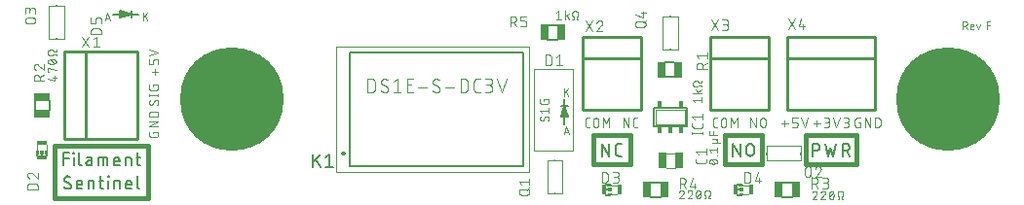
<source format=gto>
G04 This is an RS-274x file exported by *
G04 gerbv version 2.7A *
G04 More information is available about gerbv at *
G04 http://gerbv.geda-project.org/ *
G04 --End of header info--*
%MOIN*%
%FSLAX36Y36*%
%IPPOS*%
%INTop Silkscreen*%
G04 --Define apertures--*
%ADD10C,0.0070*%
%ADD11R,0.0100X0.0250*%
%ADD12R,0.0050X0.0200*%
%ADD13C,0.0040*%
%ADD14C,0.3536*%
%ADD15C,0.0030*%
%ADD16C,0.0060*%
%ADD17C,0.0020*%
%ADD18C,0.0160*%
%ADD19R,0.0250X0.0100*%
%ADD20R,0.0200X0.0050*%
%ADD21C,0.0020*%
%ADD22C,0.0039*%
%ADD23C,0.0079*%
%ADD24C,0.0079*%
%ADD25C,0.0050*%
%ADD26R,0.0354X0.0157*%
%ADD27R,0.0059X0.0118*%
%ADD28R,0.0118X0.0118*%
%ADD29R,0.0256X0.0551*%
%ADD30R,0.0551X0.0256*%
%ADD31C,0.0100*%
%ADD32R,0.0157X0.0354*%
%ADD33R,0.0118X0.0059*%
%ADD34C,0.0004*%
%ADD35C,0.0030*%
%ADD36R,0.0130X0.0295*%
%ADD37R,0.0295X0.0571*%
G04 --Start main section--*
G36*
G01X0367752Y0663551D02*
G01X0367752Y0663551D01*
G01X0367898Y0663555D01*
G01X0367929Y0663575D01*
G01X0367972Y0663579D01*
G01X0405472Y0676079D01*
G01X0405650Y0676189D01*
G01X0405843Y0676264D01*
G01X0405937Y0676366D01*
G01X0406055Y0676437D01*
G01X0406165Y0676614D01*
G01X0406303Y0676764D01*
G01X0406343Y0676898D01*
G01X0406417Y0677016D01*
G01X0406437Y0677220D01*
G01X0406496Y0677421D01*
G01X0406472Y0677555D01*
G01X0406484Y0677693D01*
G01X0406413Y0677886D01*
G01X0406374Y0678091D01*
G01X0406291Y0678201D01*
G01X0406244Y0678331D01*
G01X0406094Y0678472D01*
G01X0405969Y0678642D01*
G01X0405831Y0678720D01*
G01X0405744Y0678799D01*
G01X0405626Y0678835D01*
G01X0405472Y0678921D01*
G01X0367972Y0691421D01*
G01X0367874Y0691429D01*
G01X0367783Y0691469D01*
G01X0367539Y0691461D01*
G01X0367295Y0691484D01*
G01X0367201Y0691449D01*
G01X0367102Y0691445D01*
G01X0366886Y0691327D01*
G01X0366657Y0691236D01*
G01X0366591Y0691165D01*
G01X0366504Y0691118D01*
G01X0366362Y0690917D01*
G01X0366197Y0690736D01*
G01X0366169Y0690642D01*
G01X0366110Y0690559D01*
G01X0366047Y0690220D01*
G01X0366004Y0690079D01*
G01X0366012Y0690043D01*
G01X0366004Y0690000D01*
G01X0366004Y0665000D01*
G01X0366024Y0664906D01*
G01X0366016Y0664807D01*
G01X0366102Y0664575D01*
G01X0366157Y0664335D01*
G01X0366220Y0664260D01*
G01X0366256Y0664169D01*
G01X0366437Y0664000D01*
G01X0366591Y0663811D01*
G01X0366681Y0663768D01*
G01X0366756Y0663701D01*
G01X0366988Y0663630D01*
G01X0367217Y0663531D01*
G01X0367315Y0663535D01*
G01X0367409Y0663504D01*
G01X0367752Y0663551D01*
G37*
G36*
G01X1900094Y0323524D02*
G01X1900094Y0323524D01*
G01X1900193Y0323516D01*
G01X1900425Y0323602D01*
G01X1900665Y0323657D01*
G01X1900740Y0323720D01*
G01X1900831Y0323756D01*
G01X1901000Y0323937D01*
G01X1901189Y0324091D01*
G01X1901232Y0324181D01*
G01X1901299Y0324256D01*
G01X1901370Y0324488D01*
G01X1901469Y0324717D01*
G01X1901465Y0324815D01*
G01X1901496Y0324909D01*
G01X1901449Y0325252D01*
G01X1901445Y0325398D01*
G01X1901425Y0325429D01*
G01X1901421Y0325472D01*
G01X1888921Y0362972D01*
G01X1888811Y0363150D01*
G01X1888736Y0363343D01*
G01X1888634Y0363437D01*
G01X1888563Y0363555D01*
G01X1888386Y0363665D01*
G01X1888236Y0363803D01*
G01X1888102Y0363843D01*
G01X1887984Y0363917D01*
G01X1887780Y0363937D01*
G01X1887579Y0363996D01*
G01X1887445Y0363972D01*
G01X1887307Y0363984D01*
G01X1887114Y0363913D01*
G01X1886909Y0363874D01*
G01X1886799Y0363791D01*
G01X1886669Y0363744D01*
G01X1886528Y0363594D01*
G01X1886358Y0363469D01*
G01X1886280Y0363331D01*
G01X1886201Y0363244D01*
G01X1886165Y0363126D01*
G01X1886079Y0362972D01*
G01X1873579Y0325472D01*
G01X1873571Y0325374D01*
G01X1873531Y0325283D01*
G01X1873539Y0325039D01*
G01X1873516Y0324795D01*
G01X1873551Y0324701D01*
G01X1873555Y0324602D01*
G01X1873673Y0324386D01*
G01X1873764Y0324157D01*
G01X1873835Y0324091D01*
G01X1873882Y0324004D01*
G01X1874083Y0323862D01*
G01X1874264Y0323697D01*
G01X1874358Y0323669D01*
G01X1874441Y0323610D01*
G01X1874783Y0323547D01*
G01X1874921Y0323504D01*
G01X1874957Y0323512D01*
G01X1875000Y0323504D01*
G01X1900000Y0323504D01*
G01X1900094Y0323524D01*
G37*
G54D10*
G01X2737315Y0191000D02*
G01X2737315Y0234000D01*
G01X2737315Y0234000D02*
G01X2749260Y0234000D01*
G01X2749260Y0234000D02*
G01X2749685Y0233992D01*
G01X2749685Y0233992D02*
G01X2750110Y0233969D01*
G01X2750110Y0233969D02*
G01X2750535Y0233933D01*
G01X2750535Y0233933D02*
G01X2750961Y0233878D01*
G01X2750961Y0233878D02*
G01X2751382Y0233811D01*
G01X2751382Y0233811D02*
G01X2751799Y0233728D01*
G01X2751799Y0233728D02*
G01X2752213Y0233630D01*
G01X2752213Y0233630D02*
G01X2752626Y0233516D01*
G01X2752626Y0233516D02*
G01X2753031Y0233390D01*
G01X2753031Y0233390D02*
G01X2753433Y0233248D01*
G01X2753433Y0233248D02*
G01X2753831Y0233091D01*
G01X2753831Y0233091D02*
G01X2754220Y0232921D01*
G01X2754220Y0232921D02*
G01X2754606Y0232736D01*
G01X2754606Y0232736D02*
G01X2754984Y0232539D01*
G01X2754984Y0232539D02*
G01X2755354Y0232327D01*
G01X2755354Y0232327D02*
G01X2755717Y0232102D01*
G01X2755717Y0232102D02*
G01X2756071Y0231866D01*
G01X2756071Y0231866D02*
G01X2756417Y0231618D01*
G01X2756417Y0231618D02*
G01X2756756Y0231354D01*
G01X2756756Y0231354D02*
G01X2757083Y0231083D01*
G01X2757083Y0231083D02*
G01X2757398Y0230799D01*
G01X2757398Y0230799D02*
G01X2757705Y0230500D01*
G01X2757705Y0230500D02*
G01X2758004Y0230193D01*
G01X2758004Y0230193D02*
G01X2758287Y0229878D01*
G01X2758287Y0229878D02*
G01X2758559Y0229551D01*
G01X2758559Y0229551D02*
G01X2758823Y0229213D01*
G01X2758823Y0229213D02*
G01X2759071Y0228866D01*
G01X2759071Y0228866D02*
G01X2759307Y0228512D01*
G01X2759307Y0228512D02*
G01X2759531Y0228150D01*
G01X2759531Y0228150D02*
G01X2759744Y0227780D01*
G01X2759744Y0227780D02*
G01X2759941Y0227402D01*
G01X2759941Y0227402D02*
G01X2760126Y0227016D01*
G01X2760126Y0227016D02*
G01X2760295Y0226626D01*
G01X2760295Y0226626D02*
G01X2760453Y0226228D01*
G01X2760453Y0226228D02*
G01X2760594Y0225827D01*
G01X2760594Y0225827D02*
G01X2760720Y0225421D01*
G01X2760720Y0225421D02*
G01X2760835Y0225008D01*
G01X2760835Y0225008D02*
G01X2760933Y0224594D01*
G01X2760933Y0224594D02*
G01X2761016Y0224177D01*
G01X2761016Y0224177D02*
G01X2761083Y0223756D01*
G01X2761083Y0223756D02*
G01X2761138Y0223331D01*
G01X2761138Y0223331D02*
G01X2761173Y0222906D01*
G01X2761173Y0222906D02*
G01X2761197Y0222480D01*
G01X2761197Y0222480D02*
G01X2761205Y0222055D01*
G01X2761205Y0222055D02*
G01X2761197Y0221630D01*
G01X2761197Y0221630D02*
G01X2761173Y0221205D01*
G01X2761173Y0221205D02*
G01X2761138Y0220780D01*
G01X2761138Y0220780D02*
G01X2761083Y0220354D01*
G01X2761083Y0220354D02*
G01X2761016Y0219933D01*
G01X2761016Y0219933D02*
G01X2760933Y0219516D01*
G01X2760933Y0219516D02*
G01X2760835Y0219102D01*
G01X2760835Y0219102D02*
G01X2760720Y0218689D01*
G01X2760720Y0218689D02*
G01X2760594Y0218283D01*
G01X2760594Y0218283D02*
G01X2760453Y0217882D01*
G01X2760453Y0217882D02*
G01X2760295Y0217484D01*
G01X2760295Y0217484D02*
G01X2760126Y0217094D01*
G01X2760126Y0217094D02*
G01X2759941Y0216709D01*
G01X2759941Y0216709D02*
G01X2759744Y0216331D01*
G01X2759744Y0216331D02*
G01X2759531Y0215961D01*
G01X2759531Y0215961D02*
G01X2759307Y0215598D01*
G01X2759307Y0215598D02*
G01X2759071Y0215244D01*
G01X2759071Y0215244D02*
G01X2758823Y0214898D01*
G01X2758823Y0214898D02*
G01X2758559Y0214559D01*
G01X2758559Y0214559D02*
G01X2758287Y0214232D01*
G01X2758287Y0214232D02*
G01X2758004Y0213917D01*
G01X2758004Y0213917D02*
G01X2757705Y0213610D01*
G01X2757705Y0213610D02*
G01X2757398Y0213311D01*
G01X2757398Y0213311D02*
G01X2757083Y0213028D01*
G01X2757083Y0213028D02*
G01X2756756Y0212756D01*
G01X2756756Y0212756D02*
G01X2756417Y0212492D01*
G01X2756417Y0212492D02*
G01X2756071Y0212244D01*
G01X2756071Y0212244D02*
G01X2755717Y0212008D01*
G01X2755717Y0212008D02*
G01X2755354Y0211783D01*
G01X2755354Y0211783D02*
G01X2754984Y0211571D01*
G01X2754984Y0211571D02*
G01X2754606Y0211374D01*
G01X2754606Y0211374D02*
G01X2754220Y0211189D01*
G01X2754220Y0211189D02*
G01X2753831Y0211020D01*
G01X2753831Y0211020D02*
G01X2753433Y0210862D01*
G01X2753433Y0210862D02*
G01X2753031Y0210720D01*
G01X2753031Y0210720D02*
G01X2752626Y0210594D01*
G01X2752626Y0210594D02*
G01X2752213Y0210480D01*
G01X2752213Y0210480D02*
G01X2751799Y0210382D01*
G01X2751799Y0210382D02*
G01X2751382Y0210299D01*
G01X2751382Y0210299D02*
G01X2750961Y0210232D01*
G01X2750961Y0210232D02*
G01X2750535Y0210177D01*
G01X2750535Y0210177D02*
G01X2750110Y0210142D01*
G01X2750110Y0210142D02*
G01X2749685Y0210118D01*
G01X2749685Y0210118D02*
G01X2749260Y0210110D01*
G01X2749260Y0210110D02*
G01X2737315Y0210110D01*
G01X2778732Y0234000D02*
G01X2788287Y0191000D01*
G01X2788287Y0191000D02*
G01X2797843Y0219665D01*
G01X2797843Y0219665D02*
G01X2807398Y0191000D01*
G01X2807398Y0191000D02*
G01X2816953Y0234000D01*
G01X2838795Y0234000D02*
G01X2838795Y0191000D01*
G01X2838795Y0234000D02*
G01X2850740Y0234000D01*
G01X2850740Y0234000D02*
G01X2851165Y0233992D01*
G01X2851165Y0233992D02*
G01X2851591Y0233969D01*
G01X2851591Y0233969D02*
G01X2852016Y0233933D01*
G01X2852016Y0233933D02*
G01X2852441Y0233878D01*
G01X2852441Y0233878D02*
G01X2852862Y0233811D01*
G01X2852862Y0233811D02*
G01X2853280Y0233728D01*
G01X2853280Y0233728D02*
G01X2853693Y0233630D01*
G01X2853693Y0233630D02*
G01X2854106Y0233516D01*
G01X2854106Y0233516D02*
G01X2854512Y0233390D01*
G01X2854512Y0233390D02*
G01X2854913Y0233248D01*
G01X2854913Y0233248D02*
G01X2855311Y0233091D01*
G01X2855311Y0233091D02*
G01X2855701Y0232921D01*
G01X2855701Y0232921D02*
G01X2856087Y0232736D01*
G01X2856087Y0232736D02*
G01X2856465Y0232539D01*
G01X2856465Y0232539D02*
G01X2856835Y0232327D01*
G01X2856835Y0232327D02*
G01X2857197Y0232102D01*
G01X2857197Y0232102D02*
G01X2857551Y0231866D01*
G01X2857551Y0231866D02*
G01X2857898Y0231618D01*
G01X2857898Y0231618D02*
G01X2858236Y0231354D01*
G01X2858236Y0231354D02*
G01X2858563Y0231083D01*
G01X2858563Y0231083D02*
G01X2858878Y0230799D01*
G01X2858878Y0230799D02*
G01X2859185Y0230500D01*
G01X2859185Y0230500D02*
G01X2859484Y0230193D01*
G01X2859484Y0230193D02*
G01X2859768Y0229878D01*
G01X2859768Y0229878D02*
G01X2860039Y0229551D01*
G01X2860039Y0229551D02*
G01X2860303Y0229213D01*
G01X2860303Y0229213D02*
G01X2860551Y0228866D01*
G01X2860551Y0228866D02*
G01X2860787Y0228512D01*
G01X2860787Y0228512D02*
G01X2861012Y0228150D01*
G01X2861012Y0228150D02*
G01X2861224Y0227780D01*
G01X2861224Y0227780D02*
G01X2861421Y0227402D01*
G01X2861421Y0227402D02*
G01X2861606Y0227016D01*
G01X2861606Y0227016D02*
G01X2861776Y0226626D01*
G01X2861776Y0226626D02*
G01X2861933Y0226228D01*
G01X2861933Y0226228D02*
G01X2862075Y0225827D01*
G01X2862075Y0225827D02*
G01X2862201Y0225421D01*
G01X2862201Y0225421D02*
G01X2862315Y0225008D01*
G01X2862315Y0225008D02*
G01X2862413Y0224594D01*
G01X2862413Y0224594D02*
G01X2862496Y0224177D01*
G01X2862496Y0224177D02*
G01X2862563Y0223756D01*
G01X2862563Y0223756D02*
G01X2862618Y0223331D01*
G01X2862618Y0223331D02*
G01X2862654Y0222906D01*
G01X2862654Y0222906D02*
G01X2862677Y0222480D01*
G01X2862677Y0222480D02*
G01X2862685Y0222055D01*
G01X2862685Y0222055D02*
G01X2862677Y0221630D01*
G01X2862677Y0221630D02*
G01X2862654Y0221205D01*
G01X2862654Y0221205D02*
G01X2862618Y0220780D01*
G01X2862618Y0220780D02*
G01X2862563Y0220354D01*
G01X2862563Y0220354D02*
G01X2862496Y0219933D01*
G01X2862496Y0219933D02*
G01X2862413Y0219516D01*
G01X2862413Y0219516D02*
G01X2862315Y0219102D01*
G01X2862315Y0219102D02*
G01X2862201Y0218689D01*
G01X2862201Y0218689D02*
G01X2862075Y0218283D01*
G01X2862075Y0218283D02*
G01X2861933Y0217882D01*
G01X2861933Y0217882D02*
G01X2861776Y0217484D01*
G01X2861776Y0217484D02*
G01X2861606Y0217094D01*
G01X2861606Y0217094D02*
G01X2861421Y0216709D01*
G01X2861421Y0216709D02*
G01X2861224Y0216331D01*
G01X2861224Y0216331D02*
G01X2861012Y0215961D01*
G01X2861012Y0215961D02*
G01X2860787Y0215598D01*
G01X2860787Y0215598D02*
G01X2860551Y0215244D01*
G01X2860551Y0215244D02*
G01X2860303Y0214898D01*
G01X2860303Y0214898D02*
G01X2860039Y0214559D01*
G01X2860039Y0214559D02*
G01X2859768Y0214232D01*
G01X2859768Y0214232D02*
G01X2859484Y0213917D01*
G01X2859484Y0213917D02*
G01X2859185Y0213610D01*
G01X2859185Y0213610D02*
G01X2858878Y0213311D01*
G01X2858878Y0213311D02*
G01X2858563Y0213028D01*
G01X2858563Y0213028D02*
G01X2858236Y0212756D01*
G01X2858236Y0212756D02*
G01X2857898Y0212492D01*
G01X2857898Y0212492D02*
G01X2857551Y0212244D01*
G01X2857551Y0212244D02*
G01X2857197Y0212008D01*
G01X2857197Y0212008D02*
G01X2856835Y0211783D01*
G01X2856835Y0211783D02*
G01X2856465Y0211571D01*
G01X2856465Y0211571D02*
G01X2856087Y0211374D01*
G01X2856087Y0211374D02*
G01X2855701Y0211189D01*
G01X2855701Y0211189D02*
G01X2855311Y0211020D01*
G01X2855311Y0211020D02*
G01X2854913Y0210862D01*
G01X2854913Y0210862D02*
G01X2854512Y0210720D01*
G01X2854512Y0210720D02*
G01X2854106Y0210594D01*
G01X2854106Y0210594D02*
G01X2853693Y0210480D01*
G01X2853693Y0210480D02*
G01X2853280Y0210382D01*
G01X2853280Y0210382D02*
G01X2852862Y0210299D01*
G01X2852862Y0210299D02*
G01X2852441Y0210232D01*
G01X2852441Y0210232D02*
G01X2852016Y0210177D01*
G01X2852016Y0210177D02*
G01X2851591Y0210142D01*
G01X2851591Y0210142D02*
G01X2851165Y0210118D01*
G01X2851165Y0210118D02*
G01X2850740Y0210110D01*
G01X2850740Y0210110D02*
G01X2838795Y0210110D01*
G01X2853130Y0210110D02*
G01X2862685Y0191000D01*
G01X0172756Y0201500D02*
G01X0172756Y0158500D01*
G01X0172756Y0201500D02*
G01X0191866Y0201500D01*
G01X0191866Y0182390D02*
G01X0172756Y0182390D01*
G01X0208579Y0187165D02*
G01X0208579Y0158500D01*
G01X0207382Y0199110D02*
G01X0207382Y0201500D01*
G01X0207382Y0201500D02*
G01X0209772Y0201500D01*
G01X0209772Y0201500D02*
G01X0209772Y0199110D01*
G01X0209772Y0199110D02*
G01X0207382Y0199110D01*
G01X0227772Y0201500D02*
G01X0227772Y0165665D01*
G01X0227772Y0165665D02*
G01X0227780Y0165335D01*
G01X0227780Y0165335D02*
G01X0227803Y0165004D01*
G01X0227803Y0165004D02*
G01X0227839Y0164677D01*
G01X0227839Y0164677D02*
G01X0227894Y0164350D01*
G01X0227894Y0164350D02*
G01X0227961Y0164024D01*
G01X0227961Y0164024D02*
G01X0228043Y0163705D01*
G01X0228043Y0163705D02*
G01X0228142Y0163390D01*
G01X0228142Y0163390D02*
G01X0228256Y0163079D01*
G01X0228256Y0163079D02*
G01X0228382Y0162772D01*
G01X0228382Y0162772D02*
G01X0228524Y0162472D01*
G01X0228524Y0162472D02*
G01X0228677Y0162177D01*
G01X0228677Y0162177D02*
G01X0228846Y0161894D01*
G01X0228846Y0161894D02*
G01X0229028Y0161614D01*
G01X0229028Y0161614D02*
G01X0229220Y0161346D01*
G01X0229220Y0161346D02*
G01X0229425Y0161087D01*
G01X0229425Y0161087D02*
G01X0229642Y0160839D01*
G01X0229642Y0160839D02*
G01X0229870Y0160598D01*
G01X0229870Y0160598D02*
G01X0230110Y0160370D01*
G01X0230110Y0160370D02*
G01X0230358Y0160154D01*
G01X0230358Y0160154D02*
G01X0230618Y0159949D01*
G01X0230618Y0159949D02*
G01X0230886Y0159756D01*
G01X0230886Y0159756D02*
G01X0231165Y0159575D01*
G01X0231165Y0159575D02*
G01X0231449Y0159406D01*
G01X0231449Y0159406D02*
G01X0231744Y0159252D01*
G01X0231744Y0159252D02*
G01X0232043Y0159110D01*
G01X0232043Y0159110D02*
G01X0232350Y0158984D01*
G01X0232350Y0158984D02*
G01X0232661Y0158870D01*
G01X0232661Y0158870D02*
G01X0232976Y0158772D01*
G01X0232976Y0158772D02*
G01X0233295Y0158689D01*
G01X0233295Y0158689D02*
G01X0233622Y0158622D01*
G01X0233622Y0158622D02*
G01X0233949Y0158567D01*
G01X0233949Y0158567D02*
G01X0234276Y0158531D01*
G01X0234276Y0158531D02*
G01X0234606Y0158508D01*
G01X0234606Y0158508D02*
G01X0234937Y0158500D01*
G01X0259563Y0175220D02*
G01X0270315Y0175220D01*
G01X0259563Y0175224D02*
G01X0259205Y0175217D01*
G01X0259205Y0175217D02*
G01X0258843Y0175193D01*
G01X0258843Y0175193D02*
G01X0258488Y0175154D01*
G01X0258488Y0175154D02*
G01X0258130Y0175102D01*
G01X0258130Y0175102D02*
G01X0257776Y0175031D01*
G01X0257776Y0175031D02*
G01X0257429Y0174949D01*
G01X0257429Y0174949D02*
G01X0257083Y0174846D01*
G01X0257083Y0174846D02*
G01X0256740Y0174732D01*
G01X0256740Y0174732D02*
G01X0256406Y0174606D01*
G01X0256406Y0174606D02*
G01X0256075Y0174461D01*
G01X0256075Y0174461D02*
G01X0255752Y0174303D01*
G01X0255752Y0174303D02*
G01X0255433Y0174134D01*
G01X0255433Y0174134D02*
G01X0255126Y0173949D01*
G01X0255126Y0173949D02*
G01X0254823Y0173752D01*
G01X0254823Y0173752D02*
G01X0254531Y0173543D01*
G01X0254531Y0173543D02*
G01X0254248Y0173319D01*
G01X0254248Y0173319D02*
G01X0253976Y0173083D01*
G01X0253976Y0173083D02*
G01X0253713Y0172839D01*
G01X0253713Y0172839D02*
G01X0253461Y0172583D01*
G01X0253461Y0172583D02*
G01X0253220Y0172315D01*
G01X0253220Y0172315D02*
G01X0252992Y0172035D01*
G01X0252992Y0172035D02*
G01X0252776Y0171748D01*
G01X0252776Y0171748D02*
G01X0252571Y0171453D01*
G01X0252571Y0171453D02*
G01X0252382Y0171146D01*
G01X0252382Y0171146D02*
G01X0252205Y0170835D01*
G01X0252205Y0170835D02*
G01X0252039Y0170512D01*
G01X0252039Y0170512D02*
G01X0251890Y0170185D01*
G01X0251890Y0170185D02*
G01X0251756Y0169854D01*
G01X0251756Y0169854D02*
G01X0251634Y0169516D01*
G01X0251634Y0169516D02*
G01X0251528Y0169169D01*
G01X0251528Y0169169D02*
G01X0251433Y0168823D01*
G01X0251433Y0168823D02*
G01X0251358Y0168472D01*
G01X0251358Y0168472D02*
G01X0251295Y0168118D01*
G01X0251295Y0168118D02*
G01X0251248Y0167760D01*
G01X0251248Y0167760D02*
G01X0251217Y0167402D01*
G01X0251217Y0167402D02*
G01X0251201Y0167043D01*
G01X0251201Y0167043D02*
G01X0251201Y0166681D01*
G01X0251201Y0166681D02*
G01X0251217Y0166323D01*
G01X0251217Y0166323D02*
G01X0251248Y0165965D01*
G01X0251248Y0165965D02*
G01X0251295Y0165606D01*
G01X0251295Y0165606D02*
G01X0251358Y0165252D01*
G01X0251358Y0165252D02*
G01X0251433Y0164902D01*
G01X0251433Y0164902D02*
G01X0251528Y0164555D01*
G01X0251528Y0164555D02*
G01X0251634Y0164209D01*
G01X0251634Y0164209D02*
G01X0251756Y0163870D01*
G01X0251756Y0163870D02*
G01X0251890Y0163539D01*
G01X0251890Y0163539D02*
G01X0252039Y0163213D01*
G01X0252039Y0163213D02*
G01X0252205Y0162890D01*
G01X0252205Y0162890D02*
G01X0252382Y0162579D01*
G01X0252382Y0162579D02*
G01X0252571Y0162272D01*
G01X0252571Y0162272D02*
G01X0252776Y0161976D01*
G01X0252776Y0161976D02*
G01X0252992Y0161689D01*
G01X0252992Y0161689D02*
G01X0253220Y0161409D01*
G01X0253220Y0161409D02*
G01X0253461Y0161142D01*
G01X0253461Y0161142D02*
G01X0253713Y0160886D01*
G01X0253713Y0160886D02*
G01X0253976Y0160642D01*
G01X0253976Y0160642D02*
G01X0254248Y0160406D01*
G01X0254248Y0160406D02*
G01X0254531Y0160181D01*
G01X0254531Y0160181D02*
G01X0254823Y0159972D01*
G01X0254823Y0159972D02*
G01X0255126Y0159776D01*
G01X0255126Y0159776D02*
G01X0255433Y0159591D01*
G01X0255433Y0159591D02*
G01X0255752Y0159421D01*
G01X0255752Y0159421D02*
G01X0256075Y0159264D01*
G01X0256075Y0159264D02*
G01X0256406Y0159118D01*
G01X0256406Y0159118D02*
G01X0256740Y0158992D01*
G01X0256740Y0158992D02*
G01X0257083Y0158878D01*
G01X0257083Y0158878D02*
G01X0257429Y0158776D01*
G01X0257429Y0158776D02*
G01X0257776Y0158693D01*
G01X0257776Y0158693D02*
G01X0258130Y0158622D01*
G01X0258130Y0158622D02*
G01X0258488Y0158571D01*
G01X0258488Y0158571D02*
G01X0258843Y0158531D01*
G01X0258843Y0158531D02*
G01X0259205Y0158508D01*
G01X0259205Y0158508D02*
G01X0259563Y0158500D01*
G01X0259563Y0158500D02*
G01X0270315Y0158500D01*
G01X0270315Y0158500D02*
G01X0270315Y0180000D01*
G01X0270315Y0180000D02*
G01X0270307Y0180331D01*
G01X0270307Y0180331D02*
G01X0270283Y0180661D01*
G01X0270283Y0180661D02*
G01X0270248Y0180988D01*
G01X0270248Y0180988D02*
G01X0270193Y0181315D01*
G01X0270193Y0181315D02*
G01X0270126Y0181642D01*
G01X0270126Y0181642D02*
G01X0270043Y0181961D01*
G01X0270043Y0181961D02*
G01X0269945Y0182276D01*
G01X0269945Y0182276D02*
G01X0269831Y0182587D01*
G01X0269831Y0182587D02*
G01X0269705Y0182894D01*
G01X0269705Y0182894D02*
G01X0269563Y0183193D01*
G01X0269563Y0183193D02*
G01X0269409Y0183488D01*
G01X0269409Y0183488D02*
G01X0269240Y0183772D01*
G01X0269240Y0183772D02*
G01X0269059Y0184051D01*
G01X0269059Y0184051D02*
G01X0268866Y0184319D01*
G01X0268866Y0184319D02*
G01X0268661Y0184579D01*
G01X0268661Y0184579D02*
G01X0268445Y0184827D01*
G01X0268445Y0184827D02*
G01X0268217Y0185067D01*
G01X0268217Y0185067D02*
G01X0267976Y0185295D01*
G01X0267976Y0185295D02*
G01X0267728Y0185512D01*
G01X0267728Y0185512D02*
G01X0267469Y0185717D01*
G01X0267469Y0185717D02*
G01X0267201Y0185909D01*
G01X0267201Y0185909D02*
G01X0266921Y0186091D01*
G01X0266921Y0186091D02*
G01X0266638Y0186260D01*
G01X0266638Y0186260D02*
G01X0266343Y0186413D01*
G01X0266343Y0186413D02*
G01X0266043Y0186555D01*
G01X0266043Y0186555D02*
G01X0265736Y0186681D01*
G01X0265736Y0186681D02*
G01X0265425Y0186795D01*
G01X0265425Y0186795D02*
G01X0265110Y0186894D01*
G01X0265110Y0186894D02*
G01X0264791Y0186976D01*
G01X0264791Y0186976D02*
G01X0264465Y0187043D01*
G01X0264465Y0187043D02*
G01X0264138Y0187098D01*
G01X0264138Y0187098D02*
G01X0263811Y0187134D01*
G01X0263811Y0187134D02*
G01X0263480Y0187157D01*
G01X0263480Y0187157D02*
G01X0263150Y0187165D01*
G01X0263150Y0187165D02*
G01X0253591Y0187165D01*
G01X0294744Y0187165D02*
G01X0294744Y0158500D01*
G01X0294744Y0187165D02*
G01X0316244Y0187165D01*
G01X0316244Y0187165D02*
G01X0316575Y0187157D01*
G01X0316575Y0187157D02*
G01X0316906Y0187134D01*
G01X0316906Y0187134D02*
G01X0317232Y0187098D01*
G01X0317232Y0187098D02*
G01X0317559Y0187043D01*
G01X0317559Y0187043D02*
G01X0317886Y0186976D01*
G01X0317886Y0186976D02*
G01X0318205Y0186894D01*
G01X0318205Y0186894D02*
G01X0318520Y0186795D01*
G01X0318520Y0186795D02*
G01X0318831Y0186681D01*
G01X0318831Y0186681D02*
G01X0319138Y0186555D01*
G01X0319138Y0186555D02*
G01X0319437Y0186413D01*
G01X0319437Y0186413D02*
G01X0319732Y0186260D01*
G01X0319732Y0186260D02*
G01X0320016Y0186091D01*
G01X0320016Y0186091D02*
G01X0320295Y0185909D01*
G01X0320295Y0185909D02*
G01X0320563Y0185717D01*
G01X0320563Y0185717D02*
G01X0320823Y0185512D01*
G01X0320823Y0185512D02*
G01X0321071Y0185295D01*
G01X0321071Y0185295D02*
G01X0321311Y0185067D01*
G01X0321311Y0185067D02*
G01X0321539Y0184827D01*
G01X0321539Y0184827D02*
G01X0321756Y0184579D01*
G01X0321756Y0184579D02*
G01X0321961Y0184319D01*
G01X0321961Y0184319D02*
G01X0322154Y0184051D01*
G01X0322154Y0184051D02*
G01X0322335Y0183772D01*
G01X0322335Y0183772D02*
G01X0322504Y0183488D01*
G01X0322504Y0183488D02*
G01X0322657Y0183193D01*
G01X0322657Y0183193D02*
G01X0322799Y0182894D01*
G01X0322799Y0182894D02*
G01X0322925Y0182587D01*
G01X0322925Y0182587D02*
G01X0323039Y0182276D01*
G01X0323039Y0182276D02*
G01X0323138Y0181961D01*
G01X0323138Y0181961D02*
G01X0323220Y0181642D01*
G01X0323220Y0181642D02*
G01X0323287Y0181315D01*
G01X0323287Y0181315D02*
G01X0323343Y0180988D01*
G01X0323343Y0180988D02*
G01X0323378Y0180661D01*
G01X0323378Y0180661D02*
G01X0323402Y0180331D01*
G01X0323402Y0180331D02*
G01X0323409Y0180000D01*
G01X0323409Y0180000D02*
G01X0323409Y0158500D01*
G01X0309079Y0158500D02*
G01X0309079Y0187165D01*
G01X0353189Y0158500D02*
G01X0365134Y0158500D01*
G01X0353189Y0158500D02*
G01X0352858Y0158508D01*
G01X0352858Y0158508D02*
G01X0352528Y0158531D01*
G01X0352528Y0158531D02*
G01X0352201Y0158567D01*
G01X0352201Y0158567D02*
G01X0351874Y0158622D01*
G01X0351874Y0158622D02*
G01X0351547Y0158689D01*
G01X0351547Y0158689D02*
G01X0351228Y0158772D01*
G01X0351228Y0158772D02*
G01X0350913Y0158870D01*
G01X0350913Y0158870D02*
G01X0350602Y0158984D01*
G01X0350602Y0158984D02*
G01X0350295Y0159110D01*
G01X0350295Y0159110D02*
G01X0349996Y0159252D01*
G01X0349996Y0159252D02*
G01X0349701Y0159406D01*
G01X0349701Y0159406D02*
G01X0349417Y0159575D01*
G01X0349417Y0159575D02*
G01X0349138Y0159756D01*
G01X0349138Y0159756D02*
G01X0348870Y0159949D01*
G01X0348870Y0159949D02*
G01X0348610Y0160154D01*
G01X0348610Y0160154D02*
G01X0348362Y0160370D01*
G01X0348362Y0160370D02*
G01X0348122Y0160598D01*
G01X0348122Y0160598D02*
G01X0347894Y0160839D01*
G01X0347894Y0160839D02*
G01X0347677Y0161087D01*
G01X0347677Y0161087D02*
G01X0347472Y0161346D01*
G01X0347472Y0161346D02*
G01X0347280Y0161614D01*
G01X0347280Y0161614D02*
G01X0347098Y0161894D01*
G01X0347098Y0161894D02*
G01X0346929Y0162177D01*
G01X0346929Y0162177D02*
G01X0346776Y0162472D01*
G01X0346776Y0162472D02*
G01X0346634Y0162772D01*
G01X0346634Y0162772D02*
G01X0346508Y0163079D01*
G01X0346508Y0163079D02*
G01X0346394Y0163390D01*
G01X0346394Y0163390D02*
G01X0346295Y0163705D01*
G01X0346295Y0163705D02*
G01X0346213Y0164024D01*
G01X0346213Y0164024D02*
G01X0346146Y0164350D01*
G01X0346146Y0164350D02*
G01X0346091Y0164677D01*
G01X0346091Y0164677D02*
G01X0346055Y0165004D01*
G01X0346055Y0165004D02*
G01X0346031Y0165335D01*
G01X0346031Y0165335D02*
G01X0346024Y0165665D01*
G01X0346024Y0165665D02*
G01X0346024Y0177610D01*
G01X0346024Y0177610D02*
G01X0346031Y0177996D01*
G01X0346031Y0177996D02*
G01X0346055Y0178378D01*
G01X0346055Y0178378D02*
G01X0346094Y0178764D01*
G01X0346094Y0178764D02*
G01X0346146Y0179142D01*
G01X0346146Y0179142D02*
G01X0346217Y0179520D01*
G01X0346217Y0179520D02*
G01X0346303Y0179898D01*
G01X0346303Y0179898D02*
G01X0346402Y0180268D01*
G01X0346402Y0180268D02*
G01X0346516Y0180638D01*
G01X0346516Y0180638D02*
G01X0346646Y0181000D01*
G01X0346646Y0181000D02*
G01X0346787Y0181354D01*
G01X0346787Y0181354D02*
G01X0346945Y0181705D01*
G01X0346945Y0181705D02*
G01X0347118Y0182051D01*
G01X0347118Y0182051D02*
G01X0347303Y0182390D01*
G01X0347303Y0182390D02*
G01X0347504Y0182717D01*
G01X0347504Y0182717D02*
G01X0347717Y0183039D01*
G01X0347717Y0183039D02*
G01X0347941Y0183350D01*
G01X0347941Y0183350D02*
G01X0348177Y0183654D01*
G01X0348177Y0183654D02*
G01X0348425Y0183945D01*
G01X0348425Y0183945D02*
G01X0348689Y0184228D01*
G01X0348689Y0184228D02*
G01X0348961Y0184500D01*
G01X0348961Y0184500D02*
G01X0349244Y0184764D01*
G01X0349244Y0184764D02*
G01X0349535Y0185012D01*
G01X0349535Y0185012D02*
G01X0349839Y0185248D01*
G01X0349839Y0185248D02*
G01X0350150Y0185472D01*
G01X0350150Y0185472D02*
G01X0350472Y0185685D01*
G01X0350472Y0185685D02*
G01X0350803Y0185886D01*
G01X0350803Y0185886D02*
G01X0351138Y0186071D01*
G01X0351138Y0186071D02*
G01X0351484Y0186244D01*
G01X0351484Y0186244D02*
G01X0351835Y0186402D01*
G01X0351835Y0186402D02*
G01X0352189Y0186543D01*
G01X0352189Y0186543D02*
G01X0352551Y0186673D01*
G01X0352551Y0186673D02*
G01X0352921Y0186787D01*
G01X0352921Y0186787D02*
G01X0353291Y0186886D01*
G01X0353291Y0186886D02*
G01X0353669Y0186972D01*
G01X0353669Y0186972D02*
G01X0354047Y0187043D01*
G01X0354047Y0187043D02*
G01X0354425Y0187094D01*
G01X0354425Y0187094D02*
G01X0354811Y0187134D01*
G01X0354811Y0187134D02*
G01X0355193Y0187157D01*
G01X0355193Y0187157D02*
G01X0355579Y0187165D01*
G01X0355579Y0187165D02*
G01X0355965Y0187157D01*
G01X0355965Y0187157D02*
G01X0356346Y0187134D01*
G01X0356346Y0187134D02*
G01X0356732Y0187094D01*
G01X0356732Y0187094D02*
G01X0357110Y0187043D01*
G01X0357110Y0187043D02*
G01X0357488Y0186972D01*
G01X0357488Y0186972D02*
G01X0357866Y0186886D01*
G01X0357866Y0186886D02*
G01X0358236Y0186787D01*
G01X0358236Y0186787D02*
G01X0358606Y0186673D01*
G01X0358606Y0186673D02*
G01X0358969Y0186543D01*
G01X0358969Y0186543D02*
G01X0359323Y0186402D01*
G01X0359323Y0186402D02*
G01X0359673Y0186244D01*
G01X0359673Y0186244D02*
G01X0360020Y0186071D01*
G01X0360020Y0186071D02*
G01X0360358Y0185886D01*
G01X0360358Y0185886D02*
G01X0360685Y0185685D01*
G01X0360685Y0185685D02*
G01X0361008Y0185472D01*
G01X0361008Y0185472D02*
G01X0361319Y0185248D01*
G01X0361319Y0185248D02*
G01X0361622Y0185012D01*
G01X0361622Y0185012D02*
G01X0361913Y0184764D01*
G01X0361913Y0184764D02*
G01X0362197Y0184500D01*
G01X0362197Y0184500D02*
G01X0362469Y0184228D01*
G01X0362469Y0184228D02*
G01X0362732Y0183945D01*
G01X0362732Y0183945D02*
G01X0362980Y0183654D01*
G01X0362980Y0183654D02*
G01X0363217Y0183350D01*
G01X0363217Y0183350D02*
G01X0363441Y0183039D01*
G01X0363441Y0183039D02*
G01X0363654Y0182717D01*
G01X0363654Y0182717D02*
G01X0363854Y0182390D01*
G01X0363854Y0182390D02*
G01X0364039Y0182051D01*
G01X0364039Y0182051D02*
G01X0364213Y0181705D01*
G01X0364213Y0181705D02*
G01X0364370Y0181354D01*
G01X0364370Y0181354D02*
G01X0364512Y0181000D01*
G01X0364512Y0181000D02*
G01X0364642Y0180638D01*
G01X0364642Y0180638D02*
G01X0364756Y0180268D01*
G01X0364756Y0180268D02*
G01X0364854Y0179898D01*
G01X0364854Y0179898D02*
G01X0364941Y0179520D01*
G01X0364941Y0179520D02*
G01X0365012Y0179142D01*
G01X0365012Y0179142D02*
G01X0365063Y0178764D01*
G01X0365063Y0178764D02*
G01X0365102Y0178378D01*
G01X0365102Y0178378D02*
G01X0365126Y0177996D01*
G01X0365126Y0177996D02*
G01X0365134Y0177610D01*
G01X0365134Y0177610D02*
G01X0365134Y0172835D01*
G01X0365134Y0172835D02*
G01X0346024Y0172835D01*
G01X0386524Y0158500D02*
G01X0386524Y0187165D01*
G01X0386524Y0187165D02*
G01X0398465Y0187165D01*
G01X0398465Y0187165D02*
G01X0398795Y0187157D01*
G01X0398795Y0187157D02*
G01X0399126Y0187134D01*
G01X0399126Y0187134D02*
G01X0399453Y0187098D01*
G01X0399453Y0187098D02*
G01X0399780Y0187043D01*
G01X0399780Y0187043D02*
G01X0400106Y0186976D01*
G01X0400106Y0186976D02*
G01X0400425Y0186894D01*
G01X0400425Y0186894D02*
G01X0400740Y0186795D01*
G01X0400740Y0186795D02*
G01X0401051Y0186681D01*
G01X0401051Y0186681D02*
G01X0401358Y0186555D01*
G01X0401358Y0186555D02*
G01X0401657Y0186413D01*
G01X0401657Y0186413D02*
G01X0401953Y0186260D01*
G01X0401953Y0186260D02*
G01X0402236Y0186091D01*
G01X0402236Y0186091D02*
G01X0402516Y0185913D01*
G01X0402516Y0185913D02*
G01X0402783Y0185717D01*
G01X0402783Y0185717D02*
G01X0403043Y0185512D01*
G01X0403043Y0185512D02*
G01X0403291Y0185295D01*
G01X0403291Y0185295D02*
G01X0403531Y0185067D01*
G01X0403531Y0185067D02*
G01X0403760Y0184827D01*
G01X0403760Y0184827D02*
G01X0403976Y0184579D01*
G01X0403976Y0184579D02*
G01X0404181Y0184319D01*
G01X0404181Y0184319D02*
G01X0404374Y0184051D01*
G01X0404374Y0184051D02*
G01X0404555Y0183772D01*
G01X0404555Y0183772D02*
G01X0404724Y0183488D01*
G01X0404724Y0183488D02*
G01X0404878Y0183193D01*
G01X0404878Y0183193D02*
G01X0405020Y0182894D01*
G01X0405020Y0182894D02*
G01X0405146Y0182587D01*
G01X0405146Y0182587D02*
G01X0405260Y0182276D01*
G01X0405260Y0182276D02*
G01X0405358Y0181961D01*
G01X0405358Y0181961D02*
G01X0405441Y0181642D01*
G01X0405441Y0181642D02*
G01X0405508Y0181315D01*
G01X0405508Y0181315D02*
G01X0405563Y0180988D01*
G01X0405563Y0180988D02*
G01X0405598Y0180661D01*
G01X0405598Y0180661D02*
G01X0405622Y0180331D01*
G01X0405622Y0180331D02*
G01X0405630Y0180000D01*
G01X0405634Y0180000D02*
G01X0405634Y0158500D01*
G01X0422909Y0187165D02*
G01X0437244Y0187165D01*
G01X0427689Y0201500D02*
G01X0427689Y0165665D01*
G01X0427689Y0165665D02*
G01X0427697Y0165335D01*
G01X0427697Y0165335D02*
G01X0427720Y0165004D01*
G01X0427720Y0165004D02*
G01X0427756Y0164677D01*
G01X0427756Y0164677D02*
G01X0427811Y0164350D01*
G01X0427811Y0164350D02*
G01X0427878Y0164024D01*
G01X0427878Y0164024D02*
G01X0427961Y0163705D01*
G01X0427961Y0163705D02*
G01X0428059Y0163390D01*
G01X0428059Y0163390D02*
G01X0428173Y0163079D01*
G01X0428173Y0163079D02*
G01X0428299Y0162772D01*
G01X0428299Y0162772D02*
G01X0428441Y0162472D01*
G01X0428441Y0162472D02*
G01X0428594Y0162177D01*
G01X0428594Y0162177D02*
G01X0428764Y0161894D01*
G01X0428764Y0161894D02*
G01X0428945Y0161614D01*
G01X0428945Y0161614D02*
G01X0429138Y0161346D01*
G01X0429138Y0161346D02*
G01X0429343Y0161087D01*
G01X0429343Y0161087D02*
G01X0429559Y0160839D01*
G01X0429559Y0160839D02*
G01X0429787Y0160598D01*
G01X0429787Y0160598D02*
G01X0430028Y0160370D01*
G01X0430028Y0160370D02*
G01X0430276Y0160154D01*
G01X0430276Y0160154D02*
G01X0430535Y0159949D01*
G01X0430535Y0159949D02*
G01X0430803Y0159752D01*
G01X0430803Y0159752D02*
G01X0431083Y0159575D01*
G01X0431083Y0159575D02*
G01X0431366Y0159406D01*
G01X0431366Y0159406D02*
G01X0431661Y0159252D01*
G01X0431661Y0159252D02*
G01X0431961Y0159110D01*
G01X0431961Y0159110D02*
G01X0432268Y0158984D01*
G01X0432268Y0158984D02*
G01X0432579Y0158870D01*
G01X0432579Y0158870D02*
G01X0432894Y0158772D01*
G01X0432894Y0158772D02*
G01X0433213Y0158689D01*
G01X0433213Y0158689D02*
G01X0433539Y0158622D01*
G01X0433539Y0158622D02*
G01X0433866Y0158567D01*
G01X0433866Y0158567D02*
G01X0434193Y0158531D01*
G01X0434193Y0158531D02*
G01X0434524Y0158508D01*
G01X0434524Y0158508D02*
G01X0434854Y0158500D01*
G01X0434854Y0158500D02*
G01X0437244Y0158500D01*
G01X0199488Y0088055D02*
G01X0199480Y0087669D01*
G01X0199480Y0087669D02*
G01X0199457Y0087287D01*
G01X0199457Y0087287D02*
G01X0199417Y0086902D01*
G01X0199417Y0086902D02*
G01X0199366Y0086524D01*
G01X0199366Y0086524D02*
G01X0199295Y0086146D01*
G01X0199295Y0086146D02*
G01X0199209Y0085768D01*
G01X0199209Y0085768D02*
G01X0199110Y0085398D01*
G01X0199110Y0085398D02*
G01X0198996Y0085028D01*
G01X0198996Y0085028D02*
G01X0198866Y0084665D01*
G01X0198866Y0084665D02*
G01X0198724Y0084311D01*
G01X0198724Y0084311D02*
G01X0198567Y0083961D01*
G01X0198567Y0083961D02*
G01X0198394Y0083614D01*
G01X0198394Y0083614D02*
G01X0198209Y0083280D01*
G01X0198209Y0083280D02*
G01X0198008Y0082949D01*
G01X0198008Y0082949D02*
G01X0197795Y0082626D01*
G01X0197795Y0082626D02*
G01X0197571Y0082315D01*
G01X0197571Y0082315D02*
G01X0197335Y0082012D01*
G01X0197335Y0082012D02*
G01X0197087Y0081720D01*
G01X0197087Y0081720D02*
G01X0196823Y0081437D01*
G01X0196823Y0081437D02*
G01X0196551Y0081165D01*
G01X0196551Y0081165D02*
G01X0196268Y0080902D01*
G01X0196268Y0080902D02*
G01X0195976Y0080654D01*
G01X0195976Y0080654D02*
G01X0195673Y0080417D01*
G01X0195673Y0080417D02*
G01X0195362Y0080193D01*
G01X0195362Y0080193D02*
G01X0195039Y0079980D01*
G01X0195039Y0079980D02*
G01X0194713Y0079780D01*
G01X0194713Y0079780D02*
G01X0194374Y0079594D01*
G01X0194374Y0079594D02*
G01X0194028Y0079421D01*
G01X0194028Y0079421D02*
G01X0193677Y0079264D01*
G01X0193677Y0079264D02*
G01X0193323Y0079122D01*
G01X0193323Y0079122D02*
G01X0192961Y0078992D01*
G01X0192961Y0078992D02*
G01X0192591Y0078878D01*
G01X0192591Y0078878D02*
G01X0192220Y0078780D01*
G01X0192220Y0078780D02*
G01X0191843Y0078693D01*
G01X0191843Y0078693D02*
G01X0191465Y0078622D01*
G01X0191465Y0078622D02*
G01X0191087Y0078571D01*
G01X0191087Y0078571D02*
G01X0190701Y0078531D01*
G01X0190701Y0078531D02*
G01X0190319Y0078508D01*
G01X0190319Y0078508D02*
G01X0189933Y0078500D01*
G01X0189933Y0078500D02*
G01X0189382Y0078508D01*
G01X0189382Y0078508D02*
G01X0188835Y0078531D01*
G01X0188835Y0078531D02*
G01X0188287Y0078567D01*
G01X0188287Y0078567D02*
G01X0187740Y0078618D01*
G01X0187740Y0078618D02*
G01X0187193Y0078685D01*
G01X0187193Y0078685D02*
G01X0186650Y0078768D01*
G01X0186650Y0078768D02*
G01X0186110Y0078866D01*
G01X0186110Y0078866D02*
G01X0185571Y0078976D01*
G01X0185571Y0078976D02*
G01X0185035Y0079102D01*
G01X0185035Y0079102D02*
G01X0184504Y0079244D01*
G01X0184504Y0079244D02*
G01X0183976Y0079398D01*
G01X0183976Y0079398D02*
G01X0183457Y0079567D01*
G01X0183457Y0079567D02*
G01X0182937Y0079752D01*
G01X0182937Y0079752D02*
G01X0182425Y0079949D01*
G01X0182425Y0079949D02*
G01X0181917Y0080161D01*
G01X0181917Y0080161D02*
G01X0181417Y0080386D01*
G01X0181417Y0080386D02*
G01X0180921Y0080622D01*
G01X0180921Y0080622D02*
G01X0180433Y0080874D01*
G01X0180433Y0080874D02*
G01X0179949Y0081142D01*
G01X0179949Y0081142D02*
G01X0179476Y0081421D01*
G01X0179476Y0081421D02*
G01X0179012Y0081709D01*
G01X0179012Y0081709D02*
G01X0178551Y0082016D01*
G01X0178551Y0082016D02*
G01X0178102Y0082331D01*
G01X0178102Y0082331D02*
G01X0177661Y0082657D01*
G01X0177661Y0082657D02*
G01X0177228Y0083000D01*
G01X0177228Y0083000D02*
G01X0176807Y0083350D01*
G01X0176807Y0083350D02*
G01X0176394Y0083713D01*
G01X0176394Y0083713D02*
G01X0175992Y0084087D01*
G01X0175992Y0084087D02*
G01X0175602Y0084472D01*
G01X0176795Y0111945D02*
G01X0176803Y0112331D01*
G01X0176803Y0112331D02*
G01X0176827Y0112713D01*
G01X0176827Y0112713D02*
G01X0176866Y0113098D01*
G01X0176866Y0113098D02*
G01X0176917Y0113476D01*
G01X0176917Y0113476D02*
G01X0176988Y0113854D01*
G01X0176988Y0113854D02*
G01X0177075Y0114232D01*
G01X0177075Y0114232D02*
G01X0177173Y0114602D01*
G01X0177173Y0114602D02*
G01X0177287Y0114972D01*
G01X0177287Y0114972D02*
G01X0177417Y0115335D01*
G01X0177417Y0115335D02*
G01X0177559Y0115689D01*
G01X0177559Y0115689D02*
G01X0177717Y0116039D01*
G01X0177717Y0116039D02*
G01X0177890Y0116386D01*
G01X0177890Y0116386D02*
G01X0178075Y0116724D01*
G01X0178075Y0116724D02*
G01X0178276Y0117051D01*
G01X0178276Y0117051D02*
G01X0178488Y0117374D01*
G01X0178488Y0117374D02*
G01X0178713Y0117685D01*
G01X0178713Y0117685D02*
G01X0178949Y0117988D01*
G01X0178949Y0117988D02*
G01X0179197Y0118280D01*
G01X0179197Y0118280D02*
G01X0179461Y0118563D01*
G01X0179461Y0118563D02*
G01X0179732Y0118835D01*
G01X0179732Y0118835D02*
G01X0180016Y0119098D01*
G01X0180016Y0119098D02*
G01X0180307Y0119346D01*
G01X0180307Y0119346D02*
G01X0180610Y0119583D01*
G01X0180610Y0119583D02*
G01X0180921Y0119807D01*
G01X0180921Y0119807D02*
G01X0181244Y0120020D01*
G01X0181244Y0120020D02*
G01X0181575Y0120220D01*
G01X0181575Y0120220D02*
G01X0181909Y0120406D01*
G01X0181909Y0120406D02*
G01X0182256Y0120579D01*
G01X0182256Y0120579D02*
G01X0182606Y0120736D01*
G01X0182606Y0120736D02*
G01X0182961Y0120878D01*
G01X0182961Y0120878D02*
G01X0183323Y0121008D01*
G01X0183323Y0121008D02*
G01X0183693Y0121122D01*
G01X0183693Y0121122D02*
G01X0184063Y0121220D01*
G01X0184063Y0121220D02*
G01X0184441Y0121307D01*
G01X0184441Y0121307D02*
G01X0184819Y0121378D01*
G01X0184819Y0121378D02*
G01X0185197Y0121429D01*
G01X0185197Y0121429D02*
G01X0185583Y0121469D01*
G01X0185583Y0121469D02*
G01X0185965Y0121492D01*
G01X0185965Y0121492D02*
G01X0186350Y0121500D01*
G01X0186350Y0121500D02*
G01X0186874Y0121492D01*
G01X0186874Y0121492D02*
G01X0187398Y0121469D01*
G01X0187398Y0121469D02*
G01X0187921Y0121429D01*
G01X0187921Y0121429D02*
G01X0188441Y0121378D01*
G01X0188441Y0121378D02*
G01X0188961Y0121307D01*
G01X0188961Y0121307D02*
G01X0189480Y0121224D01*
G01X0189480Y0121224D02*
G01X0189992Y0121126D01*
G01X0189992Y0121126D02*
G01X0190504Y0121012D01*
G01X0190504Y0121012D02*
G01X0191012Y0120882D01*
G01X0191012Y0120882D02*
G01X0191516Y0120740D01*
G01X0191516Y0120740D02*
G01X0192016Y0120579D01*
G01X0192016Y0120579D02*
G01X0192512Y0120409D01*
G01X0192512Y0120409D02*
G01X0193000Y0120220D01*
G01X0193000Y0120220D02*
G01X0193484Y0120020D01*
G01X0193484Y0120020D02*
G01X0193961Y0119803D01*
G01X0193961Y0119803D02*
G01X0194433Y0119575D01*
G01X0194433Y0119575D02*
G01X0194898Y0119331D01*
G01X0194898Y0119331D02*
G01X0195354Y0119075D01*
G01X0195354Y0119075D02*
G01X0195803Y0118803D01*
G01X0195803Y0118803D02*
G01X0196244Y0118520D01*
G01X0196244Y0118520D02*
G01X0196677Y0118224D01*
G01X0196677Y0118224D02*
G01X0197102Y0117917D01*
G01X0181575Y0103583D02*
G01X0181244Y0103787D01*
G01X0181244Y0103787D02*
G01X0180921Y0104004D01*
G01X0180921Y0104004D02*
G01X0180610Y0104232D01*
G01X0180610Y0104232D02*
G01X0180307Y0104472D01*
G01X0180307Y0104472D02*
G01X0180012Y0104728D01*
G01X0180012Y0104728D02*
G01X0179728Y0104992D01*
G01X0179728Y0104992D02*
G01X0179457Y0105268D01*
G01X0179457Y0105268D02*
G01X0179197Y0105555D01*
G01X0179197Y0105555D02*
G01X0178949Y0105850D01*
G01X0178949Y0105850D02*
G01X0178709Y0106157D01*
G01X0178709Y0106157D02*
G01X0178484Y0106472D01*
G01X0178484Y0106472D02*
G01X0178272Y0106799D01*
G01X0178272Y0106799D02*
G01X0178075Y0107130D01*
G01X0178075Y0107130D02*
G01X0177890Y0107469D01*
G01X0177890Y0107469D02*
G01X0177717Y0107819D01*
G01X0177717Y0107819D02*
G01X0177559Y0108173D01*
G01X0177559Y0108173D02*
G01X0177413Y0108531D01*
G01X0177413Y0108531D02*
G01X0177287Y0108898D01*
G01X0177287Y0108898D02*
G01X0177173Y0109268D01*
G01X0177173Y0109268D02*
G01X0177071Y0109642D01*
G01X0177071Y0109642D02*
G01X0176988Y0110020D01*
G01X0176988Y0110020D02*
G01X0176917Y0110402D01*
G01X0176917Y0110402D02*
G01X0176866Y0110783D01*
G01X0176866Y0110783D02*
G01X0176827Y0111169D01*
G01X0176827Y0111169D02*
G01X0176803Y0111559D01*
G01X0176803Y0111559D02*
G01X0176795Y0111945D01*
G01X0194709Y0096417D02*
G01X0195039Y0096213D01*
G01X0195039Y0096213D02*
G01X0195362Y0095996D01*
G01X0195362Y0095996D02*
G01X0195673Y0095768D01*
G01X0195673Y0095768D02*
G01X0195976Y0095528D01*
G01X0195976Y0095528D02*
G01X0196272Y0095272D01*
G01X0196272Y0095272D02*
G01X0196555Y0095008D01*
G01X0196555Y0095008D02*
G01X0196827Y0094732D01*
G01X0196827Y0094732D02*
G01X0197087Y0094445D01*
G01X0197087Y0094445D02*
G01X0197335Y0094150D01*
G01X0197335Y0094150D02*
G01X0197575Y0093843D01*
G01X0197575Y0093843D02*
G01X0197799Y0093528D01*
G01X0197799Y0093528D02*
G01X0198012Y0093201D01*
G01X0198012Y0093201D02*
G01X0198209Y0092870D01*
G01X0198209Y0092870D02*
G01X0198394Y0092531D01*
G01X0198394Y0092531D02*
G01X0198567Y0092181D01*
G01X0198567Y0092181D02*
G01X0198724Y0091827D01*
G01X0198724Y0091827D02*
G01X0198870Y0091469D01*
G01X0198870Y0091469D02*
G01X0198996Y0091102D01*
G01X0198996Y0091102D02*
G01X0199110Y0090732D01*
G01X0199110Y0090732D02*
G01X0199213Y0090358D01*
G01X0199213Y0090358D02*
G01X0199295Y0089980D01*
G01X0199295Y0089980D02*
G01X0199366Y0089598D01*
G01X0199366Y0089598D02*
G01X0199417Y0089217D01*
G01X0199417Y0089217D02*
G01X0199457Y0088831D01*
G01X0199457Y0088831D02*
G01X0199480Y0088441D01*
G01X0199480Y0088441D02*
G01X0199488Y0088055D01*
G01X0194709Y0096417D02*
G01X0181571Y0103583D01*
G01X0225654Y0078500D02*
G01X0237598Y0078500D01*
G01X0225654Y0078500D02*
G01X0225323Y0078508D01*
G01X0225323Y0078508D02*
G01X0224992Y0078531D01*
G01X0224992Y0078531D02*
G01X0224665Y0078567D01*
G01X0224665Y0078567D02*
G01X0224339Y0078622D01*
G01X0224339Y0078622D02*
G01X0224012Y0078689D01*
G01X0224012Y0078689D02*
G01X0223693Y0078772D01*
G01X0223693Y0078772D02*
G01X0223378Y0078870D01*
G01X0223378Y0078870D02*
G01X0223067Y0078984D01*
G01X0223067Y0078984D02*
G01X0222760Y0079110D01*
G01X0222760Y0079110D02*
G01X0222461Y0079252D01*
G01X0222461Y0079252D02*
G01X0222165Y0079406D01*
G01X0222165Y0079406D02*
G01X0221882Y0079575D01*
G01X0221882Y0079575D02*
G01X0221602Y0079756D01*
G01X0221602Y0079756D02*
G01X0221335Y0079949D01*
G01X0221335Y0079949D02*
G01X0221075Y0080154D01*
G01X0221075Y0080154D02*
G01X0220827Y0080370D01*
G01X0220827Y0080370D02*
G01X0220587Y0080598D01*
G01X0220587Y0080598D02*
G01X0220358Y0080839D01*
G01X0220358Y0080839D02*
G01X0220142Y0081087D01*
G01X0220142Y0081087D02*
G01X0219937Y0081346D01*
G01X0219937Y0081346D02*
G01X0219744Y0081614D01*
G01X0219744Y0081614D02*
G01X0219563Y0081894D01*
G01X0219563Y0081894D02*
G01X0219394Y0082177D01*
G01X0219394Y0082177D02*
G01X0219240Y0082472D01*
G01X0219240Y0082472D02*
G01X0219098Y0082772D01*
G01X0219098Y0082772D02*
G01X0218972Y0083079D01*
G01X0218972Y0083079D02*
G01X0218858Y0083390D01*
G01X0218858Y0083390D02*
G01X0218760Y0083705D01*
G01X0218760Y0083705D02*
G01X0218677Y0084024D01*
G01X0218677Y0084024D02*
G01X0218610Y0084350D01*
G01X0218610Y0084350D02*
G01X0218555Y0084677D01*
G01X0218555Y0084677D02*
G01X0218520Y0085004D01*
G01X0218520Y0085004D02*
G01X0218496Y0085335D01*
G01X0218496Y0085335D02*
G01X0218488Y0085665D01*
G01X0218488Y0085665D02*
G01X0218488Y0097610D01*
G01X0218488Y0097610D02*
G01X0218496Y0097996D01*
G01X0218496Y0097996D02*
G01X0218520Y0098378D01*
G01X0218520Y0098378D02*
G01X0218559Y0098764D01*
G01X0218559Y0098764D02*
G01X0218610Y0099142D01*
G01X0218610Y0099142D02*
G01X0218681Y0099520D01*
G01X0218681Y0099520D02*
G01X0218768Y0099898D01*
G01X0218768Y0099898D02*
G01X0218866Y0100268D01*
G01X0218866Y0100268D02*
G01X0218980Y0100638D01*
G01X0218980Y0100638D02*
G01X0219110Y0101000D01*
G01X0219110Y0101000D02*
G01X0219252Y0101354D01*
G01X0219252Y0101354D02*
G01X0219409Y0101705D01*
G01X0219409Y0101705D02*
G01X0219583Y0102051D01*
G01X0219583Y0102051D02*
G01X0219768Y0102390D01*
G01X0219768Y0102390D02*
G01X0219969Y0102717D01*
G01X0219969Y0102717D02*
G01X0220181Y0103039D01*
G01X0220181Y0103039D02*
G01X0220406Y0103350D01*
G01X0220406Y0103350D02*
G01X0220642Y0103654D01*
G01X0220642Y0103654D02*
G01X0220890Y0103945D01*
G01X0220890Y0103945D02*
G01X0221154Y0104228D01*
G01X0221154Y0104228D02*
G01X0221425Y0104500D01*
G01X0221425Y0104500D02*
G01X0221709Y0104764D01*
G01X0221709Y0104764D02*
G01X0222000Y0105012D01*
G01X0222000Y0105012D02*
G01X0222303Y0105248D01*
G01X0222303Y0105248D02*
G01X0222614Y0105472D01*
G01X0222614Y0105472D02*
G01X0222937Y0105685D01*
G01X0222937Y0105685D02*
G01X0223268Y0105886D01*
G01X0223268Y0105886D02*
G01X0223602Y0106071D01*
G01X0223602Y0106071D02*
G01X0223949Y0106244D01*
G01X0223949Y0106244D02*
G01X0224299Y0106402D01*
G01X0224299Y0106402D02*
G01X0224654Y0106543D01*
G01X0224654Y0106543D02*
G01X0225016Y0106673D01*
G01X0225016Y0106673D02*
G01X0225386Y0106787D01*
G01X0225386Y0106787D02*
G01X0225756Y0106886D01*
G01X0225756Y0106886D02*
G01X0226134Y0106972D01*
G01X0226134Y0106972D02*
G01X0226512Y0107043D01*
G01X0226512Y0107043D02*
G01X0226890Y0107094D01*
G01X0226890Y0107094D02*
G01X0227276Y0107134D01*
G01X0227276Y0107134D02*
G01X0227657Y0107157D01*
G01X0227657Y0107157D02*
G01X0228043Y0107165D01*
G01X0228043Y0107165D02*
G01X0228429Y0107157D01*
G01X0228429Y0107157D02*
G01X0228811Y0107134D01*
G01X0228811Y0107134D02*
G01X0229197Y0107094D01*
G01X0229197Y0107094D02*
G01X0229575Y0107043D01*
G01X0229575Y0107043D02*
G01X0229953Y0106972D01*
G01X0229953Y0106972D02*
G01X0230331Y0106886D01*
G01X0230331Y0106886D02*
G01X0230701Y0106787D01*
G01X0230701Y0106787D02*
G01X0231071Y0106673D01*
G01X0231071Y0106673D02*
G01X0231433Y0106543D01*
G01X0231433Y0106543D02*
G01X0231787Y0106402D01*
G01X0231787Y0106402D02*
G01X0232138Y0106244D01*
G01X0232138Y0106244D02*
G01X0232484Y0106071D01*
G01X0232484Y0106071D02*
G01X0232823Y0105886D01*
G01X0232823Y0105886D02*
G01X0233150Y0105685D01*
G01X0233150Y0105685D02*
G01X0233472Y0105472D01*
G01X0233472Y0105472D02*
G01X0233783Y0105248D01*
G01X0233783Y0105248D02*
G01X0234087Y0105012D01*
G01X0234087Y0105012D02*
G01X0234378Y0104764D01*
G01X0234378Y0104764D02*
G01X0234661Y0104500D01*
G01X0234661Y0104500D02*
G01X0234933Y0104228D01*
G01X0234933Y0104228D02*
G01X0235197Y0103945D01*
G01X0235197Y0103945D02*
G01X0235445Y0103654D01*
G01X0235445Y0103654D02*
G01X0235681Y0103350D01*
G01X0235681Y0103350D02*
G01X0235906Y0103039D01*
G01X0235906Y0103039D02*
G01X0236118Y0102717D01*
G01X0236118Y0102717D02*
G01X0236319Y0102390D01*
G01X0236319Y0102390D02*
G01X0236504Y0102051D01*
G01X0236504Y0102051D02*
G01X0236677Y0101705D01*
G01X0236677Y0101705D02*
G01X0236835Y0101354D01*
G01X0236835Y0101354D02*
G01X0236976Y0101000D01*
G01X0236976Y0101000D02*
G01X0237106Y0100638D01*
G01X0237106Y0100638D02*
G01X0237220Y0100268D01*
G01X0237220Y0100268D02*
G01X0237319Y0099898D01*
G01X0237319Y0099898D02*
G01X0237406Y0099520D01*
G01X0237406Y0099520D02*
G01X0237476Y0099142D01*
G01X0237476Y0099142D02*
G01X0237528Y0098764D01*
G01X0237528Y0098764D02*
G01X0237567Y0098378D01*
G01X0237567Y0098378D02*
G01X0237591Y0097996D01*
G01X0237591Y0097996D02*
G01X0237598Y0097610D01*
G01X0237598Y0097610D02*
G01X0237598Y0092835D01*
G01X0237598Y0092835D02*
G01X0218488Y0092835D01*
G01X0258988Y0078500D02*
G01X0258988Y0107165D01*
G01X0258988Y0107165D02*
G01X0270933Y0107165D01*
G01X0270933Y0107165D02*
G01X0271264Y0107157D01*
G01X0271264Y0107157D02*
G01X0271594Y0107134D01*
G01X0271594Y0107134D02*
G01X0271921Y0107098D01*
G01X0271921Y0107098D02*
G01X0272248Y0107043D01*
G01X0272248Y0107043D02*
G01X0272575Y0106976D01*
G01X0272575Y0106976D02*
G01X0272894Y0106894D01*
G01X0272894Y0106894D02*
G01X0273209Y0106795D01*
G01X0273209Y0106795D02*
G01X0273520Y0106681D01*
G01X0273520Y0106681D02*
G01X0273827Y0106555D01*
G01X0273827Y0106555D02*
G01X0274126Y0106413D01*
G01X0274126Y0106413D02*
G01X0274421Y0106260D01*
G01X0274421Y0106260D02*
G01X0274705Y0106091D01*
G01X0274705Y0106091D02*
G01X0274984Y0105913D01*
G01X0274984Y0105913D02*
G01X0275252Y0105717D01*
G01X0275252Y0105717D02*
G01X0275512Y0105512D01*
G01X0275512Y0105512D02*
G01X0275760Y0105295D01*
G01X0275760Y0105295D02*
G01X0276000Y0105067D01*
G01X0276000Y0105067D02*
G01X0276228Y0104827D01*
G01X0276228Y0104827D02*
G01X0276445Y0104579D01*
G01X0276445Y0104579D02*
G01X0276650Y0104319D01*
G01X0276650Y0104319D02*
G01X0276843Y0104051D01*
G01X0276843Y0104051D02*
G01X0277024Y0103772D01*
G01X0277024Y0103772D02*
G01X0277193Y0103488D01*
G01X0277193Y0103488D02*
G01X0277346Y0103193D01*
G01X0277346Y0103193D02*
G01X0277488Y0102894D01*
G01X0277488Y0102894D02*
G01X0277614Y0102587D01*
G01X0277614Y0102587D02*
G01X0277728Y0102276D01*
G01X0277728Y0102276D02*
G01X0277827Y0101961D01*
G01X0277827Y0101961D02*
G01X0277909Y0101642D01*
G01X0277909Y0101642D02*
G01X0277976Y0101315D01*
G01X0277976Y0101315D02*
G01X0278031Y0100988D01*
G01X0278031Y0100988D02*
G01X0278067Y0100661D01*
G01X0278067Y0100661D02*
G01X0278091Y0100331D01*
G01X0278091Y0100331D02*
G01X0278098Y0100000D01*
G01X0278098Y0100000D02*
G01X0278098Y0078500D01*
G01X0295378Y0107165D02*
G01X0309709Y0107165D01*
G01X0300154Y0121500D02*
G01X0300154Y0085665D01*
G01X0300154Y0085665D02*
G01X0300161Y0085335D01*
G01X0300161Y0085335D02*
G01X0300185Y0085004D01*
G01X0300185Y0085004D02*
G01X0300220Y0084677D01*
G01X0300220Y0084677D02*
G01X0300276Y0084350D01*
G01X0300276Y0084350D02*
G01X0300343Y0084024D01*
G01X0300343Y0084024D02*
G01X0300425Y0083705D01*
G01X0300425Y0083705D02*
G01X0300524Y0083390D01*
G01X0300524Y0083390D02*
G01X0300638Y0083079D01*
G01X0300638Y0083079D02*
G01X0300764Y0082772D01*
G01X0300764Y0082772D02*
G01X0300906Y0082472D01*
G01X0300906Y0082472D02*
G01X0301059Y0082177D01*
G01X0301059Y0082177D02*
G01X0301228Y0081894D01*
G01X0301228Y0081894D02*
G01X0301409Y0081614D01*
G01X0301409Y0081614D02*
G01X0301602Y0081346D01*
G01X0301602Y0081346D02*
G01X0301807Y0081087D01*
G01X0301807Y0081087D02*
G01X0302024Y0080839D01*
G01X0302024Y0080839D02*
G01X0302252Y0080598D01*
G01X0302252Y0080598D02*
G01X0302492Y0080370D01*
G01X0302492Y0080370D02*
G01X0302740Y0080154D01*
G01X0302740Y0080154D02*
G01X0303000Y0079949D01*
G01X0303000Y0079949D02*
G01X0303268Y0079752D01*
G01X0303268Y0079752D02*
G01X0303547Y0079575D01*
G01X0303547Y0079575D02*
G01X0303831Y0079406D01*
G01X0303831Y0079406D02*
G01X0304126Y0079252D01*
G01X0304126Y0079252D02*
G01X0304425Y0079110D01*
G01X0304425Y0079110D02*
G01X0304732Y0078984D01*
G01X0304732Y0078984D02*
G01X0305043Y0078870D01*
G01X0305043Y0078870D02*
G01X0305358Y0078772D01*
G01X0305358Y0078772D02*
G01X0305677Y0078689D01*
G01X0305677Y0078689D02*
G01X0306004Y0078622D01*
G01X0306004Y0078622D02*
G01X0306331Y0078567D01*
G01X0306331Y0078567D02*
G01X0306657Y0078531D01*
G01X0306657Y0078531D02*
G01X0306988Y0078508D01*
G01X0306988Y0078508D02*
G01X0307319Y0078500D01*
G01X0307319Y0078500D02*
G01X0309709Y0078500D01*
G01X0327043Y0078500D02*
G01X0327043Y0107165D01*
G01X0325850Y0119110D02*
G01X0325850Y0121500D01*
G01X0325850Y0121500D02*
G01X0328236Y0121500D01*
G01X0328236Y0121500D02*
G01X0328236Y0119110D01*
G01X0328236Y0119110D02*
G01X0325850Y0119110D01*
G01X0347488Y0107165D02*
G01X0347488Y0078500D01*
G01X0347488Y0107165D02*
G01X0359433Y0107165D01*
G01X0359433Y0107165D02*
G01X0359764Y0107157D01*
G01X0359764Y0107157D02*
G01X0360094Y0107134D01*
G01X0360094Y0107134D02*
G01X0360421Y0107098D01*
G01X0360421Y0107098D02*
G01X0360748Y0107043D01*
G01X0360748Y0107043D02*
G01X0361075Y0106976D01*
G01X0361075Y0106976D02*
G01X0361394Y0106894D01*
G01X0361394Y0106894D02*
G01X0361709Y0106795D01*
G01X0361709Y0106795D02*
G01X0362020Y0106681D01*
G01X0362020Y0106681D02*
G01X0362327Y0106555D01*
G01X0362327Y0106555D02*
G01X0362626Y0106413D01*
G01X0362626Y0106413D02*
G01X0362921Y0106260D01*
G01X0362921Y0106260D02*
G01X0363205Y0106091D01*
G01X0363205Y0106091D02*
G01X0363484Y0105913D01*
G01X0363484Y0105913D02*
G01X0363752Y0105717D01*
G01X0363752Y0105717D02*
G01X0364012Y0105512D01*
G01X0364012Y0105512D02*
G01X0364260Y0105295D01*
G01X0364260Y0105295D02*
G01X0364500Y0105067D01*
G01X0364500Y0105067D02*
G01X0364728Y0104827D01*
G01X0364728Y0104827D02*
G01X0364945Y0104579D01*
G01X0364945Y0104579D02*
G01X0365150Y0104319D01*
G01X0365150Y0104319D02*
G01X0365343Y0104051D01*
G01X0365343Y0104051D02*
G01X0365524Y0103772D01*
G01X0365524Y0103772D02*
G01X0365693Y0103488D01*
G01X0365693Y0103488D02*
G01X0365846Y0103193D01*
G01X0365846Y0103193D02*
G01X0365988Y0102894D01*
G01X0365988Y0102894D02*
G01X0366114Y0102587D01*
G01X0366114Y0102587D02*
G01X0366228Y0102276D01*
G01X0366228Y0102276D02*
G01X0366327Y0101961D01*
G01X0366327Y0101961D02*
G01X0366409Y0101642D01*
G01X0366409Y0101642D02*
G01X0366476Y0101315D01*
G01X0366476Y0101315D02*
G01X0366531Y0100988D01*
G01X0366531Y0100988D02*
G01X0366567Y0100661D01*
G01X0366567Y0100661D02*
G01X0366591Y0100331D01*
G01X0366591Y0100331D02*
G01X0366598Y0100000D01*
G01X0366598Y0100000D02*
G01X0366598Y0078500D01*
G01X0395154Y0078500D02*
G01X0407098Y0078500D01*
G01X0395154Y0078500D02*
G01X0394823Y0078508D01*
G01X0394823Y0078508D02*
G01X0394492Y0078531D01*
G01X0394492Y0078531D02*
G01X0394165Y0078567D01*
G01X0394165Y0078567D02*
G01X0393839Y0078622D01*
G01X0393839Y0078622D02*
G01X0393512Y0078689D01*
G01X0393512Y0078689D02*
G01X0393193Y0078772D01*
G01X0393193Y0078772D02*
G01X0392878Y0078870D01*
G01X0392878Y0078870D02*
G01X0392567Y0078984D01*
G01X0392567Y0078984D02*
G01X0392260Y0079110D01*
G01X0392260Y0079110D02*
G01X0391961Y0079252D01*
G01X0391961Y0079252D02*
G01X0391665Y0079406D01*
G01X0391665Y0079406D02*
G01X0391382Y0079575D01*
G01X0391382Y0079575D02*
G01X0391102Y0079756D01*
G01X0391102Y0079756D02*
G01X0390835Y0079949D01*
G01X0390835Y0079949D02*
G01X0390575Y0080154D01*
G01X0390575Y0080154D02*
G01X0390327Y0080370D01*
G01X0390327Y0080370D02*
G01X0390087Y0080598D01*
G01X0390087Y0080598D02*
G01X0389858Y0080839D01*
G01X0389858Y0080839D02*
G01X0389642Y0081087D01*
G01X0389642Y0081087D02*
G01X0389437Y0081346D01*
G01X0389437Y0081346D02*
G01X0389244Y0081614D01*
G01X0389244Y0081614D02*
G01X0389063Y0081894D01*
G01X0389063Y0081894D02*
G01X0388894Y0082177D01*
G01X0388894Y0082177D02*
G01X0388740Y0082472D01*
G01X0388740Y0082472D02*
G01X0388598Y0082772D01*
G01X0388598Y0082772D02*
G01X0388472Y0083079D01*
G01X0388472Y0083079D02*
G01X0388358Y0083390D01*
G01X0388358Y0083390D02*
G01X0388260Y0083705D01*
G01X0388260Y0083705D02*
G01X0388177Y0084024D01*
G01X0388177Y0084024D02*
G01X0388110Y0084350D01*
G01X0388110Y0084350D02*
G01X0388055Y0084677D01*
G01X0388055Y0084677D02*
G01X0388020Y0085004D01*
G01X0388020Y0085004D02*
G01X0387996Y0085335D01*
G01X0387996Y0085335D02*
G01X0387988Y0085665D01*
G01X0387988Y0085665D02*
G01X0387988Y0097610D01*
G01X0387988Y0097610D02*
G01X0387996Y0097996D01*
G01X0387996Y0097996D02*
G01X0388020Y0098378D01*
G01X0388020Y0098378D02*
G01X0388059Y0098764D01*
G01X0388059Y0098764D02*
G01X0388110Y0099142D01*
G01X0388110Y0099142D02*
G01X0388181Y0099520D01*
G01X0388181Y0099520D02*
G01X0388268Y0099898D01*
G01X0388268Y0099898D02*
G01X0388366Y0100268D01*
G01X0388366Y0100268D02*
G01X0388480Y0100638D01*
G01X0388480Y0100638D02*
G01X0388610Y0101000D01*
G01X0388610Y0101000D02*
G01X0388752Y0101354D01*
G01X0388752Y0101354D02*
G01X0388909Y0101705D01*
G01X0388909Y0101705D02*
G01X0389083Y0102051D01*
G01X0389083Y0102051D02*
G01X0389268Y0102390D01*
G01X0389268Y0102390D02*
G01X0389469Y0102717D01*
G01X0389469Y0102717D02*
G01X0389681Y0103039D01*
G01X0389681Y0103039D02*
G01X0389906Y0103350D01*
G01X0389906Y0103350D02*
G01X0390142Y0103654D01*
G01X0390142Y0103654D02*
G01X0390390Y0103945D01*
G01X0390390Y0103945D02*
G01X0390654Y0104228D01*
G01X0390654Y0104228D02*
G01X0390925Y0104500D01*
G01X0390925Y0104500D02*
G01X0391209Y0104764D01*
G01X0391209Y0104764D02*
G01X0391500Y0105012D01*
G01X0391500Y0105012D02*
G01X0391803Y0105248D01*
G01X0391803Y0105248D02*
G01X0392114Y0105472D01*
G01X0392114Y0105472D02*
G01X0392437Y0105685D01*
G01X0392437Y0105685D02*
G01X0392768Y0105886D01*
G01X0392768Y0105886D02*
G01X0393102Y0106071D01*
G01X0393102Y0106071D02*
G01X0393449Y0106244D01*
G01X0393449Y0106244D02*
G01X0393799Y0106402D01*
G01X0393799Y0106402D02*
G01X0394154Y0106543D01*
G01X0394154Y0106543D02*
G01X0394516Y0106673D01*
G01X0394516Y0106673D02*
G01X0394886Y0106787D01*
G01X0394886Y0106787D02*
G01X0395256Y0106886D01*
G01X0395256Y0106886D02*
G01X0395634Y0106972D01*
G01X0395634Y0106972D02*
G01X0396012Y0107043D01*
G01X0396012Y0107043D02*
G01X0396390Y0107094D01*
G01X0396390Y0107094D02*
G01X0396776Y0107134D01*
G01X0396776Y0107134D02*
G01X0397157Y0107157D01*
G01X0397157Y0107157D02*
G01X0397543Y0107165D01*
G01X0397543Y0107165D02*
G01X0397929Y0107157D01*
G01X0397929Y0107157D02*
G01X0398311Y0107134D01*
G01X0398311Y0107134D02*
G01X0398697Y0107094D01*
G01X0398697Y0107094D02*
G01X0399075Y0107043D01*
G01X0399075Y0107043D02*
G01X0399453Y0106972D01*
G01X0399453Y0106972D02*
G01X0399831Y0106886D01*
G01X0399831Y0106886D02*
G01X0400201Y0106787D01*
G01X0400201Y0106787D02*
G01X0400571Y0106673D01*
G01X0400571Y0106673D02*
G01X0400933Y0106543D01*
G01X0400933Y0106543D02*
G01X0401287Y0106402D01*
G01X0401287Y0106402D02*
G01X0401638Y0106244D01*
G01X0401638Y0106244D02*
G01X0401984Y0106071D01*
G01X0401984Y0106071D02*
G01X0402323Y0105886D01*
G01X0402323Y0105886D02*
G01X0402650Y0105685D01*
G01X0402650Y0105685D02*
G01X0402972Y0105472D01*
G01X0402972Y0105472D02*
G01X0403283Y0105248D01*
G01X0403283Y0105248D02*
G01X0403587Y0105012D01*
G01X0403587Y0105012D02*
G01X0403878Y0104764D01*
G01X0403878Y0104764D02*
G01X0404161Y0104500D01*
G01X0404161Y0104500D02*
G01X0404433Y0104228D01*
G01X0404433Y0104228D02*
G01X0404697Y0103945D01*
G01X0404697Y0103945D02*
G01X0404945Y0103654D01*
G01X0404945Y0103654D02*
G01X0405181Y0103350D01*
G01X0405181Y0103350D02*
G01X0405406Y0103039D01*
G01X0405406Y0103039D02*
G01X0405618Y0102717D01*
G01X0405618Y0102717D02*
G01X0405819Y0102390D01*
G01X0405819Y0102390D02*
G01X0406004Y0102051D01*
G01X0406004Y0102051D02*
G01X0406177Y0101705D01*
G01X0406177Y0101705D02*
G01X0406335Y0101354D01*
G01X0406335Y0101354D02*
G01X0406476Y0101000D01*
G01X0406476Y0101000D02*
G01X0406606Y0100638D01*
G01X0406606Y0100638D02*
G01X0406720Y0100268D01*
G01X0406720Y0100268D02*
G01X0406819Y0099898D01*
G01X0406819Y0099898D02*
G01X0406906Y0099520D01*
G01X0406906Y0099520D02*
G01X0406976Y0099142D01*
G01X0406976Y0099142D02*
G01X0407028Y0098764D01*
G01X0407028Y0098764D02*
G01X0407067Y0098378D01*
G01X0407067Y0098378D02*
G01X0407091Y0097996D01*
G01X0407091Y0097996D02*
G01X0407098Y0097610D01*
G01X0407098Y0097610D02*
G01X0407098Y0092835D01*
G01X0407098Y0092835D02*
G01X0387988Y0092835D01*
G01X0427236Y0085665D02*
G01X0427236Y0121500D01*
G01X0427236Y0085665D02*
G01X0427244Y0085335D01*
G01X0427244Y0085335D02*
G01X0427268Y0085004D01*
G01X0427268Y0085004D02*
G01X0427303Y0084677D01*
G01X0427303Y0084677D02*
G01X0427358Y0084350D01*
G01X0427358Y0084350D02*
G01X0427425Y0084024D01*
G01X0427425Y0084024D02*
G01X0427508Y0083705D01*
G01X0427508Y0083705D02*
G01X0427606Y0083390D01*
G01X0427606Y0083390D02*
G01X0427720Y0083079D01*
G01X0427720Y0083079D02*
G01X0427846Y0082772D01*
G01X0427846Y0082772D02*
G01X0427988Y0082472D01*
G01X0427988Y0082472D02*
G01X0428142Y0082177D01*
G01X0428142Y0082177D02*
G01X0428311Y0081894D01*
G01X0428311Y0081894D02*
G01X0428492Y0081614D01*
G01X0428492Y0081614D02*
G01X0428685Y0081346D01*
G01X0428685Y0081346D02*
G01X0428890Y0081087D01*
G01X0428890Y0081087D02*
G01X0429106Y0080839D01*
G01X0429106Y0080839D02*
G01X0429335Y0080598D01*
G01X0429335Y0080598D02*
G01X0429575Y0080370D01*
G01X0429575Y0080370D02*
G01X0429823Y0080154D01*
G01X0429823Y0080154D02*
G01X0430083Y0079949D01*
G01X0430083Y0079949D02*
G01X0430350Y0079756D01*
G01X0430350Y0079756D02*
G01X0430630Y0079575D01*
G01X0430630Y0079575D02*
G01X0430913Y0079406D01*
G01X0430913Y0079406D02*
G01X0431209Y0079252D01*
G01X0431209Y0079252D02*
G01X0431508Y0079110D01*
G01X0431508Y0079110D02*
G01X0431815Y0078984D01*
G01X0431815Y0078984D02*
G01X0432126Y0078870D01*
G01X0432126Y0078870D02*
G01X0432441Y0078772D01*
G01X0432441Y0078772D02*
G01X0432760Y0078689D01*
G01X0432760Y0078689D02*
G01X0433087Y0078622D01*
G01X0433087Y0078622D02*
G01X0433413Y0078567D01*
G01X0433413Y0078567D02*
G01X0433740Y0078531D01*
G01X0433740Y0078531D02*
G01X0434071Y0078508D01*
G01X0434071Y0078508D02*
G01X0434402Y0078500D01*
G54D11*
G01X0100000Y0197500D03*
G54D12*
G01X0082500Y0200000D03*
G01X0117500Y0200000D03*
G54D10*
G01X2464807Y0191000D02*
G01X2464807Y0234000D01*
G01X2464807Y0234000D02*
G01X2488693Y0191000D01*
G01X2488693Y0191000D02*
G01X2488693Y0234000D01*
G01X2511307Y0222055D02*
G01X2511307Y0202945D01*
G01X2511307Y0222055D02*
G01X2511315Y0222480D01*
G01X2511315Y0222480D02*
G01X2511339Y0222906D01*
G01X2511339Y0222906D02*
G01X2511374Y0223331D01*
G01X2511374Y0223331D02*
G01X2511429Y0223756D01*
G01X2511429Y0223756D02*
G01X2511496Y0224177D01*
G01X2511496Y0224177D02*
G01X2511579Y0224594D01*
G01X2511579Y0224594D02*
G01X2511677Y0225008D01*
G01X2511677Y0225008D02*
G01X2511791Y0225421D01*
G01X2511791Y0225421D02*
G01X2511917Y0225827D01*
G01X2511917Y0225827D02*
G01X2512059Y0226228D01*
G01X2512059Y0226228D02*
G01X2512217Y0226626D01*
G01X2512217Y0226626D02*
G01X2512386Y0227016D01*
G01X2512386Y0227016D02*
G01X2512571Y0227402D01*
G01X2512571Y0227402D02*
G01X2512768Y0227780D01*
G01X2512768Y0227780D02*
G01X2512980Y0228150D01*
G01X2512980Y0228150D02*
G01X2513205Y0228512D01*
G01X2513205Y0228512D02*
G01X2513441Y0228866D01*
G01X2513441Y0228866D02*
G01X2513689Y0229213D01*
G01X2513689Y0229213D02*
G01X2513953Y0229551D01*
G01X2513953Y0229551D02*
G01X2514224Y0229878D01*
G01X2514224Y0229878D02*
G01X2514508Y0230193D01*
G01X2514508Y0230193D02*
G01X2514807Y0230500D01*
G01X2514807Y0230500D02*
G01X2515114Y0230799D01*
G01X2515114Y0230799D02*
G01X2515429Y0231083D01*
G01X2515429Y0231083D02*
G01X2515756Y0231354D01*
G01X2515756Y0231354D02*
G01X2516094Y0231618D01*
G01X2516094Y0231618D02*
G01X2516441Y0231866D01*
G01X2516441Y0231866D02*
G01X2516795Y0232102D01*
G01X2516795Y0232102D02*
G01X2517157Y0232327D01*
G01X2517157Y0232327D02*
G01X2517528Y0232539D01*
G01X2517528Y0232539D02*
G01X2517906Y0232736D01*
G01X2517906Y0232736D02*
G01X2518291Y0232921D01*
G01X2518291Y0232921D02*
G01X2518681Y0233091D01*
G01X2518681Y0233091D02*
G01X2519079Y0233248D01*
G01X2519079Y0233248D02*
G01X2519480Y0233390D01*
G01X2519480Y0233390D02*
G01X2519886Y0233516D01*
G01X2519886Y0233516D02*
G01X2520299Y0233630D01*
G01X2520299Y0233630D02*
G01X2520713Y0233728D01*
G01X2520713Y0233728D02*
G01X2521130Y0233811D01*
G01X2521130Y0233811D02*
G01X2521551Y0233878D01*
G01X2521551Y0233878D02*
G01X2521976Y0233933D01*
G01X2521976Y0233933D02*
G01X2522402Y0233969D01*
G01X2522402Y0233969D02*
G01X2522827Y0233992D01*
G01X2522827Y0233992D02*
G01X2523252Y0234000D01*
G01X2523252Y0234000D02*
G01X2523677Y0233992D01*
G01X2523677Y0233992D02*
G01X2524102Y0233969D01*
G01X2524102Y0233969D02*
G01X2524528Y0233933D01*
G01X2524528Y0233933D02*
G01X2524953Y0233878D01*
G01X2524953Y0233878D02*
G01X2525374Y0233811D01*
G01X2525374Y0233811D02*
G01X2525791Y0233728D01*
G01X2525791Y0233728D02*
G01X2526205Y0233630D01*
G01X2526205Y0233630D02*
G01X2526618Y0233516D01*
G01X2526618Y0233516D02*
G01X2527024Y0233390D01*
G01X2527024Y0233390D02*
G01X2527425Y0233248D01*
G01X2527425Y0233248D02*
G01X2527823Y0233091D01*
G01X2527823Y0233091D02*
G01X2528213Y0232921D01*
G01X2528213Y0232921D02*
G01X2528598Y0232736D01*
G01X2528598Y0232736D02*
G01X2528976Y0232539D01*
G01X2528976Y0232539D02*
G01X2529346Y0232327D01*
G01X2529346Y0232327D02*
G01X2529709Y0232102D01*
G01X2529709Y0232102D02*
G01X2530063Y0231866D01*
G01X2530063Y0231866D02*
G01X2530409Y0231618D01*
G01X2530409Y0231618D02*
G01X2530748Y0231354D01*
G01X2530748Y0231354D02*
G01X2531075Y0231083D01*
G01X2531075Y0231083D02*
G01X2531390Y0230799D01*
G01X2531390Y0230799D02*
G01X2531697Y0230500D01*
G01X2531697Y0230500D02*
G01X2531996Y0230193D01*
G01X2531996Y0230193D02*
G01X2532280Y0229878D01*
G01X2532280Y0229878D02*
G01X2532551Y0229551D01*
G01X2532551Y0229551D02*
G01X2532815Y0229213D01*
G01X2532815Y0229213D02*
G01X2533063Y0228866D01*
G01X2533063Y0228866D02*
G01X2533299Y0228512D01*
G01X2533299Y0228512D02*
G01X2533524Y0228150D01*
G01X2533524Y0228150D02*
G01X2533736Y0227780D01*
G01X2533736Y0227780D02*
G01X2533933Y0227402D01*
G01X2533933Y0227402D02*
G01X2534118Y0227016D01*
G01X2534118Y0227016D02*
G01X2534287Y0226626D01*
G01X2534287Y0226626D02*
G01X2534445Y0226228D01*
G01X2534445Y0226228D02*
G01X2534587Y0225827D01*
G01X2534587Y0225827D02*
G01X2534713Y0225421D01*
G01X2534713Y0225421D02*
G01X2534827Y0225008D01*
G01X2534827Y0225008D02*
G01X2534925Y0224594D01*
G01X2534925Y0224594D02*
G01X2535008Y0224177D01*
G01X2535008Y0224177D02*
G01X2535075Y0223756D01*
G01X2535075Y0223756D02*
G01X2535130Y0223331D01*
G01X2535130Y0223331D02*
G01X2535165Y0222906D01*
G01X2535165Y0222906D02*
G01X2535189Y0222480D01*
G01X2535189Y0222480D02*
G01X2535197Y0222055D01*
G01X2535193Y0222055D02*
G01X2535193Y0202945D01*
G01X2535197Y0202945D02*
G01X2535189Y0202520D01*
G01X2535189Y0202520D02*
G01X2535165Y0202094D01*
G01X2535165Y0202094D02*
G01X2535130Y0201669D01*
G01X2535130Y0201669D02*
G01X2535075Y0201244D01*
G01X2535075Y0201244D02*
G01X2535008Y0200823D01*
G01X2535008Y0200823D02*
G01X2534925Y0200406D01*
G01X2534925Y0200406D02*
G01X2534827Y0199992D01*
G01X2534827Y0199992D02*
G01X2534713Y0199579D01*
G01X2534713Y0199579D02*
G01X2534587Y0199173D01*
G01X2534587Y0199173D02*
G01X2534445Y0198772D01*
G01X2534445Y0198772D02*
G01X2534287Y0198374D01*
G01X2534287Y0198374D02*
G01X2534118Y0197984D01*
G01X2534118Y0197984D02*
G01X2533933Y0197598D01*
G01X2533933Y0197598D02*
G01X2533736Y0197220D01*
G01X2533736Y0197220D02*
G01X2533524Y0196850D01*
G01X2533524Y0196850D02*
G01X2533299Y0196488D01*
G01X2533299Y0196488D02*
G01X2533063Y0196134D01*
G01X2533063Y0196134D02*
G01X2532815Y0195787D01*
G01X2532815Y0195787D02*
G01X2532551Y0195449D01*
G01X2532551Y0195449D02*
G01X2532280Y0195122D01*
G01X2532280Y0195122D02*
G01X2531996Y0194807D01*
G01X2531996Y0194807D02*
G01X2531697Y0194500D01*
G01X2531697Y0194500D02*
G01X2531390Y0194201D01*
G01X2531390Y0194201D02*
G01X2531075Y0193917D01*
G01X2531075Y0193917D02*
G01X2530748Y0193646D01*
G01X2530748Y0193646D02*
G01X2530409Y0193382D01*
G01X2530409Y0193382D02*
G01X2530063Y0193134D01*
G01X2530063Y0193134D02*
G01X2529709Y0192898D01*
G01X2529709Y0192898D02*
G01X2529346Y0192673D01*
G01X2529346Y0192673D02*
G01X2528976Y0192461D01*
G01X2528976Y0192461D02*
G01X2528598Y0192264D01*
G01X2528598Y0192264D02*
G01X2528213Y0192079D01*
G01X2528213Y0192079D02*
G01X2527823Y0191909D01*
G01X2527823Y0191909D02*
G01X2527425Y0191752D01*
G01X2527425Y0191752D02*
G01X2527024Y0191610D01*
G01X2527024Y0191610D02*
G01X2526618Y0191484D01*
G01X2526618Y0191484D02*
G01X2526205Y0191370D01*
G01X2526205Y0191370D02*
G01X2525791Y0191272D01*
G01X2525791Y0191272D02*
G01X2525374Y0191189D01*
G01X2525374Y0191189D02*
G01X2524953Y0191122D01*
G01X2524953Y0191122D02*
G01X2524528Y0191067D01*
G01X2524528Y0191067D02*
G01X2524102Y0191031D01*
G01X2524102Y0191031D02*
G01X2523677Y0191008D01*
G01X2523677Y0191008D02*
G01X2523252Y0191000D01*
G01X2523252Y0191000D02*
G01X2522827Y0191008D01*
G01X2522827Y0191008D02*
G01X2522402Y0191031D01*
G01X2522402Y0191031D02*
G01X2521976Y0191067D01*
G01X2521976Y0191067D02*
G01X2521551Y0191122D01*
G01X2521551Y0191122D02*
G01X2521130Y0191189D01*
G01X2521130Y0191189D02*
G01X2520713Y0191272D01*
G01X2520713Y0191272D02*
G01X2520299Y0191370D01*
G01X2520299Y0191370D02*
G01X2519886Y0191484D01*
G01X2519886Y0191484D02*
G01X2519480Y0191610D01*
G01X2519480Y0191610D02*
G01X2519079Y0191752D01*
G01X2519079Y0191752D02*
G01X2518681Y0191909D01*
G01X2518681Y0191909D02*
G01X2518291Y0192079D01*
G01X2518291Y0192079D02*
G01X2517906Y0192264D01*
G01X2517906Y0192264D02*
G01X2517528Y0192461D01*
G01X2517528Y0192461D02*
G01X2517157Y0192673D01*
G01X2517157Y0192673D02*
G01X2516795Y0192898D01*
G01X2516795Y0192898D02*
G01X2516441Y0193134D01*
G01X2516441Y0193134D02*
G01X2516094Y0193382D01*
G01X2516094Y0193382D02*
G01X2515756Y0193646D01*
G01X2515756Y0193646D02*
G01X2515429Y0193917D01*
G01X2515429Y0193917D02*
G01X2515114Y0194201D01*
G01X2515114Y0194201D02*
G01X2514807Y0194500D01*
G01X2514807Y0194500D02*
G01X2514508Y0194807D01*
G01X2514508Y0194807D02*
G01X2514224Y0195122D01*
G01X2514224Y0195122D02*
G01X2513953Y0195449D01*
G01X2513953Y0195449D02*
G01X2513689Y0195787D01*
G01X2513689Y0195787D02*
G01X2513441Y0196134D01*
G01X2513441Y0196134D02*
G01X2513205Y0196488D01*
G01X2513205Y0196488D02*
G01X2512980Y0196850D01*
G01X2512980Y0196850D02*
G01X2512768Y0197220D01*
G01X2512768Y0197220D02*
G01X2512571Y0197598D01*
G01X2512571Y0197598D02*
G01X2512386Y0197984D01*
G01X2512386Y0197984D02*
G01X2512217Y0198374D01*
G01X2512217Y0198374D02*
G01X2512059Y0198772D01*
G01X2512059Y0198772D02*
G01X2511917Y0199173D01*
G01X2511917Y0199173D02*
G01X2511791Y0199579D01*
G01X2511791Y0199579D02*
G01X2511677Y0199992D01*
G01X2511677Y0199992D02*
G01X2511579Y0200406D01*
G01X2511579Y0200406D02*
G01X2511496Y0200823D01*
G01X2511496Y0200823D02*
G01X2511429Y0201244D01*
G01X2511429Y0201244D02*
G01X2511374Y0201669D01*
G01X2511374Y0201669D02*
G01X2511339Y0202094D01*
G01X2511339Y0202094D02*
G01X2511315Y0202520D01*
G01X2511315Y0202520D02*
G01X2511307Y0202945D01*
G01X2017283Y0191000D02*
G01X2017283Y0234000D01*
G01X2017283Y0234000D02*
G01X2041173Y0191000D01*
G01X2041173Y0191000D02*
G01X2041173Y0234000D01*
G01X2073161Y0191000D02*
G01X2082717Y0191000D01*
G01X2073161Y0191000D02*
G01X2072776Y0191008D01*
G01X2072776Y0191008D02*
G01X2072394Y0191031D01*
G01X2072394Y0191031D02*
G01X2072008Y0191071D01*
G01X2072008Y0191071D02*
G01X2071630Y0191122D01*
G01X2071630Y0191122D02*
G01X2071252Y0191193D01*
G01X2071252Y0191193D02*
G01X2070874Y0191280D01*
G01X2070874Y0191280D02*
G01X2070504Y0191378D01*
G01X2070504Y0191378D02*
G01X2070134Y0191492D01*
G01X2070134Y0191492D02*
G01X2069772Y0191622D01*
G01X2069772Y0191622D02*
G01X2069417Y0191764D01*
G01X2069417Y0191764D02*
G01X2069067Y0191921D01*
G01X2069067Y0191921D02*
G01X2068720Y0192094D01*
G01X2068720Y0192094D02*
G01X2068386Y0192280D01*
G01X2068386Y0192280D02*
G01X2068055Y0192480D01*
G01X2068055Y0192480D02*
G01X2067732Y0192693D01*
G01X2067732Y0192693D02*
G01X2067421Y0192917D01*
G01X2067421Y0192917D02*
G01X2067118Y0193154D01*
G01X2067118Y0193154D02*
G01X2066827Y0193402D01*
G01X2066827Y0193402D02*
G01X2066543Y0193665D01*
G01X2066543Y0193665D02*
G01X2066272Y0193937D01*
G01X2066272Y0193937D02*
G01X2066008Y0194220D01*
G01X2066008Y0194220D02*
G01X2065760Y0194512D01*
G01X2065760Y0194512D02*
G01X2065524Y0194815D01*
G01X2065524Y0194815D02*
G01X2065299Y0195126D01*
G01X2065299Y0195126D02*
G01X2065087Y0195449D01*
G01X2065087Y0195449D02*
G01X2064886Y0195780D01*
G01X2064886Y0195780D02*
G01X2064701Y0196114D01*
G01X2064701Y0196114D02*
G01X2064528Y0196461D01*
G01X2064528Y0196461D02*
G01X2064370Y0196811D01*
G01X2064370Y0196811D02*
G01X2064228Y0197165D01*
G01X2064228Y0197165D02*
G01X2064098Y0197528D01*
G01X2064098Y0197528D02*
G01X2063984Y0197898D01*
G01X2063984Y0197898D02*
G01X2063886Y0198268D01*
G01X2063886Y0198268D02*
G01X2063799Y0198646D01*
G01X2063799Y0198646D02*
G01X2063728Y0199024D01*
G01X2063728Y0199024D02*
G01X2063677Y0199402D01*
G01X2063677Y0199402D02*
G01X2063638Y0199787D01*
G01X2063638Y0199787D02*
G01X2063614Y0200169D01*
G01X2063614Y0200169D02*
G01X2063606Y0200555D01*
G01X2063606Y0200555D02*
G01X2063606Y0224445D01*
G01X2063606Y0224445D02*
G01X2063614Y0224831D01*
G01X2063614Y0224831D02*
G01X2063638Y0225213D01*
G01X2063638Y0225213D02*
G01X2063677Y0225598D01*
G01X2063677Y0225598D02*
G01X2063728Y0225976D01*
G01X2063728Y0225976D02*
G01X2063799Y0226354D01*
G01X2063799Y0226354D02*
G01X2063886Y0226732D01*
G01X2063886Y0226732D02*
G01X2063984Y0227102D01*
G01X2063984Y0227102D02*
G01X2064098Y0227472D01*
G01X2064098Y0227472D02*
G01X2064228Y0227835D01*
G01X2064228Y0227835D02*
G01X2064370Y0228189D01*
G01X2064370Y0228189D02*
G01X2064528Y0228539D01*
G01X2064528Y0228539D02*
G01X2064701Y0228886D01*
G01X2064701Y0228886D02*
G01X2064886Y0229220D01*
G01X2064886Y0229220D02*
G01X2065087Y0229551D01*
G01X2065087Y0229551D02*
G01X2065299Y0229874D01*
G01X2065299Y0229874D02*
G01X2065524Y0230185D01*
G01X2065524Y0230185D02*
G01X2065760Y0230488D01*
G01X2065760Y0230488D02*
G01X2066008Y0230780D01*
G01X2066008Y0230780D02*
G01X2066272Y0231063D01*
G01X2066272Y0231063D02*
G01X2066543Y0231335D01*
G01X2066543Y0231335D02*
G01X2066827Y0231598D01*
G01X2066827Y0231598D02*
G01X2067118Y0231846D01*
G01X2067118Y0231846D02*
G01X2067421Y0232083D01*
G01X2067421Y0232083D02*
G01X2067732Y0232307D01*
G01X2067732Y0232307D02*
G01X2068055Y0232520D01*
G01X2068055Y0232520D02*
G01X2068382Y0232720D01*
G01X2068382Y0232720D02*
G01X2068720Y0232906D01*
G01X2068720Y0232906D02*
G01X2069067Y0233079D01*
G01X2069067Y0233079D02*
G01X2069417Y0233236D01*
G01X2069417Y0233236D02*
G01X2069772Y0233378D01*
G01X2069772Y0233378D02*
G01X2070134Y0233508D01*
G01X2070134Y0233508D02*
G01X2070504Y0233622D01*
G01X2070504Y0233622D02*
G01X2070874Y0233720D01*
G01X2070874Y0233720D02*
G01X2071252Y0233807D01*
G01X2071252Y0233807D02*
G01X2071630Y0233878D01*
G01X2071630Y0233878D02*
G01X2072008Y0233929D01*
G01X2072008Y0233929D02*
G01X2072394Y0233969D01*
G01X2072394Y0233969D02*
G01X2072776Y0233992D01*
G01X2072776Y0233992D02*
G01X2073161Y0234000D01*
G01X2073161Y0234000D02*
G01X2082717Y0234000D01*
G54D13*
G01X0485555Y0468354D02*
G01X0485555Y0489685D01*
G01X0496220Y0479020D02*
G01X0474890Y0479020D01*
G01X0498000Y0504693D02*
G01X0498000Y0515358D01*
G01X0498000Y0515358D02*
G01X0497992Y0515685D01*
G01X0497992Y0515685D02*
G01X0497969Y0516016D01*
G01X0497969Y0516016D02*
G01X0497933Y0516343D01*
G01X0497933Y0516343D02*
G01X0497878Y0516665D01*
G01X0497878Y0516665D02*
G01X0497811Y0516984D01*
G01X0497811Y0516984D02*
G01X0497728Y0517303D01*
G01X0497728Y0517303D02*
G01X0497630Y0517618D01*
G01X0497630Y0517618D02*
G01X0497520Y0517925D01*
G01X0497520Y0517925D02*
G01X0497394Y0518228D01*
G01X0497394Y0518228D02*
G01X0497256Y0518528D01*
G01X0497256Y0518528D02*
G01X0497102Y0518819D01*
G01X0497102Y0518819D02*
G01X0496933Y0519102D01*
G01X0496933Y0519102D02*
G01X0496756Y0519378D01*
G01X0496756Y0519378D02*
G01X0496563Y0519642D01*
G01X0496563Y0519642D02*
G01X0496358Y0519902D01*
G01X0496358Y0519902D02*
G01X0496146Y0520150D01*
G01X0496146Y0520150D02*
G01X0495917Y0520386D01*
G01X0495917Y0520386D02*
G01X0495681Y0520614D01*
G01X0495681Y0520614D02*
G01X0495433Y0520827D01*
G01X0495433Y0520827D02*
G01X0495173Y0521031D01*
G01X0495173Y0521031D02*
G01X0494909Y0521224D01*
G01X0494909Y0521224D02*
G01X0494634Y0521402D01*
G01X0494634Y0521402D02*
G01X0494350Y0521571D01*
G01X0494350Y0521571D02*
G01X0494059Y0521724D01*
G01X0494059Y0521724D02*
G01X0493760Y0521862D01*
G01X0493760Y0521862D02*
G01X0493457Y0521988D01*
G01X0493457Y0521988D02*
G01X0493150Y0522098D01*
G01X0493150Y0522098D02*
G01X0492835Y0522197D01*
G01X0492835Y0522197D02*
G01X0492516Y0522280D01*
G01X0492516Y0522280D02*
G01X0492197Y0522346D01*
G01X0492197Y0522346D02*
G01X0491874Y0522402D01*
G01X0491874Y0522402D02*
G01X0491547Y0522437D01*
G01X0491547Y0522437D02*
G01X0491217Y0522461D01*
G01X0491217Y0522461D02*
G01X0490890Y0522469D01*
G01X0490890Y0522469D02*
G01X0487335Y0522469D01*
G01X0487335Y0522469D02*
G01X0487008Y0522461D01*
G01X0487008Y0522461D02*
G01X0486677Y0522437D01*
G01X0486677Y0522437D02*
G01X0486350Y0522402D01*
G01X0486350Y0522402D02*
G01X0486028Y0522346D01*
G01X0486028Y0522346D02*
G01X0485709Y0522280D01*
G01X0485709Y0522280D02*
G01X0485390Y0522197D01*
G01X0485390Y0522197D02*
G01X0485075Y0522098D01*
G01X0485075Y0522098D02*
G01X0484768Y0521988D01*
G01X0484768Y0521988D02*
G01X0484465Y0521862D01*
G01X0484465Y0521862D02*
G01X0484165Y0521724D01*
G01X0484165Y0521724D02*
G01X0483874Y0521571D01*
G01X0483874Y0521571D02*
G01X0483591Y0521402D01*
G01X0483591Y0521402D02*
G01X0483315Y0521224D01*
G01X0483315Y0521224D02*
G01X0483051Y0521031D01*
G01X0483051Y0521031D02*
G01X0482791Y0520827D01*
G01X0482791Y0520827D02*
G01X0482543Y0520614D01*
G01X0482543Y0520614D02*
G01X0482307Y0520386D01*
G01X0482307Y0520386D02*
G01X0482079Y0520150D01*
G01X0482079Y0520150D02*
G01X0481866Y0519902D01*
G01X0481866Y0519902D02*
G01X0481661Y0519642D01*
G01X0481661Y0519642D02*
G01X0481469Y0519378D01*
G01X0481469Y0519378D02*
G01X0481291Y0519102D01*
G01X0481291Y0519102D02*
G01X0481122Y0518819D01*
G01X0481122Y0518819D02*
G01X0480969Y0518528D01*
G01X0480969Y0518528D02*
G01X0480831Y0518232D01*
G01X0480831Y0518232D02*
G01X0480705Y0517925D01*
G01X0480705Y0517925D02*
G01X0480594Y0517618D01*
G01X0480594Y0517618D02*
G01X0480496Y0517303D01*
G01X0480496Y0517303D02*
G01X0480413Y0516988D01*
G01X0480413Y0516988D02*
G01X0480346Y0516665D01*
G01X0480346Y0516665D02*
G01X0480291Y0516343D01*
G01X0480291Y0516343D02*
G01X0480256Y0516016D01*
G01X0480256Y0516016D02*
G01X0480232Y0515685D01*
G01X0480232Y0515685D02*
G01X0480224Y0515358D01*
G01X0480220Y0515358D02*
G01X0480220Y0504693D01*
G01X0480220Y0504693D02*
G01X0466000Y0504693D01*
G01X0466000Y0504693D02*
G01X0466000Y0522469D01*
G01X0466000Y0535315D02*
G01X0498000Y0545980D01*
G01X0498000Y0545980D02*
G01X0466000Y0556646D01*
G01X0490890Y0382969D02*
G01X0491217Y0382961D01*
G01X0491217Y0382961D02*
G01X0491547Y0382937D01*
G01X0491547Y0382937D02*
G01X0491874Y0382902D01*
G01X0491874Y0382902D02*
G01X0492197Y0382846D01*
G01X0492197Y0382846D02*
G01X0492516Y0382780D01*
G01X0492516Y0382780D02*
G01X0492835Y0382697D01*
G01X0492835Y0382697D02*
G01X0493150Y0382598D01*
G01X0493150Y0382598D02*
G01X0493457Y0382488D01*
G01X0493457Y0382488D02*
G01X0493760Y0382362D01*
G01X0493760Y0382362D02*
G01X0494059Y0382224D01*
G01X0494059Y0382224D02*
G01X0494350Y0382071D01*
G01X0494350Y0382071D02*
G01X0494634Y0381902D01*
G01X0494634Y0381902D02*
G01X0494909Y0381724D01*
G01X0494909Y0381724D02*
G01X0495173Y0381531D01*
G01X0495173Y0381531D02*
G01X0495433Y0381327D01*
G01X0495433Y0381327D02*
G01X0495681Y0381114D01*
G01X0495681Y0381114D02*
G01X0495917Y0380886D01*
G01X0495917Y0380886D02*
G01X0496146Y0380650D01*
G01X0496146Y0380650D02*
G01X0496358Y0380402D01*
G01X0496358Y0380402D02*
G01X0496563Y0380142D01*
G01X0496563Y0380142D02*
G01X0496756Y0379878D01*
G01X0496756Y0379878D02*
G01X0496933Y0379602D01*
G01X0496933Y0379602D02*
G01X0497102Y0379319D01*
G01X0497102Y0379319D02*
G01X0497256Y0379028D01*
G01X0497256Y0379028D02*
G01X0497394Y0378728D01*
G01X0497394Y0378728D02*
G01X0497520Y0378425D01*
G01X0497520Y0378425D02*
G01X0497630Y0378118D01*
G01X0497630Y0378118D02*
G01X0497728Y0377803D01*
G01X0497728Y0377803D02*
G01X0497811Y0377484D01*
G01X0497811Y0377484D02*
G01X0497878Y0377165D01*
G01X0497878Y0377165D02*
G01X0497933Y0376843D01*
G01X0497933Y0376843D02*
G01X0497969Y0376516D01*
G01X0497969Y0376516D02*
G01X0497992Y0376185D01*
G01X0497992Y0376185D02*
G01X0498000Y0375858D01*
G01X0498000Y0375858D02*
G01X0497992Y0375382D01*
G01X0497992Y0375382D02*
G01X0497969Y0374909D01*
G01X0497969Y0374909D02*
G01X0497933Y0374437D01*
G01X0497933Y0374437D02*
G01X0497882Y0373965D01*
G01X0497882Y0373965D02*
G01X0497815Y0373496D01*
G01X0497815Y0373496D02*
G01X0497732Y0373028D01*
G01X0497732Y0373028D02*
G01X0497634Y0372563D01*
G01X0497634Y0372563D02*
G01X0497524Y0372102D01*
G01X0497524Y0372102D02*
G01X0497398Y0371646D01*
G01X0497398Y0371646D02*
G01X0497256Y0371193D01*
G01X0497256Y0371193D02*
G01X0497102Y0370744D01*
G01X0497102Y0370744D02*
G01X0496933Y0370299D01*
G01X0496933Y0370299D02*
G01X0496752Y0369862D01*
G01X0496752Y0369862D02*
G01X0496555Y0369429D01*
G01X0496555Y0369429D02*
G01X0496346Y0369004D01*
G01X0496346Y0369004D02*
G01X0496122Y0368587D01*
G01X0496122Y0368587D02*
G01X0495886Y0368173D01*
G01X0495886Y0368173D02*
G01X0495638Y0367772D01*
G01X0495638Y0367772D02*
G01X0495374Y0367374D01*
G01X0495374Y0367374D02*
G01X0495102Y0366988D01*
G01X0495102Y0366988D02*
G01X0494815Y0366610D01*
G01X0494815Y0366610D02*
G01X0494516Y0366240D01*
G01X0494516Y0366240D02*
G01X0494209Y0365878D01*
G01X0494209Y0365878D02*
G01X0493886Y0365531D01*
G01X0493886Y0365531D02*
G01X0493555Y0365189D01*
G01X0473110Y0366083D02*
G01X0472783Y0366091D01*
G01X0472783Y0366091D02*
G01X0472453Y0366114D01*
G01X0472453Y0366114D02*
G01X0472126Y0366150D01*
G01X0472126Y0366150D02*
G01X0471803Y0366205D01*
G01X0471803Y0366205D02*
G01X0471484Y0366272D01*
G01X0471484Y0366272D02*
G01X0471165Y0366354D01*
G01X0471165Y0366354D02*
G01X0470850Y0366453D01*
G01X0470850Y0366453D02*
G01X0470543Y0366563D01*
G01X0470543Y0366563D02*
G01X0470240Y0366689D01*
G01X0470240Y0366689D02*
G01X0469941Y0366827D01*
G01X0469941Y0366827D02*
G01X0469650Y0366980D01*
G01X0469650Y0366980D02*
G01X0469366Y0367150D01*
G01X0469366Y0367150D02*
G01X0469091Y0367327D01*
G01X0469091Y0367327D02*
G01X0468827Y0367520D01*
G01X0468827Y0367520D02*
G01X0468567Y0367724D01*
G01X0468567Y0367724D02*
G01X0468319Y0367937D01*
G01X0468319Y0367937D02*
G01X0468083Y0368165D01*
G01X0468083Y0368165D02*
G01X0467854Y0368402D01*
G01X0467854Y0368402D02*
G01X0467642Y0368650D01*
G01X0467642Y0368650D02*
G01X0467437Y0368909D01*
G01X0467437Y0368909D02*
G01X0467244Y0369173D01*
G01X0467244Y0369173D02*
G01X0467067Y0369449D01*
G01X0467067Y0369449D02*
G01X0466898Y0369732D01*
G01X0466898Y0369732D02*
G01X0466744Y0370024D01*
G01X0466744Y0370024D02*
G01X0466606Y0370323D01*
G01X0466606Y0370323D02*
G01X0466480Y0370626D01*
G01X0466480Y0370626D02*
G01X0466370Y0370933D01*
G01X0466370Y0370933D02*
G01X0466272Y0371248D01*
G01X0466272Y0371248D02*
G01X0466189Y0371567D01*
G01X0466189Y0371567D02*
G01X0466122Y0371886D01*
G01X0466122Y0371886D02*
G01X0466067Y0372209D01*
G01X0466067Y0372209D02*
G01X0466031Y0372535D01*
G01X0466031Y0372535D02*
G01X0466008Y0372866D01*
G01X0466008Y0372866D02*
G01X0466000Y0373193D01*
G01X0466000Y0373193D02*
G01X0466008Y0373646D01*
G01X0466008Y0373646D02*
G01X0466031Y0374094D01*
G01X0466031Y0374094D02*
G01X0466067Y0374547D01*
G01X0466067Y0374547D02*
G01X0466122Y0374992D01*
G01X0466122Y0374992D02*
G01X0466189Y0375441D01*
G01X0466189Y0375441D02*
G01X0466276Y0375886D01*
G01X0466276Y0375886D02*
G01X0466374Y0376323D01*
G01X0466374Y0376323D02*
G01X0466488Y0376764D01*
G01X0466488Y0376764D02*
G01X0466614Y0377197D01*
G01X0466614Y0377197D02*
G01X0466756Y0377622D01*
G01X0466756Y0377622D02*
G01X0466913Y0378047D01*
G01X0466913Y0378047D02*
G01X0467087Y0378465D01*
G01X0467087Y0378465D02*
G01X0467272Y0378878D01*
G01X0467272Y0378878D02*
G01X0467472Y0379280D01*
G01X0467472Y0379280D02*
G01X0467685Y0379681D01*
G01X0467685Y0379681D02*
G01X0467909Y0380071D01*
G01X0467909Y0380071D02*
G01X0468150Y0380453D01*
G01X0468150Y0380453D02*
G01X0468402Y0380827D01*
G01X0468402Y0380827D02*
G01X0468665Y0381193D01*
G01X0479331Y0369638D02*
G01X0479157Y0369362D01*
G01X0479157Y0369362D02*
G01X0478976Y0369091D01*
G01X0478976Y0369091D02*
G01X0478780Y0368831D01*
G01X0478780Y0368831D02*
G01X0478571Y0368579D01*
G01X0478571Y0368579D02*
G01X0478354Y0368339D01*
G01X0478354Y0368339D02*
G01X0478122Y0368106D01*
G01X0478122Y0368106D02*
G01X0477882Y0367886D01*
G01X0477882Y0367886D02*
G01X0477634Y0367677D01*
G01X0477634Y0367677D02*
G01X0477374Y0367476D01*
G01X0477374Y0367476D02*
G01X0477110Y0367291D01*
G01X0477110Y0367291D02*
G01X0476835Y0367118D01*
G01X0476835Y0367118D02*
G01X0476551Y0366957D01*
G01X0476551Y0366957D02*
G01X0476260Y0366807D01*
G01X0476260Y0366807D02*
G01X0475965Y0366669D01*
G01X0475965Y0366669D02*
G01X0475661Y0366547D01*
G01X0475661Y0366547D02*
G01X0475354Y0366441D01*
G01X0475354Y0366441D02*
G01X0475043Y0366346D01*
G01X0475043Y0366346D02*
G01X0474724Y0366268D01*
G01X0474724Y0366268D02*
G01X0474406Y0366201D01*
G01X0474406Y0366201D02*
G01X0474087Y0366150D01*
G01X0474087Y0366150D02*
G01X0473760Y0366110D01*
G01X0473760Y0366110D02*
G01X0473437Y0366091D01*
G01X0473437Y0366091D02*
G01X0473110Y0366083D01*
G01X0484669Y0379413D02*
G01X0484843Y0379689D01*
G01X0484843Y0379689D02*
G01X0485024Y0379961D01*
G01X0485024Y0379961D02*
G01X0485220Y0380220D01*
G01X0485220Y0380220D02*
G01X0485429Y0380472D01*
G01X0485429Y0380472D02*
G01X0485646Y0380713D01*
G01X0485646Y0380713D02*
G01X0485878Y0380945D01*
G01X0485878Y0380945D02*
G01X0486118Y0381165D01*
G01X0486118Y0381165D02*
G01X0486366Y0381374D01*
G01X0486366Y0381374D02*
G01X0486626Y0381575D01*
G01X0486626Y0381575D02*
G01X0486890Y0381760D01*
G01X0486890Y0381760D02*
G01X0487165Y0381933D01*
G01X0487165Y0381933D02*
G01X0487449Y0382094D01*
G01X0487449Y0382094D02*
G01X0487740Y0382244D01*
G01X0487740Y0382244D02*
G01X0488035Y0382382D01*
G01X0488035Y0382382D02*
G01X0488339Y0382504D01*
G01X0488339Y0382504D02*
G01X0488646Y0382610D01*
G01X0488646Y0382610D02*
G01X0488957Y0382705D01*
G01X0488957Y0382705D02*
G01X0489276Y0382783D01*
G01X0489276Y0382783D02*
G01X0489594Y0382850D01*
G01X0489594Y0382850D02*
G01X0489913Y0382902D01*
G01X0489913Y0382902D02*
G01X0490240Y0382941D01*
G01X0490240Y0382941D02*
G01X0490563Y0382961D01*
G01X0490563Y0382961D02*
G01X0490890Y0382969D01*
G01X0484665Y0379413D02*
G01X0479335Y0369634D01*
G01X0466000Y0398921D02*
G01X0498000Y0398921D01*
G01X0498000Y0395366D02*
G01X0498000Y0402476D01*
G01X0466000Y0402476D02*
G01X0466000Y0395366D01*
G01X0480220Y0429476D02*
G01X0480220Y0434807D01*
G01X0480220Y0434807D02*
G01X0498000Y0434807D01*
G01X0498000Y0434807D02*
G01X0498000Y0424142D01*
G01X0498000Y0424142D02*
G01X0497992Y0423815D01*
G01X0497992Y0423815D02*
G01X0497969Y0423484D01*
G01X0497969Y0423484D02*
G01X0497933Y0423157D01*
G01X0497933Y0423157D02*
G01X0497878Y0422835D01*
G01X0497878Y0422835D02*
G01X0497811Y0422516D01*
G01X0497811Y0422516D02*
G01X0497728Y0422197D01*
G01X0497728Y0422197D02*
G01X0497630Y0421882D01*
G01X0497630Y0421882D02*
G01X0497520Y0421575D01*
G01X0497520Y0421575D02*
G01X0497394Y0421272D01*
G01X0497394Y0421272D02*
G01X0497256Y0420972D01*
G01X0497256Y0420972D02*
G01X0497102Y0420681D01*
G01X0497102Y0420681D02*
G01X0496933Y0420398D01*
G01X0496933Y0420398D02*
G01X0496756Y0420122D01*
G01X0496756Y0420122D02*
G01X0496563Y0419858D01*
G01X0496563Y0419858D02*
G01X0496358Y0419598D01*
G01X0496358Y0419598D02*
G01X0496146Y0419350D01*
G01X0496146Y0419350D02*
G01X0495917Y0419114D01*
G01X0495917Y0419114D02*
G01X0495681Y0418886D01*
G01X0495681Y0418886D02*
G01X0495433Y0418673D01*
G01X0495433Y0418673D02*
G01X0495173Y0418469D01*
G01X0495173Y0418469D02*
G01X0494909Y0418276D01*
G01X0494909Y0418276D02*
G01X0494634Y0418098D01*
G01X0494634Y0418098D02*
G01X0494350Y0417929D01*
G01X0494350Y0417929D02*
G01X0494059Y0417776D01*
G01X0494059Y0417776D02*
G01X0493764Y0417638D01*
G01X0493764Y0417638D02*
G01X0493457Y0417512D01*
G01X0493457Y0417512D02*
G01X0493150Y0417402D01*
G01X0493150Y0417402D02*
G01X0492835Y0417303D01*
G01X0492835Y0417303D02*
G01X0492520Y0417220D01*
G01X0492520Y0417220D02*
G01X0492197Y0417154D01*
G01X0492197Y0417154D02*
G01X0491874Y0417098D01*
G01X0491874Y0417098D02*
G01X0491547Y0417063D01*
G01X0491547Y0417063D02*
G01X0491217Y0417039D01*
G01X0491217Y0417039D02*
G01X0490890Y0417031D01*
G01X0490890Y0417031D02*
G01X0473110Y0417031D01*
G01X0473110Y0417031D02*
G01X0472783Y0417039D01*
G01X0472783Y0417039D02*
G01X0472453Y0417063D01*
G01X0472453Y0417063D02*
G01X0472126Y0417098D01*
G01X0472126Y0417098D02*
G01X0471803Y0417154D01*
G01X0471803Y0417154D02*
G01X0471484Y0417220D01*
G01X0471484Y0417220D02*
G01X0471165Y0417303D01*
G01X0471165Y0417303D02*
G01X0470850Y0417402D01*
G01X0470850Y0417402D02*
G01X0470543Y0417512D01*
G01X0470543Y0417512D02*
G01X0470240Y0417638D01*
G01X0470240Y0417638D02*
G01X0469941Y0417776D01*
G01X0469941Y0417776D02*
G01X0469650Y0417929D01*
G01X0469650Y0417929D02*
G01X0469366Y0418098D01*
G01X0469366Y0418098D02*
G01X0469091Y0418276D01*
G01X0469091Y0418276D02*
G01X0468827Y0418469D01*
G01X0468827Y0418469D02*
G01X0468567Y0418673D01*
G01X0468567Y0418673D02*
G01X0468319Y0418886D01*
G01X0468319Y0418886D02*
G01X0468083Y0419114D01*
G01X0468083Y0419114D02*
G01X0467854Y0419350D01*
G01X0467854Y0419350D02*
G01X0467642Y0419598D01*
G01X0467642Y0419598D02*
G01X0467437Y0419858D01*
G01X0467437Y0419858D02*
G01X0467244Y0420122D01*
G01X0467244Y0420122D02*
G01X0467067Y0420398D01*
G01X0467067Y0420398D02*
G01X0466898Y0420681D01*
G01X0466898Y0420681D02*
G01X0466744Y0420972D01*
G01X0466744Y0420972D02*
G01X0466606Y0421268D01*
G01X0466606Y0421268D02*
G01X0466480Y0421575D01*
G01X0466480Y0421575D02*
G01X0466370Y0421882D01*
G01X0466370Y0421882D02*
G01X0466272Y0422197D01*
G01X0466272Y0422197D02*
G01X0466189Y0422512D01*
G01X0466189Y0422512D02*
G01X0466122Y0422835D01*
G01X0466122Y0422835D02*
G01X0466067Y0423157D01*
G01X0466067Y0423157D02*
G01X0466031Y0423484D01*
G01X0466031Y0423484D02*
G01X0466008Y0423815D01*
G01X0466008Y0423815D02*
G01X0466000Y0424142D01*
G01X0466000Y0424142D02*
G01X0466000Y0434807D01*
G01X0480220Y0274331D02*
G01X0480220Y0268996D01*
G01X0480220Y0274331D02*
G01X0498000Y0274331D01*
G01X0498000Y0274331D02*
G01X0498000Y0263661D01*
G01X0498000Y0263661D02*
G01X0497992Y0263335D01*
G01X0497992Y0263335D02*
G01X0497969Y0263004D01*
G01X0497969Y0263004D02*
G01X0497933Y0262677D01*
G01X0497933Y0262677D02*
G01X0497878Y0262354D01*
G01X0497878Y0262354D02*
G01X0497811Y0262035D01*
G01X0497811Y0262035D02*
G01X0497728Y0261717D01*
G01X0497728Y0261717D02*
G01X0497630Y0261402D01*
G01X0497630Y0261402D02*
G01X0497520Y0261094D01*
G01X0497520Y0261094D02*
G01X0497394Y0260791D01*
G01X0497394Y0260791D02*
G01X0497256Y0260492D01*
G01X0497256Y0260492D02*
G01X0497102Y0260201D01*
G01X0497102Y0260201D02*
G01X0496933Y0259917D01*
G01X0496933Y0259917D02*
G01X0496756Y0259642D01*
G01X0496756Y0259642D02*
G01X0496563Y0259378D01*
G01X0496563Y0259378D02*
G01X0496358Y0259118D01*
G01X0496358Y0259118D02*
G01X0496146Y0258870D01*
G01X0496146Y0258870D02*
G01X0495917Y0258634D01*
G01X0495917Y0258634D02*
G01X0495681Y0258406D01*
G01X0495681Y0258406D02*
G01X0495433Y0258193D01*
G01X0495433Y0258193D02*
G01X0495173Y0257988D01*
G01X0495173Y0257988D02*
G01X0494909Y0257795D01*
G01X0494909Y0257795D02*
G01X0494634Y0257618D01*
G01X0494634Y0257618D02*
G01X0494350Y0257449D01*
G01X0494350Y0257449D02*
G01X0494059Y0257295D01*
G01X0494059Y0257295D02*
G01X0493764Y0257157D01*
G01X0493764Y0257157D02*
G01X0493457Y0257031D01*
G01X0493457Y0257031D02*
G01X0493150Y0256921D01*
G01X0493150Y0256921D02*
G01X0492835Y0256823D01*
G01X0492835Y0256823D02*
G01X0492520Y0256740D01*
G01X0492520Y0256740D02*
G01X0492197Y0256673D01*
G01X0492197Y0256673D02*
G01X0491874Y0256618D01*
G01X0491874Y0256618D02*
G01X0491547Y0256583D01*
G01X0491547Y0256583D02*
G01X0491217Y0256559D01*
G01X0491217Y0256559D02*
G01X0490890Y0256551D01*
G01X0490890Y0256551D02*
G01X0473110Y0256551D01*
G01X0473110Y0256551D02*
G01X0472783Y0256559D01*
G01X0472783Y0256559D02*
G01X0472453Y0256583D01*
G01X0472453Y0256583D02*
G01X0472126Y0256618D01*
G01X0472126Y0256618D02*
G01X0471803Y0256673D01*
G01X0471803Y0256673D02*
G01X0471484Y0256740D01*
G01X0471484Y0256740D02*
G01X0471165Y0256823D01*
G01X0471165Y0256823D02*
G01X0470850Y0256921D01*
G01X0470850Y0256921D02*
G01X0470543Y0257031D01*
G01X0470543Y0257031D02*
G01X0470240Y0257157D01*
G01X0470240Y0257157D02*
G01X0469941Y0257295D01*
G01X0469941Y0257295D02*
G01X0469650Y0257449D01*
G01X0469650Y0257449D02*
G01X0469366Y0257618D01*
G01X0469366Y0257618D02*
G01X0469091Y0257795D01*
G01X0469091Y0257795D02*
G01X0468827Y0257988D01*
G01X0468827Y0257988D02*
G01X0468567Y0258193D01*
G01X0468567Y0258193D02*
G01X0468319Y0258406D01*
G01X0468319Y0258406D02*
G01X0468083Y0258634D01*
G01X0468083Y0258634D02*
G01X0467854Y0258870D01*
G01X0467854Y0258870D02*
G01X0467642Y0259118D01*
G01X0467642Y0259118D02*
G01X0467437Y0259378D01*
G01X0467437Y0259378D02*
G01X0467244Y0259642D01*
G01X0467244Y0259642D02*
G01X0467067Y0259917D01*
G01X0467067Y0259917D02*
G01X0466898Y0260201D01*
G01X0466898Y0260201D02*
G01X0466744Y0260492D01*
G01X0466744Y0260492D02*
G01X0466606Y0260787D01*
G01X0466606Y0260787D02*
G01X0466480Y0261094D01*
G01X0466480Y0261094D02*
G01X0466370Y0261402D01*
G01X0466370Y0261402D02*
G01X0466272Y0261717D01*
G01X0466272Y0261717D02*
G01X0466189Y0262031D01*
G01X0466189Y0262031D02*
G01X0466122Y0262354D01*
G01X0466122Y0262354D02*
G01X0466067Y0262677D01*
G01X0466067Y0262677D02*
G01X0466031Y0263004D01*
G01X0466031Y0263004D02*
G01X0466008Y0263335D01*
G01X0466008Y0263335D02*
G01X0466000Y0263661D01*
G01X0466000Y0263661D02*
G01X0466000Y0274331D01*
G01X0466000Y0291110D02*
G01X0498000Y0291110D01*
G01X0498000Y0308890D02*
G01X0466000Y0291110D01*
G01X0466000Y0308890D02*
G01X0498000Y0308890D01*
G01X0498000Y0325669D02*
G01X0466000Y0325669D01*
G01X0466000Y0325669D02*
G01X0466000Y0334559D01*
G01X0466000Y0334559D02*
G01X0466008Y0334925D01*
G01X0466008Y0334925D02*
G01X0466031Y0335291D01*
G01X0466031Y0335291D02*
G01X0466067Y0335657D01*
G01X0466067Y0335657D02*
G01X0466122Y0336024D01*
G01X0466122Y0336024D02*
G01X0466189Y0336382D01*
G01X0466189Y0336382D02*
G01X0466272Y0336740D01*
G01X0466272Y0336740D02*
G01X0466370Y0337094D01*
G01X0466370Y0337094D02*
G01X0466480Y0337445D01*
G01X0466480Y0337445D02*
G01X0466606Y0337791D01*
G01X0466606Y0337791D02*
G01X0466748Y0338130D01*
G01X0466748Y0338130D02*
G01X0466902Y0338465D01*
G01X0466902Y0338465D02*
G01X0467071Y0338791D01*
G01X0467071Y0338791D02*
G01X0467252Y0339110D01*
G01X0467252Y0339110D02*
G01X0467449Y0339421D01*
G01X0467449Y0339421D02*
G01X0467654Y0339724D01*
G01X0467654Y0339724D02*
G01X0467874Y0340020D01*
G01X0467874Y0340020D02*
G01X0468106Y0340303D01*
G01X0468106Y0340303D02*
G01X0468350Y0340579D01*
G01X0468350Y0340579D02*
G01X0468602Y0340846D01*
G01X0468602Y0340846D02*
G01X0468870Y0341098D01*
G01X0468870Y0341098D02*
G01X0469146Y0341343D01*
G01X0469146Y0341343D02*
G01X0469429Y0341575D01*
G01X0469429Y0341575D02*
G01X0469724Y0341795D01*
G01X0469724Y0341795D02*
G01X0470028Y0342000D01*
G01X0470028Y0342000D02*
G01X0470339Y0342197D01*
G01X0470339Y0342197D02*
G01X0470657Y0342378D01*
G01X0470657Y0342378D02*
G01X0470984Y0342547D01*
G01X0470984Y0342547D02*
G01X0471319Y0342701D01*
G01X0471319Y0342701D02*
G01X0471657Y0342843D01*
G01X0471657Y0342843D02*
G01X0472004Y0342969D01*
G01X0472004Y0342969D02*
G01X0472354Y0343079D01*
G01X0472354Y0343079D02*
G01X0472709Y0343177D01*
G01X0472709Y0343177D02*
G01X0473067Y0343260D01*
G01X0473067Y0343260D02*
G01X0473425Y0343327D01*
G01X0473425Y0343327D02*
G01X0473791Y0343382D01*
G01X0473791Y0343382D02*
G01X0474157Y0343417D01*
G01X0474157Y0343417D02*
G01X0474524Y0343441D01*
G01X0474524Y0343441D02*
G01X0474890Y0343449D01*
G01X0474890Y0343449D02*
G01X0489110Y0343449D01*
G01X0489110Y0343449D02*
G01X0489476Y0343441D01*
G01X0489476Y0343441D02*
G01X0489843Y0343417D01*
G01X0489843Y0343417D02*
G01X0490209Y0343382D01*
G01X0490209Y0343382D02*
G01X0490575Y0343327D01*
G01X0490575Y0343327D02*
G01X0490933Y0343260D01*
G01X0490933Y0343260D02*
G01X0491291Y0343177D01*
G01X0491291Y0343177D02*
G01X0491646Y0343079D01*
G01X0491646Y0343079D02*
G01X0491996Y0342969D01*
G01X0491996Y0342969D02*
G01X0492343Y0342843D01*
G01X0492343Y0342843D02*
G01X0492681Y0342701D01*
G01X0492681Y0342701D02*
G01X0493016Y0342547D01*
G01X0493016Y0342547D02*
G01X0493343Y0342378D01*
G01X0493343Y0342378D02*
G01X0493661Y0342197D01*
G01X0493661Y0342197D02*
G01X0493972Y0342000D01*
G01X0493972Y0342000D02*
G01X0494276Y0341795D01*
G01X0494276Y0341795D02*
G01X0494571Y0341575D01*
G01X0494571Y0341575D02*
G01X0494854Y0341343D01*
G01X0494854Y0341343D02*
G01X0495130Y0341098D01*
G01X0495130Y0341098D02*
G01X0495398Y0340846D01*
G01X0495398Y0340846D02*
G01X0495650Y0340579D01*
G01X0495650Y0340579D02*
G01X0495894Y0340303D01*
G01X0495894Y0340303D02*
G01X0496126Y0340020D01*
G01X0496126Y0340020D02*
G01X0496346Y0339724D01*
G01X0496346Y0339724D02*
G01X0496551Y0339421D01*
G01X0496551Y0339421D02*
G01X0496748Y0339110D01*
G01X0496748Y0339110D02*
G01X0496929Y0338791D01*
G01X0496929Y0338791D02*
G01X0497098Y0338465D01*
G01X0497098Y0338465D02*
G01X0497252Y0338130D01*
G01X0497252Y0338130D02*
G01X0497394Y0337791D01*
G01X0497394Y0337791D02*
G01X0497520Y0337445D01*
G01X0497520Y0337445D02*
G01X0497630Y0337094D01*
G01X0497630Y0337094D02*
G01X0497728Y0336740D01*
G01X0497728Y0336740D02*
G01X0497811Y0336382D01*
G01X0497811Y0336382D02*
G01X0497878Y0336024D01*
G01X0497878Y0336024D02*
G01X0497933Y0335657D01*
G01X0497933Y0335657D02*
G01X0497969Y0335291D01*
G01X0497969Y0335291D02*
G01X0497992Y0334925D01*
G01X0497992Y0334925D02*
G01X0498000Y0334559D01*
G01X0498000Y0334559D02*
G01X0498000Y0325669D01*
G01X2893996Y0307280D02*
G01X2899331Y0307280D01*
G01X2899331Y0307280D02*
G01X2899331Y0289500D01*
G01X2899331Y0289500D02*
G01X2888661Y0289500D01*
G01X2888661Y0289500D02*
G01X2888335Y0289508D01*
G01X2888335Y0289508D02*
G01X2888004Y0289531D01*
G01X2888004Y0289531D02*
G01X2887677Y0289567D01*
G01X2887677Y0289567D02*
G01X2887354Y0289622D01*
G01X2887354Y0289622D02*
G01X2887035Y0289689D01*
G01X2887035Y0289689D02*
G01X2886717Y0289772D01*
G01X2886717Y0289772D02*
G01X2886402Y0289870D01*
G01X2886402Y0289870D02*
G01X2886094Y0289980D01*
G01X2886094Y0289980D02*
G01X2885791Y0290106D01*
G01X2885791Y0290106D02*
G01X2885492Y0290244D01*
G01X2885492Y0290244D02*
G01X2885201Y0290398D01*
G01X2885201Y0290398D02*
G01X2884917Y0290567D01*
G01X2884917Y0290567D02*
G01X2884642Y0290744D01*
G01X2884642Y0290744D02*
G01X2884378Y0290937D01*
G01X2884378Y0290937D02*
G01X2884118Y0291142D01*
G01X2884118Y0291142D02*
G01X2883870Y0291354D01*
G01X2883870Y0291354D02*
G01X2883634Y0291583D01*
G01X2883634Y0291583D02*
G01X2883406Y0291819D01*
G01X2883406Y0291819D02*
G01X2883193Y0292067D01*
G01X2883193Y0292067D02*
G01X2882988Y0292327D01*
G01X2882988Y0292327D02*
G01X2882795Y0292591D01*
G01X2882795Y0292591D02*
G01X2882618Y0292866D01*
G01X2882618Y0292866D02*
G01X2882449Y0293150D01*
G01X2882449Y0293150D02*
G01X2882295Y0293441D01*
G01X2882295Y0293441D02*
G01X2882157Y0293740D01*
G01X2882157Y0293740D02*
G01X2882031Y0294043D01*
G01X2882031Y0294043D02*
G01X2881921Y0294350D01*
G01X2881921Y0294350D02*
G01X2881823Y0294665D01*
G01X2881823Y0294665D02*
G01X2881740Y0294984D01*
G01X2881740Y0294984D02*
G01X2881673Y0295303D01*
G01X2881673Y0295303D02*
G01X2881618Y0295626D01*
G01X2881618Y0295626D02*
G01X2881583Y0295953D01*
G01X2881583Y0295953D02*
G01X2881559Y0296283D01*
G01X2881559Y0296283D02*
G01X2881551Y0296610D01*
G01X2881551Y0296610D02*
G01X2881551Y0314390D01*
G01X2881551Y0314390D02*
G01X2881559Y0314717D01*
G01X2881559Y0314717D02*
G01X2881583Y0315047D01*
G01X2881583Y0315047D02*
G01X2881618Y0315374D01*
G01X2881618Y0315374D02*
G01X2881673Y0315697D01*
G01X2881673Y0315697D02*
G01X2881740Y0316016D01*
G01X2881740Y0316016D02*
G01X2881823Y0316335D01*
G01X2881823Y0316335D02*
G01X2881921Y0316650D01*
G01X2881921Y0316650D02*
G01X2882031Y0316957D01*
G01X2882031Y0316957D02*
G01X2882157Y0317260D01*
G01X2882157Y0317260D02*
G01X2882295Y0317559D01*
G01X2882295Y0317559D02*
G01X2882449Y0317850D01*
G01X2882449Y0317850D02*
G01X2882618Y0318134D01*
G01X2882618Y0318134D02*
G01X2882795Y0318409D01*
G01X2882795Y0318409D02*
G01X2882988Y0318673D01*
G01X2882988Y0318673D02*
G01X2883193Y0318933D01*
G01X2883193Y0318933D02*
G01X2883406Y0319181D01*
G01X2883406Y0319181D02*
G01X2883634Y0319417D01*
G01X2883634Y0319417D02*
G01X2883870Y0319646D01*
G01X2883870Y0319646D02*
G01X2884118Y0319858D01*
G01X2884118Y0319858D02*
G01X2884378Y0320063D01*
G01X2884378Y0320063D02*
G01X2884642Y0320256D01*
G01X2884642Y0320256D02*
G01X2884917Y0320433D01*
G01X2884917Y0320433D02*
G01X2885201Y0320602D01*
G01X2885201Y0320602D02*
G01X2885492Y0320756D01*
G01X2885492Y0320756D02*
G01X2885787Y0320894D01*
G01X2885787Y0320894D02*
G01X2886094Y0321020D01*
G01X2886094Y0321020D02*
G01X2886402Y0321130D01*
G01X2886402Y0321130D02*
G01X2886717Y0321228D01*
G01X2886717Y0321228D02*
G01X2887031Y0321311D01*
G01X2887031Y0321311D02*
G01X2887354Y0321378D01*
G01X2887354Y0321378D02*
G01X2887677Y0321433D01*
G01X2887677Y0321433D02*
G01X2888004Y0321469D01*
G01X2888004Y0321469D02*
G01X2888335Y0321492D01*
G01X2888335Y0321492D02*
G01X2888661Y0321500D01*
G01X2888661Y0321500D02*
G01X2899331Y0321500D01*
G01X2916110Y0321500D02*
G01X2916110Y0289500D01*
G01X2933890Y0289500D02*
G01X2916110Y0321500D01*
G01X2933890Y0321500D02*
G01X2933890Y0289500D01*
G01X2950669Y0289500D02*
G01X2950669Y0321500D01*
G01X2950669Y0321500D02*
G01X2959559Y0321500D01*
G01X2959559Y0321500D02*
G01X2959925Y0321492D01*
G01X2959925Y0321492D02*
G01X2960291Y0321469D01*
G01X2960291Y0321469D02*
G01X2960657Y0321433D01*
G01X2960657Y0321433D02*
G01X2961024Y0321378D01*
G01X2961024Y0321378D02*
G01X2961382Y0321311D01*
G01X2961382Y0321311D02*
G01X2961740Y0321228D01*
G01X2961740Y0321228D02*
G01X2962094Y0321130D01*
G01X2962094Y0321130D02*
G01X2962445Y0321020D01*
G01X2962445Y0321020D02*
G01X2962791Y0320894D01*
G01X2962791Y0320894D02*
G01X2963130Y0320752D01*
G01X2963130Y0320752D02*
G01X2963465Y0320598D01*
G01X2963465Y0320598D02*
G01X2963791Y0320429D01*
G01X2963791Y0320429D02*
G01X2964110Y0320248D01*
G01X2964110Y0320248D02*
G01X2964421Y0320051D01*
G01X2964421Y0320051D02*
G01X2964724Y0319846D01*
G01X2964724Y0319846D02*
G01X2965020Y0319626D01*
G01X2965020Y0319626D02*
G01X2965303Y0319394D01*
G01X2965303Y0319394D02*
G01X2965579Y0319150D01*
G01X2965579Y0319150D02*
G01X2965846Y0318898D01*
G01X2965846Y0318898D02*
G01X2966098Y0318630D01*
G01X2966098Y0318630D02*
G01X2966343Y0318354D01*
G01X2966343Y0318354D02*
G01X2966575Y0318071D01*
G01X2966575Y0318071D02*
G01X2966795Y0317776D01*
G01X2966795Y0317776D02*
G01X2967000Y0317472D01*
G01X2967000Y0317472D02*
G01X2967197Y0317161D01*
G01X2967197Y0317161D02*
G01X2967378Y0316843D01*
G01X2967378Y0316843D02*
G01X2967547Y0316516D01*
G01X2967547Y0316516D02*
G01X2967701Y0316181D01*
G01X2967701Y0316181D02*
G01X2967843Y0315843D01*
G01X2967843Y0315843D02*
G01X2967969Y0315496D01*
G01X2967969Y0315496D02*
G01X2968079Y0315146D01*
G01X2968079Y0315146D02*
G01X2968177Y0314791D01*
G01X2968177Y0314791D02*
G01X2968260Y0314433D01*
G01X2968260Y0314433D02*
G01X2968327Y0314075D01*
G01X2968327Y0314075D02*
G01X2968382Y0313709D01*
G01X2968382Y0313709D02*
G01X2968417Y0313343D01*
G01X2968417Y0313343D02*
G01X2968441Y0312976D01*
G01X2968441Y0312976D02*
G01X2968449Y0312610D01*
G01X2968449Y0312610D02*
G01X2968449Y0298390D01*
G01X2968449Y0298390D02*
G01X2968441Y0298024D01*
G01X2968441Y0298024D02*
G01X2968417Y0297657D01*
G01X2968417Y0297657D02*
G01X2968382Y0297291D01*
G01X2968382Y0297291D02*
G01X2968327Y0296925D01*
G01X2968327Y0296925D02*
G01X2968260Y0296567D01*
G01X2968260Y0296567D02*
G01X2968177Y0296209D01*
G01X2968177Y0296209D02*
G01X2968079Y0295854D01*
G01X2968079Y0295854D02*
G01X2967969Y0295504D01*
G01X2967969Y0295504D02*
G01X2967843Y0295157D01*
G01X2967843Y0295157D02*
G01X2967701Y0294819D01*
G01X2967701Y0294819D02*
G01X2967547Y0294484D01*
G01X2967547Y0294484D02*
G01X2967378Y0294157D01*
G01X2967378Y0294157D02*
G01X2967197Y0293839D01*
G01X2967197Y0293839D02*
G01X2967000Y0293528D01*
G01X2967000Y0293528D02*
G01X2966795Y0293224D01*
G01X2966795Y0293224D02*
G01X2966575Y0292929D01*
G01X2966575Y0292929D02*
G01X2966343Y0292646D01*
G01X2966343Y0292646D02*
G01X2966098Y0292370D01*
G01X2966098Y0292370D02*
G01X2965846Y0292102D01*
G01X2965846Y0292102D02*
G01X2965579Y0291850D01*
G01X2965579Y0291850D02*
G01X2965303Y0291606D01*
G01X2965303Y0291606D02*
G01X2965020Y0291374D01*
G01X2965020Y0291374D02*
G01X2964724Y0291154D01*
G01X2964724Y0291154D02*
G01X2964421Y0290949D01*
G01X2964421Y0290949D02*
G01X2964110Y0290752D01*
G01X2964110Y0290752D02*
G01X2963791Y0290571D01*
G01X2963791Y0290571D02*
G01X2963465Y0290402D01*
G01X2963465Y0290402D02*
G01X2963130Y0290248D01*
G01X2963130Y0290248D02*
G01X2962791Y0290106D01*
G01X2962791Y0290106D02*
G01X2962445Y0289980D01*
G01X2962445Y0289980D02*
G01X2962094Y0289870D01*
G01X2962094Y0289870D02*
G01X2961740Y0289772D01*
G01X2961740Y0289772D02*
G01X2961382Y0289689D01*
G01X2961382Y0289689D02*
G01X2961024Y0289622D01*
G01X2961024Y0289622D02*
G01X2960657Y0289567D01*
G01X2960657Y0289567D02*
G01X2960291Y0289531D01*
G01X2960291Y0289531D02*
G01X2959925Y0289508D01*
G01X2959925Y0289508D02*
G01X2959559Y0289500D01*
G01X2959559Y0289500D02*
G01X2950669Y0289500D01*
G01X2761874Y0301945D02*
G01X2740543Y0301945D01*
G01X2751209Y0291280D02*
G01X2751209Y0312610D01*
G01X2776882Y0289500D02*
G01X2785768Y0289500D01*
G01X2785768Y0289500D02*
G01X2786134Y0289508D01*
G01X2786134Y0289508D02*
G01X2786500Y0289531D01*
G01X2786500Y0289531D02*
G01X2786866Y0289567D01*
G01X2786866Y0289567D02*
G01X2787232Y0289622D01*
G01X2787232Y0289622D02*
G01X2787591Y0289689D01*
G01X2787591Y0289689D02*
G01X2787949Y0289772D01*
G01X2787949Y0289772D02*
G01X2788303Y0289870D01*
G01X2788303Y0289870D02*
G01X2788654Y0289980D01*
G01X2788654Y0289980D02*
G01X2789000Y0290106D01*
G01X2789000Y0290106D02*
G01X2789339Y0290248D01*
G01X2789339Y0290248D02*
G01X2789673Y0290402D01*
G01X2789673Y0290402D02*
G01X2790000Y0290571D01*
G01X2790000Y0290571D02*
G01X2790319Y0290752D01*
G01X2790319Y0290752D02*
G01X2790630Y0290949D01*
G01X2790630Y0290949D02*
G01X2790933Y0291154D01*
G01X2790933Y0291154D02*
G01X2791228Y0291374D01*
G01X2791228Y0291374D02*
G01X2791512Y0291606D01*
G01X2791512Y0291606D02*
G01X2791787Y0291850D01*
G01X2791787Y0291850D02*
G01X2792055Y0292102D01*
G01X2792055Y0292102D02*
G01X2792307Y0292370D01*
G01X2792307Y0292370D02*
G01X2792551Y0292646D01*
G01X2792551Y0292646D02*
G01X2792783Y0292929D01*
G01X2792783Y0292929D02*
G01X2793004Y0293224D01*
G01X2793004Y0293224D02*
G01X2793209Y0293528D01*
G01X2793209Y0293528D02*
G01X2793406Y0293839D01*
G01X2793406Y0293839D02*
G01X2793587Y0294157D01*
G01X2793587Y0294157D02*
G01X2793756Y0294484D01*
G01X2793756Y0294484D02*
G01X2793909Y0294819D01*
G01X2793909Y0294819D02*
G01X2794051Y0295157D01*
G01X2794051Y0295157D02*
G01X2794177Y0295504D01*
G01X2794177Y0295504D02*
G01X2794287Y0295854D01*
G01X2794287Y0295854D02*
G01X2794386Y0296209D01*
G01X2794386Y0296209D02*
G01X2794469Y0296567D01*
G01X2794469Y0296567D02*
G01X2794535Y0296925D01*
G01X2794535Y0296925D02*
G01X2794591Y0297291D01*
G01X2794591Y0297291D02*
G01X2794626Y0297657D01*
G01X2794626Y0297657D02*
G01X2794650Y0298024D01*
G01X2794650Y0298024D02*
G01X2794657Y0298390D01*
G01X2794657Y0298390D02*
G01X2794650Y0298756D01*
G01X2794650Y0298756D02*
G01X2794626Y0299122D01*
G01X2794626Y0299122D02*
G01X2794591Y0299488D01*
G01X2794591Y0299488D02*
G01X2794535Y0299854D01*
G01X2794535Y0299854D02*
G01X2794469Y0300213D01*
G01X2794469Y0300213D02*
G01X2794386Y0300571D01*
G01X2794386Y0300571D02*
G01X2794287Y0300925D01*
G01X2794287Y0300925D02*
G01X2794177Y0301276D01*
G01X2794177Y0301276D02*
G01X2794051Y0301622D01*
G01X2794051Y0301622D02*
G01X2793909Y0301961D01*
G01X2793909Y0301961D02*
G01X2793756Y0302295D01*
G01X2793756Y0302295D02*
G01X2793587Y0302622D01*
G01X2793587Y0302622D02*
G01X2793406Y0302941D01*
G01X2793406Y0302941D02*
G01X2793209Y0303252D01*
G01X2793209Y0303252D02*
G01X2793004Y0303555D01*
G01X2793004Y0303555D02*
G01X2792783Y0303850D01*
G01X2792783Y0303850D02*
G01X2792551Y0304134D01*
G01X2792551Y0304134D02*
G01X2792307Y0304409D01*
G01X2792307Y0304409D02*
G01X2792055Y0304677D01*
G01X2792055Y0304677D02*
G01X2791787Y0304929D01*
G01X2791787Y0304929D02*
G01X2791512Y0305173D01*
G01X2791512Y0305173D02*
G01X2791228Y0305406D01*
G01X2791228Y0305406D02*
G01X2790933Y0305626D01*
G01X2790933Y0305626D02*
G01X2790630Y0305831D01*
G01X2790630Y0305831D02*
G01X2790319Y0306028D01*
G01X2790319Y0306028D02*
G01X2790000Y0306209D01*
G01X2790000Y0306209D02*
G01X2789673Y0306378D01*
G01X2789673Y0306378D02*
G01X2789339Y0306531D01*
G01X2789339Y0306531D02*
G01X2789000Y0306673D01*
G01X2789000Y0306673D02*
G01X2788654Y0306799D01*
G01X2788654Y0306799D02*
G01X2788303Y0306909D01*
G01X2788303Y0306909D02*
G01X2787949Y0307008D01*
G01X2787949Y0307008D02*
G01X2787591Y0307091D01*
G01X2787591Y0307091D02*
G01X2787232Y0307157D01*
G01X2787232Y0307157D02*
G01X2786866Y0307213D01*
G01X2786866Y0307213D02*
G01X2786500Y0307248D01*
G01X2786500Y0307248D02*
G01X2786134Y0307272D01*
G01X2786134Y0307272D02*
G01X2785768Y0307280D01*
G01X2787547Y0321500D02*
G01X2776882Y0321500D01*
G01X2787547Y0321500D02*
G01X2787874Y0321492D01*
G01X2787874Y0321492D02*
G01X2788205Y0321469D01*
G01X2788205Y0321469D02*
G01X2788531Y0321433D01*
G01X2788531Y0321433D02*
G01X2788854Y0321378D01*
G01X2788854Y0321378D02*
G01X2789173Y0321311D01*
G01X2789173Y0321311D02*
G01X2789492Y0321228D01*
G01X2789492Y0321228D02*
G01X2789807Y0321130D01*
G01X2789807Y0321130D02*
G01X2790114Y0321020D01*
G01X2790114Y0321020D02*
G01X2790417Y0320894D01*
G01X2790417Y0320894D02*
G01X2790717Y0320756D01*
G01X2790717Y0320756D02*
G01X2791008Y0320602D01*
G01X2791008Y0320602D02*
G01X2791291Y0320433D01*
G01X2791291Y0320433D02*
G01X2791567Y0320256D01*
G01X2791567Y0320256D02*
G01X2791831Y0320063D01*
G01X2791831Y0320063D02*
G01X2792091Y0319858D01*
G01X2792091Y0319858D02*
G01X2792339Y0319646D01*
G01X2792339Y0319646D02*
G01X2792575Y0319417D01*
G01X2792575Y0319417D02*
G01X2792803Y0319181D01*
G01X2792803Y0319181D02*
G01X2793016Y0318933D01*
G01X2793016Y0318933D02*
G01X2793220Y0318673D01*
G01X2793220Y0318673D02*
G01X2793413Y0318409D01*
G01X2793413Y0318409D02*
G01X2793591Y0318134D01*
G01X2793591Y0318134D02*
G01X2793760Y0317850D01*
G01X2793760Y0317850D02*
G01X2793913Y0317559D01*
G01X2793913Y0317559D02*
G01X2794051Y0317260D01*
G01X2794051Y0317260D02*
G01X2794177Y0316957D01*
G01X2794177Y0316957D02*
G01X2794287Y0316650D01*
G01X2794287Y0316650D02*
G01X2794386Y0316335D01*
G01X2794386Y0316335D02*
G01X2794469Y0316016D01*
G01X2794469Y0316016D02*
G01X2794535Y0315697D01*
G01X2794535Y0315697D02*
G01X2794591Y0315374D01*
G01X2794591Y0315374D02*
G01X2794626Y0315047D01*
G01X2794626Y0315047D02*
G01X2794650Y0314717D01*
G01X2794650Y0314717D02*
G01X2794657Y0314390D01*
G01X2794657Y0314390D02*
G01X2794650Y0314063D01*
G01X2794650Y0314063D02*
G01X2794626Y0313732D01*
G01X2794626Y0313732D02*
G01X2794591Y0313406D01*
G01X2794591Y0313406D02*
G01X2794535Y0313083D01*
G01X2794535Y0313083D02*
G01X2794469Y0312764D01*
G01X2794469Y0312764D02*
G01X2794386Y0312445D01*
G01X2794386Y0312445D02*
G01X2794287Y0312130D01*
G01X2794287Y0312130D02*
G01X2794177Y0311823D01*
G01X2794177Y0311823D02*
G01X2794051Y0311520D01*
G01X2794051Y0311520D02*
G01X2793913Y0311220D01*
G01X2793913Y0311220D02*
G01X2793760Y0310929D01*
G01X2793760Y0310929D02*
G01X2793591Y0310646D01*
G01X2793591Y0310646D02*
G01X2793413Y0310370D01*
G01X2793413Y0310370D02*
G01X2793220Y0310106D01*
G01X2793220Y0310106D02*
G01X2793016Y0309846D01*
G01X2793016Y0309846D02*
G01X2792803Y0309598D01*
G01X2792803Y0309598D02*
G01X2792575Y0309362D01*
G01X2792575Y0309362D02*
G01X2792339Y0309134D01*
G01X2792339Y0309134D02*
G01X2792091Y0308921D01*
G01X2792091Y0308921D02*
G01X2791831Y0308717D01*
G01X2791831Y0308717D02*
G01X2791567Y0308524D01*
G01X2791567Y0308524D02*
G01X2791291Y0308346D01*
G01X2791291Y0308346D02*
G01X2791008Y0308177D01*
G01X2791008Y0308177D02*
G01X2790717Y0308024D01*
G01X2790717Y0308024D02*
G01X2790417Y0307886D01*
G01X2790417Y0307886D02*
G01X2790114Y0307760D01*
G01X2790114Y0307760D02*
G01X2789807Y0307650D01*
G01X2789807Y0307650D02*
G01X2789492Y0307551D01*
G01X2789492Y0307551D02*
G01X2789173Y0307469D01*
G01X2789173Y0307469D02*
G01X2788854Y0307402D01*
G01X2788854Y0307402D02*
G01X2788531Y0307346D01*
G01X2788531Y0307346D02*
G01X2788205Y0307311D01*
G01X2788205Y0307311D02*
G01X2787874Y0307287D01*
G01X2787874Y0307287D02*
G01X2787547Y0307280D01*
G01X2787547Y0307280D02*
G01X2780437Y0307280D01*
G01X2807504Y0321500D02*
G01X2818169Y0289500D01*
G01X2818169Y0289500D02*
G01X2828835Y0321500D01*
G01X2841681Y0289500D02*
G01X2850567Y0289500D01*
G01X2850567Y0289500D02*
G01X2850933Y0289508D01*
G01X2850933Y0289508D02*
G01X2851299Y0289531D01*
G01X2851299Y0289531D02*
G01X2851665Y0289567D01*
G01X2851665Y0289567D02*
G01X2852031Y0289622D01*
G01X2852031Y0289622D02*
G01X2852390Y0289689D01*
G01X2852390Y0289689D02*
G01X2852748Y0289772D01*
G01X2852748Y0289772D02*
G01X2853102Y0289870D01*
G01X2853102Y0289870D02*
G01X2853453Y0289980D01*
G01X2853453Y0289980D02*
G01X2853799Y0290106D01*
G01X2853799Y0290106D02*
G01X2854138Y0290248D01*
G01X2854138Y0290248D02*
G01X2854472Y0290402D01*
G01X2854472Y0290402D02*
G01X2854799Y0290571D01*
G01X2854799Y0290571D02*
G01X2855118Y0290752D01*
G01X2855118Y0290752D02*
G01X2855429Y0290949D01*
G01X2855429Y0290949D02*
G01X2855732Y0291154D01*
G01X2855732Y0291154D02*
G01X2856028Y0291374D01*
G01X2856028Y0291374D02*
G01X2856311Y0291606D01*
G01X2856311Y0291606D02*
G01X2856587Y0291850D01*
G01X2856587Y0291850D02*
G01X2856854Y0292102D01*
G01X2856854Y0292102D02*
G01X2857106Y0292370D01*
G01X2857106Y0292370D02*
G01X2857350Y0292646D01*
G01X2857350Y0292646D02*
G01X2857583Y0292929D01*
G01X2857583Y0292929D02*
G01X2857803Y0293224D01*
G01X2857803Y0293224D02*
G01X2858008Y0293528D01*
G01X2858008Y0293528D02*
G01X2858205Y0293839D01*
G01X2858205Y0293839D02*
G01X2858386Y0294157D01*
G01X2858386Y0294157D02*
G01X2858555Y0294484D01*
G01X2858555Y0294484D02*
G01X2858709Y0294819D01*
G01X2858709Y0294819D02*
G01X2858850Y0295157D01*
G01X2858850Y0295157D02*
G01X2858976Y0295504D01*
G01X2858976Y0295504D02*
G01X2859087Y0295854D01*
G01X2859087Y0295854D02*
G01X2859185Y0296209D01*
G01X2859185Y0296209D02*
G01X2859268Y0296567D01*
G01X2859268Y0296567D02*
G01X2859335Y0296925D01*
G01X2859335Y0296925D02*
G01X2859390Y0297291D01*
G01X2859390Y0297291D02*
G01X2859425Y0297657D01*
G01X2859425Y0297657D02*
G01X2859449Y0298024D01*
G01X2859449Y0298024D02*
G01X2859457Y0298390D01*
G01X2859457Y0298390D02*
G01X2859449Y0298756D01*
G01X2859449Y0298756D02*
G01X2859425Y0299122D01*
G01X2859425Y0299122D02*
G01X2859390Y0299488D01*
G01X2859390Y0299488D02*
G01X2859335Y0299854D01*
G01X2859335Y0299854D02*
G01X2859268Y0300213D01*
G01X2859268Y0300213D02*
G01X2859185Y0300571D01*
G01X2859185Y0300571D02*
G01X2859087Y0300925D01*
G01X2859087Y0300925D02*
G01X2858976Y0301276D01*
G01X2858976Y0301276D02*
G01X2858850Y0301622D01*
G01X2858850Y0301622D02*
G01X2858709Y0301961D01*
G01X2858709Y0301961D02*
G01X2858555Y0302295D01*
G01X2858555Y0302295D02*
G01X2858386Y0302622D01*
G01X2858386Y0302622D02*
G01X2858205Y0302941D01*
G01X2858205Y0302941D02*
G01X2858008Y0303252D01*
G01X2858008Y0303252D02*
G01X2857803Y0303555D01*
G01X2857803Y0303555D02*
G01X2857583Y0303850D01*
G01X2857583Y0303850D02*
G01X2857350Y0304134D01*
G01X2857350Y0304134D02*
G01X2857106Y0304409D01*
G01X2857106Y0304409D02*
G01X2856854Y0304677D01*
G01X2856854Y0304677D02*
G01X2856587Y0304929D01*
G01X2856587Y0304929D02*
G01X2856311Y0305173D01*
G01X2856311Y0305173D02*
G01X2856028Y0305406D01*
G01X2856028Y0305406D02*
G01X2855732Y0305626D01*
G01X2855732Y0305626D02*
G01X2855429Y0305831D01*
G01X2855429Y0305831D02*
G01X2855118Y0306028D01*
G01X2855118Y0306028D02*
G01X2854799Y0306209D01*
G01X2854799Y0306209D02*
G01X2854472Y0306378D01*
G01X2854472Y0306378D02*
G01X2854138Y0306531D01*
G01X2854138Y0306531D02*
G01X2853799Y0306673D01*
G01X2853799Y0306673D02*
G01X2853453Y0306799D01*
G01X2853453Y0306799D02*
G01X2853102Y0306909D01*
G01X2853102Y0306909D02*
G01X2852748Y0307008D01*
G01X2852748Y0307008D02*
G01X2852390Y0307091D01*
G01X2852390Y0307091D02*
G01X2852031Y0307157D01*
G01X2852031Y0307157D02*
G01X2851665Y0307213D01*
G01X2851665Y0307213D02*
G01X2851299Y0307248D01*
G01X2851299Y0307248D02*
G01X2850933Y0307272D01*
G01X2850933Y0307272D02*
G01X2850567Y0307280D01*
G01X2852346Y0321500D02*
G01X2841681Y0321500D01*
G01X2852346Y0321500D02*
G01X2852673Y0321492D01*
G01X2852673Y0321492D02*
G01X2853004Y0321469D01*
G01X2853004Y0321469D02*
G01X2853331Y0321433D01*
G01X2853331Y0321433D02*
G01X2853654Y0321378D01*
G01X2853654Y0321378D02*
G01X2853972Y0321311D01*
G01X2853972Y0321311D02*
G01X2854291Y0321228D01*
G01X2854291Y0321228D02*
G01X2854606Y0321130D01*
G01X2854606Y0321130D02*
G01X2854913Y0321020D01*
G01X2854913Y0321020D02*
G01X2855217Y0320894D01*
G01X2855217Y0320894D02*
G01X2855516Y0320756D01*
G01X2855516Y0320756D02*
G01X2855807Y0320602D01*
G01X2855807Y0320602D02*
G01X2856091Y0320433D01*
G01X2856091Y0320433D02*
G01X2856366Y0320256D01*
G01X2856366Y0320256D02*
G01X2856630Y0320063D01*
G01X2856630Y0320063D02*
G01X2856890Y0319858D01*
G01X2856890Y0319858D02*
G01X2857138Y0319646D01*
G01X2857138Y0319646D02*
G01X2857374Y0319417D01*
G01X2857374Y0319417D02*
G01X2857602Y0319181D01*
G01X2857602Y0319181D02*
G01X2857815Y0318933D01*
G01X2857815Y0318933D02*
G01X2858020Y0318673D01*
G01X2858020Y0318673D02*
G01X2858213Y0318409D01*
G01X2858213Y0318409D02*
G01X2858390Y0318134D01*
G01X2858390Y0318134D02*
G01X2858559Y0317850D01*
G01X2858559Y0317850D02*
G01X2858713Y0317559D01*
G01X2858713Y0317559D02*
G01X2858850Y0317260D01*
G01X2858850Y0317260D02*
G01X2858976Y0316957D01*
G01X2858976Y0316957D02*
G01X2859087Y0316650D01*
G01X2859087Y0316650D02*
G01X2859185Y0316335D01*
G01X2859185Y0316335D02*
G01X2859268Y0316016D01*
G01X2859268Y0316016D02*
G01X2859335Y0315697D01*
G01X2859335Y0315697D02*
G01X2859390Y0315374D01*
G01X2859390Y0315374D02*
G01X2859425Y0315047D01*
G01X2859425Y0315047D02*
G01X2859449Y0314717D01*
G01X2859449Y0314717D02*
G01X2859457Y0314390D01*
G01X2859457Y0314390D02*
G01X2859449Y0314063D01*
G01X2859449Y0314063D02*
G01X2859425Y0313732D01*
G01X2859425Y0313732D02*
G01X2859390Y0313406D01*
G01X2859390Y0313406D02*
G01X2859335Y0313083D01*
G01X2859335Y0313083D02*
G01X2859268Y0312764D01*
G01X2859268Y0312764D02*
G01X2859185Y0312445D01*
G01X2859185Y0312445D02*
G01X2859087Y0312130D01*
G01X2859087Y0312130D02*
G01X2858976Y0311823D01*
G01X2858976Y0311823D02*
G01X2858850Y0311520D01*
G01X2858850Y0311520D02*
G01X2858713Y0311220D01*
G01X2858713Y0311220D02*
G01X2858559Y0310929D01*
G01X2858559Y0310929D02*
G01X2858390Y0310646D01*
G01X2858390Y0310646D02*
G01X2858213Y0310370D01*
G01X2858213Y0310370D02*
G01X2858020Y0310106D01*
G01X2858020Y0310106D02*
G01X2857815Y0309846D01*
G01X2857815Y0309846D02*
G01X2857602Y0309598D01*
G01X2857602Y0309598D02*
G01X2857374Y0309362D01*
G01X2857374Y0309362D02*
G01X2857138Y0309134D01*
G01X2857138Y0309134D02*
G01X2856890Y0308921D01*
G01X2856890Y0308921D02*
G01X2856630Y0308717D01*
G01X2856630Y0308717D02*
G01X2856366Y0308524D01*
G01X2856366Y0308524D02*
G01X2856091Y0308346D01*
G01X2856091Y0308346D02*
G01X2855807Y0308177D01*
G01X2855807Y0308177D02*
G01X2855516Y0308024D01*
G01X2855516Y0308024D02*
G01X2855217Y0307886D01*
G01X2855217Y0307886D02*
G01X2854913Y0307760D01*
G01X2854913Y0307760D02*
G01X2854606Y0307650D01*
G01X2854606Y0307650D02*
G01X2854291Y0307551D01*
G01X2854291Y0307551D02*
G01X2853972Y0307469D01*
G01X2853972Y0307469D02*
G01X2853654Y0307402D01*
G01X2853654Y0307402D02*
G01X2853331Y0307346D01*
G01X2853331Y0307346D02*
G01X2853004Y0307311D01*
G01X2853004Y0307311D02*
G01X2852673Y0307287D01*
G01X2852673Y0307287D02*
G01X2852346Y0307280D01*
G01X2852346Y0307280D02*
G01X2845236Y0307280D01*
G01X2410567Y0289500D02*
G01X2403457Y0289500D01*
G01X2403457Y0289500D02*
G01X2403130Y0289508D01*
G01X2403130Y0289508D02*
G01X2402799Y0289531D01*
G01X2402799Y0289531D02*
G01X2402472Y0289567D01*
G01X2402472Y0289567D02*
G01X2402150Y0289622D01*
G01X2402150Y0289622D02*
G01X2401831Y0289689D01*
G01X2401831Y0289689D02*
G01X2401512Y0289772D01*
G01X2401512Y0289772D02*
G01X2401197Y0289870D01*
G01X2401197Y0289870D02*
G01X2400890Y0289980D01*
G01X2400890Y0289980D02*
G01X2400587Y0290106D01*
G01X2400587Y0290106D02*
G01X2400287Y0290244D01*
G01X2400287Y0290244D02*
G01X2399996Y0290398D01*
G01X2399996Y0290398D02*
G01X2399713Y0290567D01*
G01X2399713Y0290567D02*
G01X2399437Y0290744D01*
G01X2399437Y0290744D02*
G01X2399173Y0290937D01*
G01X2399173Y0290937D02*
G01X2398913Y0291142D01*
G01X2398913Y0291142D02*
G01X2398665Y0291354D01*
G01X2398665Y0291354D02*
G01X2398429Y0291583D01*
G01X2398429Y0291583D02*
G01X2398201Y0291819D01*
G01X2398201Y0291819D02*
G01X2397988Y0292067D01*
G01X2397988Y0292067D02*
G01X2397783Y0292327D01*
G01X2397783Y0292327D02*
G01X2397591Y0292591D01*
G01X2397591Y0292591D02*
G01X2397413Y0292866D01*
G01X2397413Y0292866D02*
G01X2397244Y0293150D01*
G01X2397244Y0293150D02*
G01X2397091Y0293441D01*
G01X2397091Y0293441D02*
G01X2396953Y0293740D01*
G01X2396953Y0293740D02*
G01X2396827Y0294043D01*
G01X2396827Y0294043D02*
G01X2396717Y0294350D01*
G01X2396717Y0294350D02*
G01X2396618Y0294665D01*
G01X2396618Y0294665D02*
G01X2396535Y0294984D01*
G01X2396535Y0294984D02*
G01X2396469Y0295303D01*
G01X2396469Y0295303D02*
G01X2396413Y0295626D01*
G01X2396413Y0295626D02*
G01X2396378Y0295953D01*
G01X2396378Y0295953D02*
G01X2396354Y0296283D01*
G01X2396354Y0296283D02*
G01X2396346Y0296610D01*
G01X2396346Y0296610D02*
G01X2396346Y0314390D01*
G01X2396346Y0314390D02*
G01X2396354Y0314717D01*
G01X2396354Y0314717D02*
G01X2396378Y0315047D01*
G01X2396378Y0315047D02*
G01X2396413Y0315374D01*
G01X2396413Y0315374D02*
G01X2396469Y0315697D01*
G01X2396469Y0315697D02*
G01X2396535Y0316016D01*
G01X2396535Y0316016D02*
G01X2396618Y0316335D01*
G01X2396618Y0316335D02*
G01X2396717Y0316650D01*
G01X2396717Y0316650D02*
G01X2396827Y0316957D01*
G01X2396827Y0316957D02*
G01X2396953Y0317260D01*
G01X2396953Y0317260D02*
G01X2397091Y0317559D01*
G01X2397091Y0317559D02*
G01X2397244Y0317850D01*
G01X2397244Y0317850D02*
G01X2397413Y0318134D01*
G01X2397413Y0318134D02*
G01X2397591Y0318409D01*
G01X2397591Y0318409D02*
G01X2397783Y0318673D01*
G01X2397783Y0318673D02*
G01X2397988Y0318933D01*
G01X2397988Y0318933D02*
G01X2398201Y0319181D01*
G01X2398201Y0319181D02*
G01X2398429Y0319417D01*
G01X2398429Y0319417D02*
G01X2398665Y0319646D01*
G01X2398665Y0319646D02*
G01X2398913Y0319858D01*
G01X2398913Y0319858D02*
G01X2399173Y0320063D01*
G01X2399173Y0320063D02*
G01X2399437Y0320256D01*
G01X2399437Y0320256D02*
G01X2399713Y0320433D01*
G01X2399713Y0320433D02*
G01X2399996Y0320602D01*
G01X2399996Y0320602D02*
G01X2400287Y0320756D01*
G01X2400287Y0320756D02*
G01X2400583Y0320894D01*
G01X2400583Y0320894D02*
G01X2400890Y0321020D01*
G01X2400890Y0321020D02*
G01X2401197Y0321130D01*
G01X2401197Y0321130D02*
G01X2401512Y0321228D01*
G01X2401512Y0321228D02*
G01X2401827Y0321311D01*
G01X2401827Y0321311D02*
G01X2402150Y0321378D01*
G01X2402150Y0321378D02*
G01X2402472Y0321433D01*
G01X2402472Y0321433D02*
G01X2402799Y0321469D01*
G01X2402799Y0321469D02*
G01X2403130Y0321492D01*
G01X2403130Y0321492D02*
G01X2403457Y0321500D01*
G01X2403457Y0321500D02*
G01X2410567Y0321500D01*
G01X2423457Y0312610D02*
G01X2423457Y0298390D01*
G01X2423457Y0312610D02*
G01X2423465Y0312976D01*
G01X2423465Y0312976D02*
G01X2423488Y0313343D01*
G01X2423488Y0313343D02*
G01X2423524Y0313709D01*
G01X2423524Y0313709D02*
G01X2423579Y0314075D01*
G01X2423579Y0314075D02*
G01X2423646Y0314433D01*
G01X2423646Y0314433D02*
G01X2423728Y0314791D01*
G01X2423728Y0314791D02*
G01X2423827Y0315146D01*
G01X2423827Y0315146D02*
G01X2423937Y0315496D01*
G01X2423937Y0315496D02*
G01X2424063Y0315843D01*
G01X2424063Y0315843D02*
G01X2424205Y0316181D01*
G01X2424205Y0316181D02*
G01X2424358Y0316516D01*
G01X2424358Y0316516D02*
G01X2424528Y0316843D01*
G01X2424528Y0316843D02*
G01X2424709Y0317161D01*
G01X2424709Y0317161D02*
G01X2424906Y0317472D01*
G01X2424906Y0317472D02*
G01X2425110Y0317776D01*
G01X2425110Y0317776D02*
G01X2425331Y0318071D01*
G01X2425331Y0318071D02*
G01X2425563Y0318354D01*
G01X2425563Y0318354D02*
G01X2425807Y0318630D01*
G01X2425807Y0318630D02*
G01X2426059Y0318898D01*
G01X2426059Y0318898D02*
G01X2426327Y0319150D01*
G01X2426327Y0319150D02*
G01X2426602Y0319394D01*
G01X2426602Y0319394D02*
G01X2426886Y0319626D01*
G01X2426886Y0319626D02*
G01X2427181Y0319846D01*
G01X2427181Y0319846D02*
G01X2427484Y0320051D01*
G01X2427484Y0320051D02*
G01X2427795Y0320248D01*
G01X2427795Y0320248D02*
G01X2428114Y0320429D01*
G01X2428114Y0320429D02*
G01X2428441Y0320598D01*
G01X2428441Y0320598D02*
G01X2428776Y0320752D01*
G01X2428776Y0320752D02*
G01X2429114Y0320894D01*
G01X2429114Y0320894D02*
G01X2429461Y0321020D01*
G01X2429461Y0321020D02*
G01X2429811Y0321130D01*
G01X2429811Y0321130D02*
G01X2430165Y0321228D01*
G01X2430165Y0321228D02*
G01X2430524Y0321311D01*
G01X2430524Y0321311D02*
G01X2430882Y0321378D01*
G01X2430882Y0321378D02*
G01X2431248Y0321433D01*
G01X2431248Y0321433D02*
G01X2431614Y0321469D01*
G01X2431614Y0321469D02*
G01X2431980Y0321492D01*
G01X2431980Y0321492D02*
G01X2432346Y0321500D01*
G01X2432346Y0321500D02*
G01X2432713Y0321492D01*
G01X2432713Y0321492D02*
G01X2433079Y0321469D01*
G01X2433079Y0321469D02*
G01X2433445Y0321433D01*
G01X2433445Y0321433D02*
G01X2433811Y0321378D01*
G01X2433811Y0321378D02*
G01X2434169Y0321311D01*
G01X2434169Y0321311D02*
G01X2434528Y0321228D01*
G01X2434528Y0321228D02*
G01X2434882Y0321130D01*
G01X2434882Y0321130D02*
G01X2435232Y0321020D01*
G01X2435232Y0321020D02*
G01X2435579Y0320894D01*
G01X2435579Y0320894D02*
G01X2435917Y0320752D01*
G01X2435917Y0320752D02*
G01X2436252Y0320598D01*
G01X2436252Y0320598D02*
G01X2436579Y0320429D01*
G01X2436579Y0320429D02*
G01X2436898Y0320248D01*
G01X2436898Y0320248D02*
G01X2437209Y0320051D01*
G01X2437209Y0320051D02*
G01X2437512Y0319846D01*
G01X2437512Y0319846D02*
G01X2437807Y0319626D01*
G01X2437807Y0319626D02*
G01X2438091Y0319394D01*
G01X2438091Y0319394D02*
G01X2438366Y0319150D01*
G01X2438366Y0319150D02*
G01X2438634Y0318898D01*
G01X2438634Y0318898D02*
G01X2438886Y0318630D01*
G01X2438886Y0318630D02*
G01X2439130Y0318354D01*
G01X2439130Y0318354D02*
G01X2439362Y0318071D01*
G01X2439362Y0318071D02*
G01X2439583Y0317776D01*
G01X2439583Y0317776D02*
G01X2439787Y0317472D01*
G01X2439787Y0317472D02*
G01X2439984Y0317161D01*
G01X2439984Y0317161D02*
G01X2440165Y0316843D01*
G01X2440165Y0316843D02*
G01X2440335Y0316516D01*
G01X2440335Y0316516D02*
G01X2440488Y0316181D01*
G01X2440488Y0316181D02*
G01X2440630Y0315843D01*
G01X2440630Y0315843D02*
G01X2440756Y0315496D01*
G01X2440756Y0315496D02*
G01X2440866Y0315146D01*
G01X2440866Y0315146D02*
G01X2440965Y0314791D01*
G01X2440965Y0314791D02*
G01X2441047Y0314433D01*
G01X2441047Y0314433D02*
G01X2441114Y0314075D01*
G01X2441114Y0314075D02*
G01X2441169Y0313709D01*
G01X2441169Y0313709D02*
G01X2441205Y0313343D01*
G01X2441205Y0313343D02*
G01X2441228Y0312976D01*
G01X2441228Y0312976D02*
G01X2441236Y0312610D01*
G01X2441236Y0312610D02*
G01X2441236Y0298390D01*
G01X2441236Y0298390D02*
G01X2441228Y0298024D01*
G01X2441228Y0298024D02*
G01X2441205Y0297657D01*
G01X2441205Y0297657D02*
G01X2441169Y0297291D01*
G01X2441169Y0297291D02*
G01X2441114Y0296925D01*
G01X2441114Y0296925D02*
G01X2441047Y0296567D01*
G01X2441047Y0296567D02*
G01X2440965Y0296209D01*
G01X2440965Y0296209D02*
G01X2440866Y0295854D01*
G01X2440866Y0295854D02*
G01X2440756Y0295504D01*
G01X2440756Y0295504D02*
G01X2440630Y0295157D01*
G01X2440630Y0295157D02*
G01X2440488Y0294819D01*
G01X2440488Y0294819D02*
G01X2440335Y0294484D01*
G01X2440335Y0294484D02*
G01X2440165Y0294157D01*
G01X2440165Y0294157D02*
G01X2439984Y0293839D01*
G01X2439984Y0293839D02*
G01X2439787Y0293528D01*
G01X2439787Y0293528D02*
G01X2439583Y0293224D01*
G01X2439583Y0293224D02*
G01X2439362Y0292929D01*
G01X2439362Y0292929D02*
G01X2439130Y0292646D01*
G01X2439130Y0292646D02*
G01X2438886Y0292370D01*
G01X2438886Y0292370D02*
G01X2438634Y0292102D01*
G01X2438634Y0292102D02*
G01X2438366Y0291850D01*
G01X2438366Y0291850D02*
G01X2438091Y0291606D01*
G01X2438091Y0291606D02*
G01X2437807Y0291374D01*
G01X2437807Y0291374D02*
G01X2437512Y0291154D01*
G01X2437512Y0291154D02*
G01X2437209Y0290949D01*
G01X2437209Y0290949D02*
G01X2436898Y0290752D01*
G01X2436898Y0290752D02*
G01X2436579Y0290571D01*
G01X2436579Y0290571D02*
G01X2436252Y0290402D01*
G01X2436252Y0290402D02*
G01X2435917Y0290248D01*
G01X2435917Y0290248D02*
G01X2435579Y0290106D01*
G01X2435579Y0290106D02*
G01X2435232Y0289980D01*
G01X2435232Y0289980D02*
G01X2434882Y0289870D01*
G01X2434882Y0289870D02*
G01X2434528Y0289772D01*
G01X2434528Y0289772D02*
G01X2434169Y0289689D01*
G01X2434169Y0289689D02*
G01X2433811Y0289622D01*
G01X2433811Y0289622D02*
G01X2433445Y0289567D01*
G01X2433445Y0289567D02*
G01X2433079Y0289531D01*
G01X2433079Y0289531D02*
G01X2432713Y0289508D01*
G01X2432713Y0289508D02*
G01X2432346Y0289500D01*
G01X2432346Y0289500D02*
G01X2431980Y0289508D01*
G01X2431980Y0289508D02*
G01X2431614Y0289531D01*
G01X2431614Y0289531D02*
G01X2431248Y0289567D01*
G01X2431248Y0289567D02*
G01X2430882Y0289622D01*
G01X2430882Y0289622D02*
G01X2430524Y0289689D01*
G01X2430524Y0289689D02*
G01X2430165Y0289772D01*
G01X2430165Y0289772D02*
G01X2429811Y0289870D01*
G01X2429811Y0289870D02*
G01X2429461Y0289980D01*
G01X2429461Y0289980D02*
G01X2429114Y0290106D01*
G01X2429114Y0290106D02*
G01X2428776Y0290248D01*
G01X2428776Y0290248D02*
G01X2428441Y0290402D01*
G01X2428441Y0290402D02*
G01X2428114Y0290571D01*
G01X2428114Y0290571D02*
G01X2427795Y0290752D01*
G01X2427795Y0290752D02*
G01X2427484Y0290949D01*
G01X2427484Y0290949D02*
G01X2427181Y0291154D01*
G01X2427181Y0291154D02*
G01X2426886Y0291374D01*
G01X2426886Y0291374D02*
G01X2426602Y0291606D01*
G01X2426602Y0291606D02*
G01X2426327Y0291850D01*
G01X2426327Y0291850D02*
G01X2426059Y0292102D01*
G01X2426059Y0292102D02*
G01X2425807Y0292370D01*
G01X2425807Y0292370D02*
G01X2425563Y0292646D01*
G01X2425563Y0292646D02*
G01X2425331Y0292929D01*
G01X2425331Y0292929D02*
G01X2425110Y0293224D01*
G01X2425110Y0293224D02*
G01X2424906Y0293528D01*
G01X2424906Y0293528D02*
G01X2424709Y0293839D01*
G01X2424709Y0293839D02*
G01X2424528Y0294157D01*
G01X2424528Y0294157D02*
G01X2424358Y0294484D01*
G01X2424358Y0294484D02*
G01X2424205Y0294819D01*
G01X2424205Y0294819D02*
G01X2424063Y0295157D01*
G01X2424063Y0295157D02*
G01X2423937Y0295504D01*
G01X2423937Y0295504D02*
G01X2423827Y0295854D01*
G01X2423827Y0295854D02*
G01X2423728Y0296209D01*
G01X2423728Y0296209D02*
G01X2423646Y0296567D01*
G01X2423646Y0296567D02*
G01X2423579Y0296925D01*
G01X2423579Y0296925D02*
G01X2423524Y0297291D01*
G01X2423524Y0297291D02*
G01X2423488Y0297657D01*
G01X2423488Y0297657D02*
G01X2423465Y0298024D01*
G01X2423465Y0298024D02*
G01X2423457Y0298390D01*
G01X2457319Y0289500D02*
G01X2457319Y0321500D01*
G01X2457319Y0321500D02*
G01X2467988Y0303720D01*
G01X2467988Y0303720D02*
G01X2478654Y0321500D01*
G01X2478654Y0321500D02*
G01X2478654Y0289500D01*
G01X1973067Y0289500D02*
G01X1965957Y0289500D01*
G01X1965957Y0289500D02*
G01X1965630Y0289508D01*
G01X1965630Y0289508D02*
G01X1965299Y0289531D01*
G01X1965299Y0289531D02*
G01X1964972Y0289567D01*
G01X1964972Y0289567D02*
G01X1964650Y0289622D01*
G01X1964650Y0289622D02*
G01X1964331Y0289689D01*
G01X1964331Y0289689D02*
G01X1964012Y0289772D01*
G01X1964012Y0289772D02*
G01X1963697Y0289870D01*
G01X1963697Y0289870D02*
G01X1963390Y0289980D01*
G01X1963390Y0289980D02*
G01X1963087Y0290106D01*
G01X1963087Y0290106D02*
G01X1962787Y0290244D01*
G01X1962787Y0290244D02*
G01X1962496Y0290398D01*
G01X1962496Y0290398D02*
G01X1962213Y0290567D01*
G01X1962213Y0290567D02*
G01X1961937Y0290744D01*
G01X1961937Y0290744D02*
G01X1961673Y0290937D01*
G01X1961673Y0290937D02*
G01X1961413Y0291142D01*
G01X1961413Y0291142D02*
G01X1961165Y0291354D01*
G01X1961165Y0291354D02*
G01X1960929Y0291583D01*
G01X1960929Y0291583D02*
G01X1960701Y0291819D01*
G01X1960701Y0291819D02*
G01X1960488Y0292067D01*
G01X1960488Y0292067D02*
G01X1960283Y0292327D01*
G01X1960283Y0292327D02*
G01X1960091Y0292591D01*
G01X1960091Y0292591D02*
G01X1959913Y0292866D01*
G01X1959913Y0292866D02*
G01X1959744Y0293150D01*
G01X1959744Y0293150D02*
G01X1959591Y0293441D01*
G01X1959591Y0293441D02*
G01X1959453Y0293740D01*
G01X1959453Y0293740D02*
G01X1959327Y0294043D01*
G01X1959327Y0294043D02*
G01X1959217Y0294350D01*
G01X1959217Y0294350D02*
G01X1959118Y0294665D01*
G01X1959118Y0294665D02*
G01X1959035Y0294984D01*
G01X1959035Y0294984D02*
G01X1958969Y0295303D01*
G01X1958969Y0295303D02*
G01X1958913Y0295626D01*
G01X1958913Y0295626D02*
G01X1958878Y0295953D01*
G01X1958878Y0295953D02*
G01X1958854Y0296283D01*
G01X1958854Y0296283D02*
G01X1958846Y0296610D01*
G01X1958846Y0296610D02*
G01X1958846Y0314390D01*
G01X1958846Y0314390D02*
G01X1958854Y0314717D01*
G01X1958854Y0314717D02*
G01X1958878Y0315047D01*
G01X1958878Y0315047D02*
G01X1958913Y0315374D01*
G01X1958913Y0315374D02*
G01X1958969Y0315697D01*
G01X1958969Y0315697D02*
G01X1959035Y0316016D01*
G01X1959035Y0316016D02*
G01X1959118Y0316335D01*
G01X1959118Y0316335D02*
G01X1959217Y0316650D01*
G01X1959217Y0316650D02*
G01X1959327Y0316957D01*
G01X1959327Y0316957D02*
G01X1959453Y0317260D01*
G01X1959453Y0317260D02*
G01X1959591Y0317559D01*
G01X1959591Y0317559D02*
G01X1959744Y0317850D01*
G01X1959744Y0317850D02*
G01X1959913Y0318134D01*
G01X1959913Y0318134D02*
G01X1960091Y0318409D01*
G01X1960091Y0318409D02*
G01X1960283Y0318673D01*
G01X1960283Y0318673D02*
G01X1960488Y0318933D01*
G01X1960488Y0318933D02*
G01X1960701Y0319181D01*
G01X1960701Y0319181D02*
G01X1960929Y0319417D01*
G01X1960929Y0319417D02*
G01X1961165Y0319646D01*
G01X1961165Y0319646D02*
G01X1961413Y0319858D01*
G01X1961413Y0319858D02*
G01X1961673Y0320063D01*
G01X1961673Y0320063D02*
G01X1961937Y0320256D01*
G01X1961937Y0320256D02*
G01X1962213Y0320433D01*
G01X1962213Y0320433D02*
G01X1962496Y0320602D01*
G01X1962496Y0320602D02*
G01X1962787Y0320756D01*
G01X1962787Y0320756D02*
G01X1963083Y0320894D01*
G01X1963083Y0320894D02*
G01X1963390Y0321020D01*
G01X1963390Y0321020D02*
G01X1963697Y0321130D01*
G01X1963697Y0321130D02*
G01X1964012Y0321228D01*
G01X1964012Y0321228D02*
G01X1964327Y0321311D01*
G01X1964327Y0321311D02*
G01X1964650Y0321378D01*
G01X1964650Y0321378D02*
G01X1964972Y0321433D01*
G01X1964972Y0321433D02*
G01X1965299Y0321469D01*
G01X1965299Y0321469D02*
G01X1965630Y0321492D01*
G01X1965630Y0321492D02*
G01X1965957Y0321500D01*
G01X1965957Y0321500D02*
G01X1973067Y0321500D01*
G01X1985957Y0312610D02*
G01X1985957Y0298390D01*
G01X1985957Y0312610D02*
G01X1985965Y0312976D01*
G01X1985965Y0312976D02*
G01X1985988Y0313343D01*
G01X1985988Y0313343D02*
G01X1986024Y0313709D01*
G01X1986024Y0313709D02*
G01X1986079Y0314075D01*
G01X1986079Y0314075D02*
G01X1986146Y0314433D01*
G01X1986146Y0314433D02*
G01X1986228Y0314791D01*
G01X1986228Y0314791D02*
G01X1986327Y0315146D01*
G01X1986327Y0315146D02*
G01X1986437Y0315496D01*
G01X1986437Y0315496D02*
G01X1986563Y0315843D01*
G01X1986563Y0315843D02*
G01X1986705Y0316181D01*
G01X1986705Y0316181D02*
G01X1986858Y0316516D01*
G01X1986858Y0316516D02*
G01X1987028Y0316843D01*
G01X1987028Y0316843D02*
G01X1987209Y0317161D01*
G01X1987209Y0317161D02*
G01X1987406Y0317472D01*
G01X1987406Y0317472D02*
G01X1987610Y0317776D01*
G01X1987610Y0317776D02*
G01X1987831Y0318071D01*
G01X1987831Y0318071D02*
G01X1988063Y0318354D01*
G01X1988063Y0318354D02*
G01X1988307Y0318630D01*
G01X1988307Y0318630D02*
G01X1988559Y0318898D01*
G01X1988559Y0318898D02*
G01X1988827Y0319150D01*
G01X1988827Y0319150D02*
G01X1989102Y0319394D01*
G01X1989102Y0319394D02*
G01X1989386Y0319626D01*
G01X1989386Y0319626D02*
G01X1989681Y0319846D01*
G01X1989681Y0319846D02*
G01X1989984Y0320051D01*
G01X1989984Y0320051D02*
G01X1990295Y0320248D01*
G01X1990295Y0320248D02*
G01X1990614Y0320429D01*
G01X1990614Y0320429D02*
G01X1990941Y0320598D01*
G01X1990941Y0320598D02*
G01X1991276Y0320752D01*
G01X1991276Y0320752D02*
G01X1991614Y0320894D01*
G01X1991614Y0320894D02*
G01X1991961Y0321020D01*
G01X1991961Y0321020D02*
G01X1992311Y0321130D01*
G01X1992311Y0321130D02*
G01X1992665Y0321228D01*
G01X1992665Y0321228D02*
G01X1993024Y0321311D01*
G01X1993024Y0321311D02*
G01X1993382Y0321378D01*
G01X1993382Y0321378D02*
G01X1993748Y0321433D01*
G01X1993748Y0321433D02*
G01X1994114Y0321469D01*
G01X1994114Y0321469D02*
G01X1994480Y0321492D01*
G01X1994480Y0321492D02*
G01X1994846Y0321500D01*
G01X1994846Y0321500D02*
G01X1995213Y0321492D01*
G01X1995213Y0321492D02*
G01X1995579Y0321469D01*
G01X1995579Y0321469D02*
G01X1995945Y0321433D01*
G01X1995945Y0321433D02*
G01X1996311Y0321378D01*
G01X1996311Y0321378D02*
G01X1996669Y0321311D01*
G01X1996669Y0321311D02*
G01X1997028Y0321228D01*
G01X1997028Y0321228D02*
G01X1997382Y0321130D01*
G01X1997382Y0321130D02*
G01X1997732Y0321020D01*
G01X1997732Y0321020D02*
G01X1998079Y0320894D01*
G01X1998079Y0320894D02*
G01X1998417Y0320752D01*
G01X1998417Y0320752D02*
G01X1998752Y0320598D01*
G01X1998752Y0320598D02*
G01X1999079Y0320429D01*
G01X1999079Y0320429D02*
G01X1999398Y0320248D01*
G01X1999398Y0320248D02*
G01X1999709Y0320051D01*
G01X1999709Y0320051D02*
G01X2000012Y0319846D01*
G01X2000012Y0319846D02*
G01X2000307Y0319626D01*
G01X2000307Y0319626D02*
G01X2000591Y0319394D01*
G01X2000591Y0319394D02*
G01X2000866Y0319150D01*
G01X2000866Y0319150D02*
G01X2001134Y0318898D01*
G01X2001134Y0318898D02*
G01X2001386Y0318630D01*
G01X2001386Y0318630D02*
G01X2001630Y0318354D01*
G01X2001630Y0318354D02*
G01X2001862Y0318071D01*
G01X2001862Y0318071D02*
G01X2002083Y0317776D01*
G01X2002083Y0317776D02*
G01X2002287Y0317472D01*
G01X2002287Y0317472D02*
G01X2002484Y0317161D01*
G01X2002484Y0317161D02*
G01X2002665Y0316843D01*
G01X2002665Y0316843D02*
G01X2002835Y0316516D01*
G01X2002835Y0316516D02*
G01X2002988Y0316181D01*
G01X2002988Y0316181D02*
G01X2003130Y0315843D01*
G01X2003130Y0315843D02*
G01X2003256Y0315496D01*
G01X2003256Y0315496D02*
G01X2003366Y0315146D01*
G01X2003366Y0315146D02*
G01X2003465Y0314791D01*
G01X2003465Y0314791D02*
G01X2003547Y0314433D01*
G01X2003547Y0314433D02*
G01X2003614Y0314075D01*
G01X2003614Y0314075D02*
G01X2003669Y0313709D01*
G01X2003669Y0313709D02*
G01X2003705Y0313343D01*
G01X2003705Y0313343D02*
G01X2003728Y0312976D01*
G01X2003728Y0312976D02*
G01X2003736Y0312610D01*
G01X2003736Y0312610D02*
G01X2003736Y0298390D01*
G01X2003736Y0298390D02*
G01X2003728Y0298024D01*
G01X2003728Y0298024D02*
G01X2003705Y0297657D01*
G01X2003705Y0297657D02*
G01X2003669Y0297291D01*
G01X2003669Y0297291D02*
G01X2003614Y0296925D01*
G01X2003614Y0296925D02*
G01X2003547Y0296567D01*
G01X2003547Y0296567D02*
G01X2003465Y0296209D01*
G01X2003465Y0296209D02*
G01X2003366Y0295854D01*
G01X2003366Y0295854D02*
G01X2003256Y0295504D01*
G01X2003256Y0295504D02*
G01X2003130Y0295157D01*
G01X2003130Y0295157D02*
G01X2002988Y0294819D01*
G01X2002988Y0294819D02*
G01X2002835Y0294484D01*
G01X2002835Y0294484D02*
G01X2002665Y0294157D01*
G01X2002665Y0294157D02*
G01X2002484Y0293839D01*
G01X2002484Y0293839D02*
G01X2002287Y0293528D01*
G01X2002287Y0293528D02*
G01X2002083Y0293224D01*
G01X2002083Y0293224D02*
G01X2001862Y0292929D01*
G01X2001862Y0292929D02*
G01X2001630Y0292646D01*
G01X2001630Y0292646D02*
G01X2001386Y0292370D01*
G01X2001386Y0292370D02*
G01X2001134Y0292102D01*
G01X2001134Y0292102D02*
G01X2000866Y0291850D01*
G01X2000866Y0291850D02*
G01X2000591Y0291606D01*
G01X2000591Y0291606D02*
G01X2000307Y0291374D01*
G01X2000307Y0291374D02*
G01X2000012Y0291154D01*
G01X2000012Y0291154D02*
G01X1999709Y0290949D01*
G01X1999709Y0290949D02*
G01X1999398Y0290752D01*
G01X1999398Y0290752D02*
G01X1999079Y0290571D01*
G01X1999079Y0290571D02*
G01X1998752Y0290402D01*
G01X1998752Y0290402D02*
G01X1998417Y0290248D01*
G01X1998417Y0290248D02*
G01X1998079Y0290106D01*
G01X1998079Y0290106D02*
G01X1997732Y0289980D01*
G01X1997732Y0289980D02*
G01X1997382Y0289870D01*
G01X1997382Y0289870D02*
G01X1997028Y0289772D01*
G01X1997028Y0289772D02*
G01X1996669Y0289689D01*
G01X1996669Y0289689D02*
G01X1996311Y0289622D01*
G01X1996311Y0289622D02*
G01X1995945Y0289567D01*
G01X1995945Y0289567D02*
G01X1995579Y0289531D01*
G01X1995579Y0289531D02*
G01X1995213Y0289508D01*
G01X1995213Y0289508D02*
G01X1994846Y0289500D01*
G01X1994846Y0289500D02*
G01X1994480Y0289508D01*
G01X1994480Y0289508D02*
G01X1994114Y0289531D01*
G01X1994114Y0289531D02*
G01X1993748Y0289567D01*
G01X1993748Y0289567D02*
G01X1993382Y0289622D01*
G01X1993382Y0289622D02*
G01X1993024Y0289689D01*
G01X1993024Y0289689D02*
G01X1992665Y0289772D01*
G01X1992665Y0289772D02*
G01X1992311Y0289870D01*
G01X1992311Y0289870D02*
G01X1991961Y0289980D01*
G01X1991961Y0289980D02*
G01X1991614Y0290106D01*
G01X1991614Y0290106D02*
G01X1991276Y0290248D01*
G01X1991276Y0290248D02*
G01X1990941Y0290402D01*
G01X1990941Y0290402D02*
G01X1990614Y0290571D01*
G01X1990614Y0290571D02*
G01X1990295Y0290752D01*
G01X1990295Y0290752D02*
G01X1989984Y0290949D01*
G01X1989984Y0290949D02*
G01X1989681Y0291154D01*
G01X1989681Y0291154D02*
G01X1989386Y0291374D01*
G01X1989386Y0291374D02*
G01X1989102Y0291606D01*
G01X1989102Y0291606D02*
G01X1988827Y0291850D01*
G01X1988827Y0291850D02*
G01X1988559Y0292102D01*
G01X1988559Y0292102D02*
G01X1988307Y0292370D01*
G01X1988307Y0292370D02*
G01X1988063Y0292646D01*
G01X1988063Y0292646D02*
G01X1987831Y0292929D01*
G01X1987831Y0292929D02*
G01X1987610Y0293224D01*
G01X1987610Y0293224D02*
G01X1987406Y0293528D01*
G01X1987406Y0293528D02*
G01X1987209Y0293839D01*
G01X1987209Y0293839D02*
G01X1987028Y0294157D01*
G01X1987028Y0294157D02*
G01X1986858Y0294484D01*
G01X1986858Y0294484D02*
G01X1986705Y0294819D01*
G01X1986705Y0294819D02*
G01X1986563Y0295157D01*
G01X1986563Y0295157D02*
G01X1986437Y0295504D01*
G01X1986437Y0295504D02*
G01X1986327Y0295854D01*
G01X1986327Y0295854D02*
G01X1986228Y0296209D01*
G01X1986228Y0296209D02*
G01X1986146Y0296567D01*
G01X1986146Y0296567D02*
G01X1986079Y0296925D01*
G01X1986079Y0296925D02*
G01X1986024Y0297291D01*
G01X1986024Y0297291D02*
G01X1985988Y0297657D01*
G01X1985988Y0297657D02*
G01X1985965Y0298024D01*
G01X1985965Y0298024D02*
G01X1985957Y0298390D01*
G01X2019819Y0289500D02*
G01X2019819Y0321500D01*
G01X2019819Y0321500D02*
G01X2030488Y0303720D01*
G01X2030488Y0303720D02*
G01X2041154Y0321500D01*
G01X2041154Y0321500D02*
G01X2041154Y0289500D01*
G01X2088705Y0289500D02*
G01X2088705Y0321500D01*
G01X2088705Y0321500D02*
G01X2106484Y0289500D01*
G01X2106484Y0289500D02*
G01X2106484Y0321500D01*
G01X2129185Y0289500D02*
G01X2136295Y0289500D01*
G01X2129185Y0289500D02*
G01X2128858Y0289508D01*
G01X2128858Y0289508D02*
G01X2128528Y0289531D01*
G01X2128528Y0289531D02*
G01X2128201Y0289567D01*
G01X2128201Y0289567D02*
G01X2127878Y0289622D01*
G01X2127878Y0289622D02*
G01X2127559Y0289689D01*
G01X2127559Y0289689D02*
G01X2127240Y0289772D01*
G01X2127240Y0289772D02*
G01X2126925Y0289870D01*
G01X2126925Y0289870D02*
G01X2126618Y0289980D01*
G01X2126618Y0289980D02*
G01X2126315Y0290106D01*
G01X2126315Y0290106D02*
G01X2126016Y0290244D01*
G01X2126016Y0290244D02*
G01X2125724Y0290398D01*
G01X2125724Y0290398D02*
G01X2125441Y0290567D01*
G01X2125441Y0290567D02*
G01X2125165Y0290744D01*
G01X2125165Y0290744D02*
G01X2124902Y0290937D01*
G01X2124902Y0290937D02*
G01X2124642Y0291142D01*
G01X2124642Y0291142D02*
G01X2124394Y0291354D01*
G01X2124394Y0291354D02*
G01X2124157Y0291583D01*
G01X2124157Y0291583D02*
G01X2123929Y0291819D01*
G01X2123929Y0291819D02*
G01X2123717Y0292067D01*
G01X2123717Y0292067D02*
G01X2123512Y0292327D01*
G01X2123512Y0292327D02*
G01X2123319Y0292591D01*
G01X2123319Y0292591D02*
G01X2123142Y0292866D01*
G01X2123142Y0292866D02*
G01X2122972Y0293150D01*
G01X2122972Y0293150D02*
G01X2122819Y0293441D01*
G01X2122819Y0293441D02*
G01X2122681Y0293740D01*
G01X2122681Y0293740D02*
G01X2122555Y0294043D01*
G01X2122555Y0294043D02*
G01X2122445Y0294350D01*
G01X2122445Y0294350D02*
G01X2122346Y0294665D01*
G01X2122346Y0294665D02*
G01X2122264Y0294984D01*
G01X2122264Y0294984D02*
G01X2122197Y0295303D01*
G01X2122197Y0295303D02*
G01X2122142Y0295626D01*
G01X2122142Y0295626D02*
G01X2122106Y0295953D01*
G01X2122106Y0295953D02*
G01X2122083Y0296283D01*
G01X2122083Y0296283D02*
G01X2122075Y0296610D01*
G01X2122071Y0296610D02*
G01X2122071Y0314390D01*
G01X2122075Y0314390D02*
G01X2122083Y0314717D01*
G01X2122083Y0314717D02*
G01X2122106Y0315047D01*
G01X2122106Y0315047D02*
G01X2122142Y0315374D01*
G01X2122142Y0315374D02*
G01X2122197Y0315697D01*
G01X2122197Y0315697D02*
G01X2122264Y0316016D01*
G01X2122264Y0316016D02*
G01X2122346Y0316335D01*
G01X2122346Y0316335D02*
G01X2122445Y0316650D01*
G01X2122445Y0316650D02*
G01X2122555Y0316957D01*
G01X2122555Y0316957D02*
G01X2122681Y0317260D01*
G01X2122681Y0317260D02*
G01X2122819Y0317559D01*
G01X2122819Y0317559D02*
G01X2122972Y0317850D01*
G01X2122972Y0317850D02*
G01X2123142Y0318134D01*
G01X2123142Y0318134D02*
G01X2123319Y0318409D01*
G01X2123319Y0318409D02*
G01X2123512Y0318673D01*
G01X2123512Y0318673D02*
G01X2123717Y0318933D01*
G01X2123717Y0318933D02*
G01X2123929Y0319181D01*
G01X2123929Y0319181D02*
G01X2124157Y0319417D01*
G01X2124157Y0319417D02*
G01X2124394Y0319646D01*
G01X2124394Y0319646D02*
G01X2124642Y0319858D01*
G01X2124642Y0319858D02*
G01X2124902Y0320063D01*
G01X2124902Y0320063D02*
G01X2125165Y0320256D01*
G01X2125165Y0320256D02*
G01X2125441Y0320433D01*
G01X2125441Y0320433D02*
G01X2125724Y0320602D01*
G01X2125724Y0320602D02*
G01X2126016Y0320756D01*
G01X2126016Y0320756D02*
G01X2126311Y0320894D01*
G01X2126311Y0320894D02*
G01X2126618Y0321020D01*
G01X2126618Y0321020D02*
G01X2126925Y0321130D01*
G01X2126925Y0321130D02*
G01X2127240Y0321228D01*
G01X2127240Y0321228D02*
G01X2127555Y0321311D01*
G01X2127555Y0321311D02*
G01X2127878Y0321378D01*
G01X2127878Y0321378D02*
G01X2128201Y0321433D01*
G01X2128201Y0321433D02*
G01X2128528Y0321469D01*
G01X2128528Y0321469D02*
G01X2128858Y0321492D01*
G01X2128858Y0321492D02*
G01X2129185Y0321500D01*
G01X2129185Y0321500D02*
G01X2136295Y0321500D01*
G01X2524370Y0321500D02*
G01X2524370Y0289500D01*
G01X2542150Y0289500D02*
G01X2524370Y0321500D01*
G01X2542150Y0321500D02*
G01X2542150Y0289500D01*
G01X2557850Y0298390D02*
G01X2557850Y0312610D01*
G01X2557850Y0312610D02*
G01X2557858Y0312976D01*
G01X2557858Y0312976D02*
G01X2557882Y0313343D01*
G01X2557882Y0313343D02*
G01X2557917Y0313709D01*
G01X2557917Y0313709D02*
G01X2557972Y0314075D01*
G01X2557972Y0314075D02*
G01X2558039Y0314433D01*
G01X2558039Y0314433D02*
G01X2558122Y0314791D01*
G01X2558122Y0314791D02*
G01X2558220Y0315146D01*
G01X2558220Y0315146D02*
G01X2558331Y0315496D01*
G01X2558331Y0315496D02*
G01X2558457Y0315843D01*
G01X2558457Y0315843D02*
G01X2558598Y0316181D01*
G01X2558598Y0316181D02*
G01X2558752Y0316516D01*
G01X2558752Y0316516D02*
G01X2558921Y0316843D01*
G01X2558921Y0316843D02*
G01X2559102Y0317161D01*
G01X2559102Y0317161D02*
G01X2559299Y0317472D01*
G01X2559299Y0317472D02*
G01X2559504Y0317776D01*
G01X2559504Y0317776D02*
G01X2559724Y0318071D01*
G01X2559724Y0318071D02*
G01X2559957Y0318354D01*
G01X2559957Y0318354D02*
G01X2560201Y0318630D01*
G01X2560201Y0318630D02*
G01X2560453Y0318898D01*
G01X2560453Y0318898D02*
G01X2560720Y0319150D01*
G01X2560720Y0319150D02*
G01X2560996Y0319394D01*
G01X2560996Y0319394D02*
G01X2561280Y0319626D01*
G01X2561280Y0319626D02*
G01X2561575Y0319846D01*
G01X2561575Y0319846D02*
G01X2561878Y0320051D01*
G01X2561878Y0320051D02*
G01X2562189Y0320248D01*
G01X2562189Y0320248D02*
G01X2562508Y0320429D01*
G01X2562508Y0320429D02*
G01X2562835Y0320598D01*
G01X2562835Y0320598D02*
G01X2563169Y0320752D01*
G01X2563169Y0320752D02*
G01X2563508Y0320894D01*
G01X2563508Y0320894D02*
G01X2563854Y0321020D01*
G01X2563854Y0321020D02*
G01X2564205Y0321130D01*
G01X2564205Y0321130D02*
G01X2564559Y0321228D01*
G01X2564559Y0321228D02*
G01X2564917Y0321311D01*
G01X2564917Y0321311D02*
G01X2565276Y0321378D01*
G01X2565276Y0321378D02*
G01X2565642Y0321433D01*
G01X2565642Y0321433D02*
G01X2566008Y0321469D01*
G01X2566008Y0321469D02*
G01X2566374Y0321492D01*
G01X2566374Y0321492D02*
G01X2566740Y0321500D01*
G01X2566740Y0321500D02*
G01X2567106Y0321492D01*
G01X2567106Y0321492D02*
G01X2567472Y0321469D01*
G01X2567472Y0321469D02*
G01X2567839Y0321433D01*
G01X2567839Y0321433D02*
G01X2568205Y0321378D01*
G01X2568205Y0321378D02*
G01X2568563Y0321311D01*
G01X2568563Y0321311D02*
G01X2568921Y0321228D01*
G01X2568921Y0321228D02*
G01X2569276Y0321130D01*
G01X2569276Y0321130D02*
G01X2569626Y0321020D01*
G01X2569626Y0321020D02*
G01X2569972Y0320894D01*
G01X2569972Y0320894D02*
G01X2570311Y0320752D01*
G01X2570311Y0320752D02*
G01X2570646Y0320598D01*
G01X2570646Y0320598D02*
G01X2570972Y0320429D01*
G01X2570972Y0320429D02*
G01X2571291Y0320248D01*
G01X2571291Y0320248D02*
G01X2571602Y0320051D01*
G01X2571602Y0320051D02*
G01X2571906Y0319846D01*
G01X2571906Y0319846D02*
G01X2572201Y0319626D01*
G01X2572201Y0319626D02*
G01X2572484Y0319394D01*
G01X2572484Y0319394D02*
G01X2572760Y0319150D01*
G01X2572760Y0319150D02*
G01X2573028Y0318898D01*
G01X2573028Y0318898D02*
G01X2573280Y0318630D01*
G01X2573280Y0318630D02*
G01X2573524Y0318354D01*
G01X2573524Y0318354D02*
G01X2573756Y0318071D01*
G01X2573756Y0318071D02*
G01X2573976Y0317776D01*
G01X2573976Y0317776D02*
G01X2574181Y0317472D01*
G01X2574181Y0317472D02*
G01X2574378Y0317161D01*
G01X2574378Y0317161D02*
G01X2574559Y0316843D01*
G01X2574559Y0316843D02*
G01X2574728Y0316516D01*
G01X2574728Y0316516D02*
G01X2574882Y0316181D01*
G01X2574882Y0316181D02*
G01X2575024Y0315843D01*
G01X2575024Y0315843D02*
G01X2575150Y0315496D01*
G01X2575150Y0315496D02*
G01X2575260Y0315146D01*
G01X2575260Y0315146D02*
G01X2575358Y0314791D01*
G01X2575358Y0314791D02*
G01X2575441Y0314433D01*
G01X2575441Y0314433D02*
G01X2575508Y0314075D01*
G01X2575508Y0314075D02*
G01X2575563Y0313709D01*
G01X2575563Y0313709D02*
G01X2575598Y0313343D01*
G01X2575598Y0313343D02*
G01X2575622Y0312976D01*
G01X2575622Y0312976D02*
G01X2575630Y0312610D01*
G01X2575630Y0312610D02*
G01X2575630Y0298390D01*
G01X2575630Y0298390D02*
G01X2575622Y0298024D01*
G01X2575622Y0298024D02*
G01X2575598Y0297657D01*
G01X2575598Y0297657D02*
G01X2575563Y0297291D01*
G01X2575563Y0297291D02*
G01X2575508Y0296925D01*
G01X2575508Y0296925D02*
G01X2575441Y0296567D01*
G01X2575441Y0296567D02*
G01X2575358Y0296209D01*
G01X2575358Y0296209D02*
G01X2575260Y0295854D01*
G01X2575260Y0295854D02*
G01X2575150Y0295504D01*
G01X2575150Y0295504D02*
G01X2575024Y0295157D01*
G01X2575024Y0295157D02*
G01X2574882Y0294819D01*
G01X2574882Y0294819D02*
G01X2574728Y0294484D01*
G01X2574728Y0294484D02*
G01X2574559Y0294157D01*
G01X2574559Y0294157D02*
G01X2574378Y0293839D01*
G01X2574378Y0293839D02*
G01X2574181Y0293528D01*
G01X2574181Y0293528D02*
G01X2573976Y0293224D01*
G01X2573976Y0293224D02*
G01X2573756Y0292929D01*
G01X2573756Y0292929D02*
G01X2573524Y0292646D01*
G01X2573524Y0292646D02*
G01X2573280Y0292370D01*
G01X2573280Y0292370D02*
G01X2573028Y0292102D01*
G01X2573028Y0292102D02*
G01X2572760Y0291850D01*
G01X2572760Y0291850D02*
G01X2572484Y0291606D01*
G01X2572484Y0291606D02*
G01X2572201Y0291374D01*
G01X2572201Y0291374D02*
G01X2571906Y0291154D01*
G01X2571906Y0291154D02*
G01X2571602Y0290949D01*
G01X2571602Y0290949D02*
G01X2571291Y0290752D01*
G01X2571291Y0290752D02*
G01X2570972Y0290571D01*
G01X2570972Y0290571D02*
G01X2570646Y0290402D01*
G01X2570646Y0290402D02*
G01X2570311Y0290248D01*
G01X2570311Y0290248D02*
G01X2569972Y0290106D01*
G01X2569972Y0290106D02*
G01X2569626Y0289980D01*
G01X2569626Y0289980D02*
G01X2569276Y0289870D01*
G01X2569276Y0289870D02*
G01X2568921Y0289772D01*
G01X2568921Y0289772D02*
G01X2568563Y0289689D01*
G01X2568563Y0289689D02*
G01X2568205Y0289622D01*
G01X2568205Y0289622D02*
G01X2567839Y0289567D01*
G01X2567839Y0289567D02*
G01X2567472Y0289531D01*
G01X2567472Y0289531D02*
G01X2567106Y0289508D01*
G01X2567106Y0289508D02*
G01X2566740Y0289500D01*
G01X2566740Y0289500D02*
G01X2566374Y0289508D01*
G01X2566374Y0289508D02*
G01X2566008Y0289531D01*
G01X2566008Y0289531D02*
G01X2565642Y0289567D01*
G01X2565642Y0289567D02*
G01X2565276Y0289622D01*
G01X2565276Y0289622D02*
G01X2564917Y0289689D01*
G01X2564917Y0289689D02*
G01X2564559Y0289772D01*
G01X2564559Y0289772D02*
G01X2564205Y0289870D01*
G01X2564205Y0289870D02*
G01X2563854Y0289980D01*
G01X2563854Y0289980D02*
G01X2563508Y0290106D01*
G01X2563508Y0290106D02*
G01X2563169Y0290248D01*
G01X2563169Y0290248D02*
G01X2562835Y0290402D01*
G01X2562835Y0290402D02*
G01X2562508Y0290571D01*
G01X2562508Y0290571D02*
G01X2562189Y0290752D01*
G01X2562189Y0290752D02*
G01X2561878Y0290949D01*
G01X2561878Y0290949D02*
G01X2561575Y0291154D01*
G01X2561575Y0291154D02*
G01X2561280Y0291374D01*
G01X2561280Y0291374D02*
G01X2560996Y0291606D01*
G01X2560996Y0291606D02*
G01X2560720Y0291850D01*
G01X2560720Y0291850D02*
G01X2560453Y0292102D01*
G01X2560453Y0292102D02*
G01X2560201Y0292370D01*
G01X2560201Y0292370D02*
G01X2559957Y0292646D01*
G01X2559957Y0292646D02*
G01X2559724Y0292929D01*
G01X2559724Y0292929D02*
G01X2559504Y0293224D01*
G01X2559504Y0293224D02*
G01X2559299Y0293528D01*
G01X2559299Y0293528D02*
G01X2559102Y0293839D01*
G01X2559102Y0293839D02*
G01X2558921Y0294157D01*
G01X2558921Y0294157D02*
G01X2558752Y0294484D01*
G01X2558752Y0294484D02*
G01X2558598Y0294819D01*
G01X2558598Y0294819D02*
G01X2558457Y0295157D01*
G01X2558457Y0295157D02*
G01X2558331Y0295504D01*
G01X2558331Y0295504D02*
G01X2558220Y0295854D01*
G01X2558220Y0295854D02*
G01X2558122Y0296209D01*
G01X2558122Y0296209D02*
G01X2558039Y0296567D01*
G01X2558039Y0296567D02*
G01X2557972Y0296925D01*
G01X2557972Y0296925D02*
G01X2557917Y0297291D01*
G01X2557917Y0297291D02*
G01X2557882Y0297657D01*
G01X2557882Y0297657D02*
G01X2557858Y0298024D01*
G01X2557858Y0298024D02*
G01X2557850Y0298390D01*
G54D14*
G01X0750000Y0387500D03*
G01X3200000Y0387500D03*
G54D13*
G01X2652185Y0301945D02*
G01X2630854Y0301945D01*
G01X2641520Y0291280D02*
G01X2641520Y0312610D01*
G01X2667193Y0289500D02*
G01X2677858Y0289500D01*
G01X2677858Y0289500D02*
G01X2678185Y0289508D01*
G01X2678185Y0289508D02*
G01X2678516Y0289531D01*
G01X2678516Y0289531D02*
G01X2678843Y0289567D01*
G01X2678843Y0289567D02*
G01X2679165Y0289622D01*
G01X2679165Y0289622D02*
G01X2679484Y0289689D01*
G01X2679484Y0289689D02*
G01X2679803Y0289772D01*
G01X2679803Y0289772D02*
G01X2680118Y0289870D01*
G01X2680118Y0289870D02*
G01X2680425Y0289980D01*
G01X2680425Y0289980D02*
G01X2680728Y0290106D01*
G01X2680728Y0290106D02*
G01X2681028Y0290244D01*
G01X2681028Y0290244D02*
G01X2681319Y0290398D01*
G01X2681319Y0290398D02*
G01X2681602Y0290567D01*
G01X2681602Y0290567D02*
G01X2681878Y0290744D01*
G01X2681878Y0290744D02*
G01X2682142Y0290937D01*
G01X2682142Y0290937D02*
G01X2682402Y0291142D01*
G01X2682402Y0291142D02*
G01X2682650Y0291354D01*
G01X2682650Y0291354D02*
G01X2682886Y0291583D01*
G01X2682886Y0291583D02*
G01X2683114Y0291819D01*
G01X2683114Y0291819D02*
G01X2683327Y0292067D01*
G01X2683327Y0292067D02*
G01X2683531Y0292327D01*
G01X2683531Y0292327D02*
G01X2683724Y0292591D01*
G01X2683724Y0292591D02*
G01X2683906Y0292866D01*
G01X2683906Y0292866D02*
G01X2684071Y0293150D01*
G01X2684071Y0293150D02*
G01X2684224Y0293441D01*
G01X2684224Y0293441D02*
G01X2684362Y0293740D01*
G01X2684362Y0293740D02*
G01X2684488Y0294043D01*
G01X2684488Y0294043D02*
G01X2684598Y0294350D01*
G01X2684598Y0294350D02*
G01X2684697Y0294665D01*
G01X2684697Y0294665D02*
G01X2684780Y0294984D01*
G01X2684780Y0294984D02*
G01X2684846Y0295303D01*
G01X2684846Y0295303D02*
G01X2684902Y0295630D01*
G01X2684902Y0295630D02*
G01X2684937Y0295953D01*
G01X2684937Y0295953D02*
G01X2684961Y0296283D01*
G01X2684961Y0296283D02*
G01X2684969Y0296610D01*
G01X2684969Y0296610D02*
G01X2684969Y0300165D01*
G01X2684969Y0300165D02*
G01X2684961Y0300492D01*
G01X2684961Y0300492D02*
G01X2684937Y0300823D01*
G01X2684937Y0300823D02*
G01X2684902Y0301150D01*
G01X2684902Y0301150D02*
G01X2684846Y0301472D01*
G01X2684846Y0301472D02*
G01X2684780Y0301791D01*
G01X2684780Y0301791D02*
G01X2684697Y0302110D01*
G01X2684697Y0302110D02*
G01X2684598Y0302425D01*
G01X2684598Y0302425D02*
G01X2684488Y0302732D01*
G01X2684488Y0302732D02*
G01X2684362Y0303035D01*
G01X2684362Y0303035D02*
G01X2684224Y0303335D01*
G01X2684224Y0303335D02*
G01X2684071Y0303626D01*
G01X2684071Y0303626D02*
G01X2683902Y0303909D01*
G01X2683902Y0303909D02*
G01X2683724Y0304185D01*
G01X2683724Y0304185D02*
G01X2683531Y0304449D01*
G01X2683531Y0304449D02*
G01X2683327Y0304709D01*
G01X2683327Y0304709D02*
G01X2683114Y0304957D01*
G01X2683114Y0304957D02*
G01X2682886Y0305193D01*
G01X2682886Y0305193D02*
G01X2682650Y0305421D01*
G01X2682650Y0305421D02*
G01X2682402Y0305634D01*
G01X2682402Y0305634D02*
G01X2682142Y0305839D01*
G01X2682142Y0305839D02*
G01X2681878Y0306031D01*
G01X2681878Y0306031D02*
G01X2681602Y0306209D01*
G01X2681602Y0306209D02*
G01X2681319Y0306378D01*
G01X2681319Y0306378D02*
G01X2681028Y0306531D01*
G01X2681028Y0306531D02*
G01X2680728Y0306669D01*
G01X2680728Y0306669D02*
G01X2680425Y0306795D01*
G01X2680425Y0306795D02*
G01X2680118Y0306906D01*
G01X2680118Y0306906D02*
G01X2679803Y0307004D01*
G01X2679803Y0307004D02*
G01X2679484Y0307087D01*
G01X2679484Y0307087D02*
G01X2679165Y0307154D01*
G01X2679165Y0307154D02*
G01X2678843Y0307209D01*
G01X2678843Y0307209D02*
G01X2678516Y0307244D01*
G01X2678516Y0307244D02*
G01X2678185Y0307268D01*
G01X2678185Y0307268D02*
G01X2677858Y0307276D01*
G01X2677858Y0307280D02*
G01X2667193Y0307280D01*
G01X2667193Y0307280D02*
G01X2667193Y0321500D01*
G01X2667193Y0321500D02*
G01X2684969Y0321500D01*
G01X2697815Y0321500D02*
G01X2708480Y0289500D01*
G01X2708480Y0289500D02*
G01X2719146Y0321500D01*
G54D15*
G01X0142055Y0449000D02*
G01X0119500Y0455445D01*
G01X0142055Y0449000D02*
G01X0142055Y0465110D01*
G01X0135610Y0460280D02*
G01X0148500Y0460280D01*
G01X0122720Y0477799D02*
G01X0119500Y0477799D01*
G01X0119500Y0477799D02*
G01X0119500Y0493909D01*
G01X0119500Y0493909D02*
G01X0148500Y0485854D01*
G01X0134000Y0506602D02*
G01X0133398Y0506610D01*
G01X0133398Y0506610D02*
G01X0132795Y0506634D01*
G01X0132795Y0506634D02*
G01X0132197Y0506669D01*
G01X0132197Y0506669D02*
G01X0131594Y0506724D01*
G01X0131594Y0506724D02*
G01X0130996Y0506791D01*
G01X0130996Y0506791D02*
G01X0130402Y0506874D01*
G01X0130402Y0506874D02*
G01X0129807Y0506972D01*
G01X0129807Y0506972D02*
G01X0129217Y0507087D01*
G01X0129217Y0507087D02*
G01X0128626Y0507213D01*
G01X0128626Y0507213D02*
G01X0128043Y0507358D01*
G01X0128043Y0507358D02*
G01X0127461Y0507516D01*
G01X0127461Y0507516D02*
G01X0126882Y0507685D01*
G01X0126882Y0507685D02*
G01X0126311Y0507874D01*
G01X0126311Y0507874D02*
G01X0125744Y0508075D01*
G01X0125744Y0508075D02*
G01X0125181Y0508287D01*
G01X0125181Y0508287D02*
G01X0124622Y0508520D01*
G01X0124622Y0508520D02*
G01X0124075Y0508760D01*
G01X0124075Y0508760D02*
G01X0123528Y0509020D01*
G01X0123528Y0509020D02*
G01X0123252Y0509122D01*
G01X0123252Y0509122D02*
G01X0122976Y0509240D01*
G01X0122976Y0509240D02*
G01X0122713Y0509370D01*
G01X0122713Y0509370D02*
G01X0122453Y0509512D01*
G01X0122453Y0509512D02*
G01X0122201Y0509665D01*
G01X0122201Y0509665D02*
G01X0121957Y0509835D01*
G01X0121957Y0509835D02*
G01X0121724Y0510016D01*
G01X0121724Y0510016D02*
G01X0121496Y0510205D01*
G01X0121496Y0510205D02*
G01X0121283Y0510406D01*
G01X0121283Y0510406D02*
G01X0121075Y0510618D01*
G01X0121075Y0510618D02*
G01X0120882Y0510843D01*
G01X0120882Y0510843D02*
G01X0120697Y0511075D01*
G01X0120697Y0511075D02*
G01X0120528Y0511315D01*
G01X0120528Y0511315D02*
G01X0120366Y0511563D01*
G01X0120366Y0511563D02*
G01X0120220Y0511819D01*
G01X0120220Y0511819D02*
G01X0120083Y0512083D01*
G01X0120083Y0512083D02*
G01X0119965Y0512354D01*
G01X0119965Y0512354D02*
G01X0119854Y0512630D01*
G01X0119854Y0512630D02*
G01X0119764Y0512909D01*
G01X0119764Y0512909D02*
G01X0119681Y0513193D01*
G01X0119681Y0513193D02*
G01X0119618Y0513480D01*
G01X0119618Y0513480D02*
G01X0119567Y0513772D01*
G01X0119567Y0513772D02*
G01X0119528Y0514067D01*
G01X0119528Y0514067D02*
G01X0119508Y0514362D01*
G01X0119508Y0514362D02*
G01X0119500Y0514657D01*
G01X0119500Y0514657D02*
G01X0119508Y0514953D01*
G01X0119508Y0514953D02*
G01X0119528Y0515248D01*
G01X0119528Y0515248D02*
G01X0119567Y0515543D01*
G01X0119567Y0515543D02*
G01X0119618Y0515835D01*
G01X0119618Y0515835D02*
G01X0119681Y0516122D01*
G01X0119681Y0516122D02*
G01X0119764Y0516406D01*
G01X0119764Y0516406D02*
G01X0119854Y0516685D01*
G01X0119854Y0516685D02*
G01X0119965Y0516961D01*
G01X0119965Y0516961D02*
G01X0120083Y0517232D01*
G01X0120083Y0517232D02*
G01X0120220Y0517496D01*
G01X0120220Y0517496D02*
G01X0120366Y0517752D01*
G01X0120366Y0517752D02*
G01X0120528Y0518000D01*
G01X0120528Y0518000D02*
G01X0120697Y0518240D01*
G01X0120697Y0518240D02*
G01X0120882Y0518472D01*
G01X0120882Y0518472D02*
G01X0121075Y0518697D01*
G01X0121075Y0518697D02*
G01X0121283Y0518909D01*
G01X0121283Y0518909D02*
G01X0121496Y0519110D01*
G01X0121496Y0519110D02*
G01X0121724Y0519303D01*
G01X0121724Y0519303D02*
G01X0121957Y0519480D01*
G01X0121957Y0519480D02*
G01X0122201Y0519650D01*
G01X0122201Y0519650D02*
G01X0122453Y0519803D01*
G01X0122453Y0519803D02*
G01X0122713Y0519949D01*
G01X0122713Y0519949D02*
G01X0122980Y0520075D01*
G01X0122980Y0520075D02*
G01X0123252Y0520193D01*
G01X0123252Y0520193D02*
G01X0123528Y0520295D01*
G01X0123528Y0520295D02*
G01X0124071Y0520551D01*
G01X0124071Y0520551D02*
G01X0124622Y0520795D01*
G01X0124622Y0520795D02*
G01X0125181Y0521024D01*
G01X0125181Y0521024D02*
G01X0125744Y0521240D01*
G01X0125744Y0521240D02*
G01X0126311Y0521441D01*
G01X0126311Y0521441D02*
G01X0126882Y0521630D01*
G01X0126882Y0521630D02*
G01X0127461Y0521799D01*
G01X0127461Y0521799D02*
G01X0128039Y0521957D01*
G01X0128039Y0521957D02*
G01X0128626Y0522102D01*
G01X0128626Y0522102D02*
G01X0129217Y0522228D01*
G01X0129217Y0522228D02*
G01X0129807Y0522343D01*
G01X0129807Y0522343D02*
G01X0130402Y0522441D01*
G01X0130402Y0522441D02*
G01X0130996Y0522524D01*
G01X0130996Y0522524D02*
G01X0131594Y0522591D01*
G01X0131594Y0522591D02*
G01X0132197Y0522646D01*
G01X0132197Y0522646D02*
G01X0132795Y0522681D01*
G01X0132795Y0522681D02*
G01X0133398Y0522705D01*
G01X0133398Y0522705D02*
G01X0134000Y0522713D01*
G01X0134000Y0506602D02*
G01X0134602Y0506610D01*
G01X0134602Y0506610D02*
G01X0135205Y0506634D01*
G01X0135205Y0506634D02*
G01X0135803Y0506669D01*
G01X0135803Y0506669D02*
G01X0136406Y0506724D01*
G01X0136406Y0506724D02*
G01X0137004Y0506791D01*
G01X0137004Y0506791D02*
G01X0137598Y0506874D01*
G01X0137598Y0506874D02*
G01X0138193Y0506972D01*
G01X0138193Y0506972D02*
G01X0138783Y0507087D01*
G01X0138783Y0507087D02*
G01X0139374Y0507213D01*
G01X0139374Y0507213D02*
G01X0139957Y0507358D01*
G01X0139957Y0507358D02*
G01X0140539Y0507516D01*
G01X0140539Y0507516D02*
G01X0141118Y0507685D01*
G01X0141118Y0507685D02*
G01X0141689Y0507874D01*
G01X0141689Y0507874D02*
G01X0142256Y0508075D01*
G01X0142256Y0508075D02*
G01X0142819Y0508287D01*
G01X0142819Y0508287D02*
G01X0143378Y0508520D01*
G01X0143378Y0508520D02*
G01X0143925Y0508760D01*
G01X0143925Y0508760D02*
G01X0144472Y0509020D01*
G01X0144472Y0509020D02*
G01X0144752Y0509122D01*
G01X0144752Y0509122D02*
G01X0145024Y0509240D01*
G01X0145024Y0509240D02*
G01X0145287Y0509370D01*
G01X0145287Y0509370D02*
G01X0145547Y0509512D01*
G01X0145547Y0509512D02*
G01X0145799Y0509665D01*
G01X0145799Y0509665D02*
G01X0146043Y0509835D01*
G01X0146043Y0509835D02*
G01X0146276Y0510016D01*
G01X0146276Y0510016D02*
G01X0146504Y0510205D01*
G01X0146504Y0510205D02*
G01X0146717Y0510406D01*
G01X0146717Y0510406D02*
G01X0146925Y0510618D01*
G01X0146925Y0510618D02*
G01X0147118Y0510843D01*
G01X0147118Y0510843D02*
G01X0147303Y0511075D01*
G01X0147303Y0511075D02*
G01X0147472Y0511315D01*
G01X0147472Y0511315D02*
G01X0147634Y0511563D01*
G01X0147634Y0511563D02*
G01X0147780Y0511819D01*
G01X0147780Y0511819D02*
G01X0147917Y0512083D01*
G01X0147917Y0512083D02*
G01X0148035Y0512354D01*
G01X0148035Y0512354D02*
G01X0148146Y0512630D01*
G01X0148146Y0512630D02*
G01X0148236Y0512909D01*
G01X0148236Y0512909D02*
G01X0148319Y0513193D01*
G01X0148319Y0513193D02*
G01X0148382Y0513480D01*
G01X0148382Y0513480D02*
G01X0148433Y0513772D01*
G01X0148433Y0513772D02*
G01X0148472Y0514067D01*
G01X0148472Y0514067D02*
G01X0148492Y0514362D01*
G01X0148492Y0514362D02*
G01X0148500Y0514657D01*
G01X0144472Y0520295D02*
G01X0143929Y0520551D01*
G01X0143929Y0520551D02*
G01X0143378Y0520795D01*
G01X0143378Y0520795D02*
G01X0142819Y0521024D01*
G01X0142819Y0521024D02*
G01X0142256Y0521240D01*
G01X0142256Y0521240D02*
G01X0141689Y0521441D01*
G01X0141689Y0521441D02*
G01X0141118Y0521630D01*
G01X0141118Y0521630D02*
G01X0140539Y0521799D01*
G01X0140539Y0521799D02*
G01X0139961Y0521957D01*
G01X0139961Y0521957D02*
G01X0139374Y0522102D01*
G01X0139374Y0522102D02*
G01X0138783Y0522228D01*
G01X0138783Y0522228D02*
G01X0138193Y0522343D01*
G01X0138193Y0522343D02*
G01X0137598Y0522441D01*
G01X0137598Y0522441D02*
G01X0137004Y0522524D01*
G01X0137004Y0522524D02*
G01X0136406Y0522591D01*
G01X0136406Y0522591D02*
G01X0135803Y0522646D01*
G01X0135803Y0522646D02*
G01X0135205Y0522681D01*
G01X0135205Y0522681D02*
G01X0134602Y0522705D01*
G01X0134602Y0522705D02*
G01X0134000Y0522713D01*
G01X0144472Y0520295D02*
G01X0144748Y0520193D01*
G01X0144748Y0520193D02*
G01X0145024Y0520075D01*
G01X0145024Y0520075D02*
G01X0145287Y0519945D01*
G01X0145287Y0519945D02*
G01X0145547Y0519803D01*
G01X0145547Y0519803D02*
G01X0145799Y0519650D01*
G01X0145799Y0519650D02*
G01X0146043Y0519480D01*
G01X0146043Y0519480D02*
G01X0146276Y0519299D01*
G01X0146276Y0519299D02*
G01X0146504Y0519110D01*
G01X0146504Y0519110D02*
G01X0146717Y0518909D01*
G01X0146717Y0518909D02*
G01X0146925Y0518697D01*
G01X0146925Y0518697D02*
G01X0147118Y0518472D01*
G01X0147118Y0518472D02*
G01X0147303Y0518240D01*
G01X0147303Y0518240D02*
G01X0147472Y0518000D01*
G01X0147472Y0518000D02*
G01X0147634Y0517752D01*
G01X0147634Y0517752D02*
G01X0147780Y0517496D01*
G01X0147780Y0517496D02*
G01X0147917Y0517232D01*
G01X0147917Y0517232D02*
G01X0148035Y0516961D01*
G01X0148035Y0516961D02*
G01X0148146Y0516685D01*
G01X0148146Y0516685D02*
G01X0148236Y0516406D01*
G01X0148236Y0516406D02*
G01X0148319Y0516122D01*
G01X0148319Y0516122D02*
G01X0148382Y0515835D01*
G01X0148382Y0515835D02*
G01X0148433Y0515543D01*
G01X0148433Y0515543D02*
G01X0148472Y0515248D01*
G01X0148472Y0515248D02*
G01X0148492Y0514953D01*
G01X0148492Y0514953D02*
G01X0148500Y0514657D01*
G01X0142055Y0508213D02*
G01X0125945Y0521098D01*
G01X0129165Y0535709D02*
G01X0128787Y0535717D01*
G01X0128787Y0535717D02*
G01X0128406Y0535740D01*
G01X0128406Y0535740D02*
G01X0128028Y0535776D01*
G01X0128028Y0535776D02*
G01X0127654Y0535827D01*
G01X0127654Y0535827D02*
G01X0127280Y0535894D01*
G01X0127280Y0535894D02*
G01X0126909Y0535976D01*
G01X0126909Y0535976D02*
G01X0126543Y0536071D01*
G01X0126543Y0536071D02*
G01X0126177Y0536181D01*
G01X0126177Y0536181D02*
G01X0125819Y0536307D01*
G01X0125819Y0536307D02*
G01X0125469Y0536445D01*
G01X0125469Y0536445D02*
G01X0125118Y0536594D01*
G01X0125118Y0536594D02*
G01X0124776Y0536764D01*
G01X0124776Y0536764D02*
G01X0124441Y0536941D01*
G01X0124441Y0536941D02*
G01X0124114Y0537134D01*
G01X0124114Y0537134D02*
G01X0123795Y0537339D01*
G01X0123795Y0537339D02*
G01X0123484Y0537555D01*
G01X0123484Y0537555D02*
G01X0123181Y0537783D01*
G01X0123181Y0537783D02*
G01X0122890Y0538024D01*
G01X0122890Y0538024D02*
G01X0122606Y0538276D01*
G01X0122606Y0538276D02*
G01X0122331Y0538539D01*
G01X0122331Y0538539D02*
G01X0122067Y0538815D01*
G01X0122067Y0538815D02*
G01X0121815Y0539098D01*
G01X0121815Y0539098D02*
G01X0121575Y0539390D01*
G01X0121575Y0539390D02*
G01X0121346Y0539693D01*
G01X0121346Y0539693D02*
G01X0121130Y0540004D01*
G01X0121130Y0540004D02*
G01X0120925Y0540323D01*
G01X0120925Y0540323D02*
G01X0120732Y0540650D01*
G01X0120732Y0540650D02*
G01X0120555Y0540984D01*
G01X0120555Y0540984D02*
G01X0120390Y0541327D01*
G01X0120390Y0541327D02*
G01X0120236Y0541677D01*
G01X0120236Y0541677D02*
G01X0120098Y0542028D01*
G01X0120098Y0542028D02*
G01X0119972Y0542386D01*
G01X0119972Y0542386D02*
G01X0119862Y0542752D01*
G01X0119862Y0542752D02*
G01X0119768Y0543118D01*
G01X0119768Y0543118D02*
G01X0119685Y0543488D01*
G01X0119685Y0543488D02*
G01X0119618Y0543862D01*
G01X0119618Y0543862D02*
G01X0119567Y0544236D01*
G01X0119567Y0544236D02*
G01X0119531Y0544614D01*
G01X0119531Y0544614D02*
G01X0119508Y0544996D01*
G01X0119508Y0544996D02*
G01X0119500Y0545374D01*
G01X0129165Y0535709D02*
G01X0132390Y0535709D01*
G01X0132390Y0535709D02*
G01X0132756Y0535717D01*
G01X0132756Y0535717D02*
G01X0133118Y0535736D01*
G01X0133118Y0535736D02*
G01X0133484Y0535776D01*
G01X0133484Y0535776D02*
G01X0133846Y0535827D01*
G01X0133846Y0535827D02*
G01X0134205Y0535890D01*
G01X0134205Y0535890D02*
G01X0134563Y0535972D01*
G01X0134563Y0535972D02*
G01X0134913Y0536063D01*
G01X0134913Y0536063D02*
G01X0135264Y0536173D01*
G01X0135264Y0536173D02*
G01X0135610Y0536295D01*
G01X0135610Y0536295D02*
G01X0135949Y0536429D01*
G01X0135949Y0536429D02*
G01X0136280Y0536579D01*
G01X0136280Y0536579D02*
G01X0136610Y0536740D01*
G01X0136610Y0536740D02*
G01X0136929Y0536917D01*
G01X0136929Y0536917D02*
G01X0137244Y0537106D01*
G01X0137244Y0537106D02*
G01X0137547Y0537307D01*
G01X0137547Y0537307D02*
G01X0137846Y0537520D01*
G01X0137846Y0537520D02*
G01X0138134Y0537744D01*
G01X0138134Y0537744D02*
G01X0138413Y0537976D01*
G01X0138413Y0537976D02*
G01X0138685Y0538224D01*
G01X0138685Y0538224D02*
G01X0138945Y0538480D01*
G01X0138945Y0538480D02*
G01X0139193Y0538748D01*
G01X0139193Y0538748D02*
G01X0139429Y0539028D01*
G01X0139429Y0539028D02*
G01X0139657Y0539311D01*
G01X0139657Y0539311D02*
G01X0139874Y0539606D01*
G01X0139874Y0539606D02*
G01X0140075Y0539913D01*
G01X0140075Y0539913D02*
G01X0140268Y0540224D01*
G01X0140268Y0540224D02*
G01X0140445Y0540543D01*
G01X0140445Y0540543D02*
G01X0148500Y0540543D01*
G01X0148500Y0540543D02*
G01X0148500Y0535709D01*
G01X0129165Y0555039D02*
G01X0128787Y0555031D01*
G01X0128787Y0555031D02*
G01X0128406Y0555008D01*
G01X0128406Y0555008D02*
G01X0128028Y0554972D01*
G01X0128028Y0554972D02*
G01X0127654Y0554921D01*
G01X0127654Y0554921D02*
G01X0127280Y0554854D01*
G01X0127280Y0554854D02*
G01X0126909Y0554772D01*
G01X0126909Y0554772D02*
G01X0126543Y0554677D01*
G01X0126543Y0554677D02*
G01X0126177Y0554567D01*
G01X0126177Y0554567D02*
G01X0125819Y0554441D01*
G01X0125819Y0554441D02*
G01X0125469Y0554303D01*
G01X0125469Y0554303D02*
G01X0125118Y0554154D01*
G01X0125118Y0554154D02*
G01X0124776Y0553984D01*
G01X0124776Y0553984D02*
G01X0124441Y0553807D01*
G01X0124441Y0553807D02*
G01X0124114Y0553614D01*
G01X0124114Y0553614D02*
G01X0123795Y0553409D01*
G01X0123795Y0553409D02*
G01X0123484Y0553193D01*
G01X0123484Y0553193D02*
G01X0123181Y0552965D01*
G01X0123181Y0552965D02*
G01X0122890Y0552724D01*
G01X0122890Y0552724D02*
G01X0122606Y0552472D01*
G01X0122606Y0552472D02*
G01X0122331Y0552209D01*
G01X0122331Y0552209D02*
G01X0122067Y0551933D01*
G01X0122067Y0551933D02*
G01X0121815Y0551650D01*
G01X0121815Y0551650D02*
G01X0121575Y0551358D01*
G01X0121575Y0551358D02*
G01X0121346Y0551055D01*
G01X0121346Y0551055D02*
G01X0121130Y0550744D01*
G01X0121130Y0550744D02*
G01X0120925Y0550425D01*
G01X0120925Y0550425D02*
G01X0120732Y0550098D01*
G01X0120732Y0550098D02*
G01X0120555Y0549764D01*
G01X0120555Y0549764D02*
G01X0120390Y0549421D01*
G01X0120390Y0549421D02*
G01X0120236Y0549071D01*
G01X0120236Y0549071D02*
G01X0120098Y0548720D01*
G01X0120098Y0548720D02*
G01X0119972Y0548362D01*
G01X0119972Y0548362D02*
G01X0119862Y0547996D01*
G01X0119862Y0547996D02*
G01X0119768Y0547630D01*
G01X0119768Y0547630D02*
G01X0119685Y0547260D01*
G01X0119685Y0547260D02*
G01X0119618Y0546886D01*
G01X0119618Y0546886D02*
G01X0119567Y0546512D01*
G01X0119567Y0546512D02*
G01X0119531Y0546134D01*
G01X0119531Y0546134D02*
G01X0119508Y0545752D01*
G01X0119508Y0545752D02*
G01X0119500Y0545374D01*
G01X0129165Y0555043D02*
G01X0132390Y0555043D01*
G01X0132390Y0555043D02*
G01X0132756Y0555035D01*
G01X0132756Y0555035D02*
G01X0133118Y0555016D01*
G01X0133118Y0555016D02*
G01X0133484Y0554976D01*
G01X0133484Y0554976D02*
G01X0133846Y0554925D01*
G01X0133846Y0554925D02*
G01X0134205Y0554862D01*
G01X0134205Y0554862D02*
G01X0134563Y0554780D01*
G01X0134563Y0554780D02*
G01X0134913Y0554689D01*
G01X0134913Y0554689D02*
G01X0135264Y0554579D01*
G01X0135264Y0554579D02*
G01X0135610Y0554457D01*
G01X0135610Y0554457D02*
G01X0135949Y0554323D01*
G01X0135949Y0554323D02*
G01X0136280Y0554173D01*
G01X0136280Y0554173D02*
G01X0136610Y0554012D01*
G01X0136610Y0554012D02*
G01X0136929Y0553835D01*
G01X0136929Y0553835D02*
G01X0137244Y0553646D01*
G01X0137244Y0553646D02*
G01X0137547Y0553445D01*
G01X0137547Y0553445D02*
G01X0137846Y0553232D01*
G01X0137846Y0553232D02*
G01X0138134Y0553008D01*
G01X0138134Y0553008D02*
G01X0138413Y0552776D01*
G01X0138413Y0552776D02*
G01X0138685Y0552528D01*
G01X0138685Y0552528D02*
G01X0138945Y0552272D01*
G01X0138945Y0552272D02*
G01X0139193Y0552004D01*
G01X0139193Y0552004D02*
G01X0139429Y0551724D01*
G01X0139429Y0551724D02*
G01X0139657Y0551441D01*
G01X0139657Y0551441D02*
G01X0139874Y0551146D01*
G01X0139874Y0551146D02*
G01X0140075Y0550839D01*
G01X0140075Y0550839D02*
G01X0140268Y0550528D01*
G01X0140268Y0550528D02*
G01X0140445Y0550209D01*
G01X0140445Y0550209D02*
G01X0148500Y0550209D01*
G01X0148500Y0550209D02*
G01X0148500Y0555043D01*
G01X2326500Y0383154D02*
G01X2332945Y0375098D01*
G01X2326500Y0383154D02*
G01X2355500Y0383154D01*
G01X2355500Y0375098D02*
G01X2355500Y0391209D01*
G01X2355500Y0404921D02*
G01X2326500Y0404921D01*
G01X2336165Y0417807D02*
G01X2345835Y0404921D01*
G01X2341807Y0410559D02*
G01X2355500Y0417807D01*
G01X2336165Y0429169D02*
G01X2335787Y0429177D01*
G01X2335787Y0429177D02*
G01X2335406Y0429201D01*
G01X2335406Y0429201D02*
G01X2335028Y0429236D01*
G01X2335028Y0429236D02*
G01X2334654Y0429287D01*
G01X2334654Y0429287D02*
G01X2334280Y0429354D01*
G01X2334280Y0429354D02*
G01X2333909Y0429437D01*
G01X2333909Y0429437D02*
G01X2333543Y0429531D01*
G01X2333543Y0429531D02*
G01X2333177Y0429642D01*
G01X2333177Y0429642D02*
G01X2332819Y0429768D01*
G01X2332819Y0429768D02*
G01X2332469Y0429906D01*
G01X2332469Y0429906D02*
G01X2332118Y0430055D01*
G01X2332118Y0430055D02*
G01X2331776Y0430224D01*
G01X2331776Y0430224D02*
G01X2331441Y0430402D01*
G01X2331441Y0430402D02*
G01X2331114Y0430594D01*
G01X2331114Y0430594D02*
G01X2330795Y0430799D01*
G01X2330795Y0430799D02*
G01X2330484Y0431016D01*
G01X2330484Y0431016D02*
G01X2330181Y0431244D01*
G01X2330181Y0431244D02*
G01X2329890Y0431484D01*
G01X2329890Y0431484D02*
G01X2329606Y0431736D01*
G01X2329606Y0431736D02*
G01X2329331Y0432000D01*
G01X2329331Y0432000D02*
G01X2329067Y0432276D01*
G01X2329067Y0432276D02*
G01X2328815Y0432559D01*
G01X2328815Y0432559D02*
G01X2328575Y0432850D01*
G01X2328575Y0432850D02*
G01X2328346Y0433154D01*
G01X2328346Y0433154D02*
G01X2328130Y0433465D01*
G01X2328130Y0433465D02*
G01X2327925Y0433783D01*
G01X2327925Y0433783D02*
G01X2327732Y0434110D01*
G01X2327732Y0434110D02*
G01X2327555Y0434445D01*
G01X2327555Y0434445D02*
G01X2327390Y0434787D01*
G01X2327390Y0434787D02*
G01X2327236Y0435138D01*
G01X2327236Y0435138D02*
G01X2327098Y0435488D01*
G01X2327098Y0435488D02*
G01X2326972Y0435846D01*
G01X2326972Y0435846D02*
G01X2326862Y0436213D01*
G01X2326862Y0436213D02*
G01X2326768Y0436579D01*
G01X2326768Y0436579D02*
G01X2326685Y0436949D01*
G01X2326685Y0436949D02*
G01X2326618Y0437323D01*
G01X2326618Y0437323D02*
G01X2326567Y0437697D01*
G01X2326567Y0437697D02*
G01X2326531Y0438075D01*
G01X2326531Y0438075D02*
G01X2326508Y0438457D01*
G01X2326508Y0438457D02*
G01X2326500Y0438835D01*
G01X2336165Y0429165D02*
G01X2339390Y0429165D01*
G01X2339390Y0429165D02*
G01X2339756Y0429173D01*
G01X2339756Y0429173D02*
G01X2340118Y0429193D01*
G01X2340118Y0429193D02*
G01X2340484Y0429232D01*
G01X2340484Y0429232D02*
G01X2340846Y0429283D01*
G01X2340846Y0429283D02*
G01X2341205Y0429346D01*
G01X2341205Y0429346D02*
G01X2341563Y0429429D01*
G01X2341563Y0429429D02*
G01X2341913Y0429520D01*
G01X2341913Y0429520D02*
G01X2342264Y0429630D01*
G01X2342264Y0429630D02*
G01X2342610Y0429752D01*
G01X2342610Y0429752D02*
G01X2342949Y0429886D01*
G01X2342949Y0429886D02*
G01X2343280Y0430035D01*
G01X2343280Y0430035D02*
G01X2343610Y0430197D01*
G01X2343610Y0430197D02*
G01X2343929Y0430374D01*
G01X2343929Y0430374D02*
G01X2344244Y0430563D01*
G01X2344244Y0430563D02*
G01X2344547Y0430764D01*
G01X2344547Y0430764D02*
G01X2344846Y0430976D01*
G01X2344846Y0430976D02*
G01X2345134Y0431201D01*
G01X2345134Y0431201D02*
G01X2345413Y0431433D01*
G01X2345413Y0431433D02*
G01X2345685Y0431681D01*
G01X2345685Y0431681D02*
G01X2345945Y0431937D01*
G01X2345945Y0431937D02*
G01X2346193Y0432205D01*
G01X2346193Y0432205D02*
G01X2346429Y0432484D01*
G01X2346429Y0432484D02*
G01X2346657Y0432768D01*
G01X2346657Y0432768D02*
G01X2346874Y0433063D01*
G01X2346874Y0433063D02*
G01X2347075Y0433370D01*
G01X2347075Y0433370D02*
G01X2347268Y0433681D01*
G01X2347268Y0433681D02*
G01X2347445Y0434000D01*
G01X2347445Y0434000D02*
G01X2355500Y0434000D01*
G01X2355500Y0434000D02*
G01X2355500Y0429165D01*
G01X2336165Y0448500D02*
G01X2335787Y0448492D01*
G01X2335787Y0448492D02*
G01X2335406Y0448469D01*
G01X2335406Y0448469D02*
G01X2335028Y0448433D01*
G01X2335028Y0448433D02*
G01X2334654Y0448382D01*
G01X2334654Y0448382D02*
G01X2334280Y0448315D01*
G01X2334280Y0448315D02*
G01X2333909Y0448232D01*
G01X2333909Y0448232D02*
G01X2333543Y0448138D01*
G01X2333543Y0448138D02*
G01X2333177Y0448028D01*
G01X2333177Y0448028D02*
G01X2332819Y0447902D01*
G01X2332819Y0447902D02*
G01X2332469Y0447764D01*
G01X2332469Y0447764D02*
G01X2332118Y0447614D01*
G01X2332118Y0447614D02*
G01X2331776Y0447445D01*
G01X2331776Y0447445D02*
G01X2331441Y0447268D01*
G01X2331441Y0447268D02*
G01X2331114Y0447075D01*
G01X2331114Y0447075D02*
G01X2330795Y0446870D01*
G01X2330795Y0446870D02*
G01X2330484Y0446654D01*
G01X2330484Y0446654D02*
G01X2330181Y0446425D01*
G01X2330181Y0446425D02*
G01X2329890Y0446185D01*
G01X2329890Y0446185D02*
G01X2329606Y0445933D01*
G01X2329606Y0445933D02*
G01X2329331Y0445669D01*
G01X2329331Y0445669D02*
G01X2329067Y0445394D01*
G01X2329067Y0445394D02*
G01X2328815Y0445110D01*
G01X2328815Y0445110D02*
G01X2328575Y0444819D01*
G01X2328575Y0444819D02*
G01X2328346Y0444516D01*
G01X2328346Y0444516D02*
G01X2328130Y0444205D01*
G01X2328130Y0444205D02*
G01X2327925Y0443886D01*
G01X2327925Y0443886D02*
G01X2327732Y0443559D01*
G01X2327732Y0443559D02*
G01X2327555Y0443224D01*
G01X2327555Y0443224D02*
G01X2327390Y0442882D01*
G01X2327390Y0442882D02*
G01X2327236Y0442531D01*
G01X2327236Y0442531D02*
G01X2327098Y0442181D01*
G01X2327098Y0442181D02*
G01X2326972Y0441823D01*
G01X2326972Y0441823D02*
G01X2326862Y0441457D01*
G01X2326862Y0441457D02*
G01X2326768Y0441091D01*
G01X2326768Y0441091D02*
G01X2326685Y0440720D01*
G01X2326685Y0440720D02*
G01X2326618Y0440346D01*
G01X2326618Y0440346D02*
G01X2326567Y0439972D01*
G01X2326567Y0439972D02*
G01X2326531Y0439594D01*
G01X2326531Y0439594D02*
G01X2326508Y0439213D01*
G01X2326508Y0439213D02*
G01X2326500Y0438835D01*
G01X2336165Y0448500D02*
G01X2339390Y0448500D01*
G01X2339390Y0448500D02*
G01X2339756Y0448492D01*
G01X2339756Y0448492D02*
G01X2340118Y0448472D01*
G01X2340118Y0448472D02*
G01X2340484Y0448433D01*
G01X2340484Y0448433D02*
G01X2340846Y0448382D01*
G01X2340846Y0448382D02*
G01X2341205Y0448319D01*
G01X2341205Y0448319D02*
G01X2341563Y0448236D01*
G01X2341563Y0448236D02*
G01X2341913Y0448146D01*
G01X2341913Y0448146D02*
G01X2342264Y0448035D01*
G01X2342264Y0448035D02*
G01X2342610Y0447913D01*
G01X2342610Y0447913D02*
G01X2342949Y0447780D01*
G01X2342949Y0447780D02*
G01X2343280Y0447630D01*
G01X2343280Y0447630D02*
G01X2343610Y0447469D01*
G01X2343610Y0447469D02*
G01X2343929Y0447291D01*
G01X2343929Y0447291D02*
G01X2344244Y0447102D01*
G01X2344244Y0447102D02*
G01X2344547Y0446902D01*
G01X2344547Y0446902D02*
G01X2344846Y0446689D01*
G01X2344846Y0446689D02*
G01X2345134Y0446465D01*
G01X2345134Y0446465D02*
G01X2345413Y0446232D01*
G01X2345413Y0446232D02*
G01X2345685Y0445984D01*
G01X2345685Y0445984D02*
G01X2345945Y0445728D01*
G01X2345945Y0445728D02*
G01X2346193Y0445461D01*
G01X2346193Y0445461D02*
G01X2346429Y0445181D01*
G01X2346429Y0445181D02*
G01X2346657Y0444898D01*
G01X2346657Y0444898D02*
G01X2346874Y0444602D01*
G01X2346874Y0444602D02*
G01X2347075Y0444295D01*
G01X2347075Y0444295D02*
G01X2347268Y0443984D01*
G01X2347268Y0443984D02*
G01X2347445Y0443665D01*
G01X2347445Y0443665D02*
G01X2355500Y0443665D01*
G01X2355500Y0443665D02*
G01X2355500Y0448500D01*
G01X1833500Y0321165D02*
G01X1833492Y0321472D01*
G01X1833492Y0321472D02*
G01X1833472Y0321780D01*
G01X1833472Y0321780D02*
G01X1833433Y0322083D01*
G01X1833433Y0322083D02*
G01X1833382Y0322386D01*
G01X1833382Y0322386D02*
G01X1833319Y0322685D01*
G01X1833319Y0322685D02*
G01X1833240Y0322980D01*
G01X1833240Y0322980D02*
G01X1833146Y0323272D01*
G01X1833146Y0323272D02*
G01X1833039Y0323559D01*
G01X1833039Y0323559D02*
G01X1832917Y0323843D01*
G01X1832917Y0323843D02*
G01X1832783Y0324118D01*
G01X1832783Y0324118D02*
G01X1832638Y0324390D01*
G01X1832638Y0324390D02*
G01X1832476Y0324650D01*
G01X1832476Y0324650D02*
G01X1832303Y0324906D01*
G01X1832303Y0324906D02*
G01X1832122Y0325150D01*
G01X1832122Y0325150D02*
G01X1831925Y0325386D01*
G01X1831925Y0325386D02*
G01X1831720Y0325614D01*
G01X1831720Y0325614D02*
G01X1831504Y0325831D01*
G01X1831504Y0325831D02*
G01X1831276Y0326035D01*
G01X1831276Y0326035D02*
G01X1831039Y0326232D01*
G01X1831039Y0326232D02*
G01X1830795Y0326413D01*
G01X1830795Y0326413D02*
G01X1830539Y0326587D01*
G01X1830539Y0326587D02*
G01X1830280Y0326748D01*
G01X1830280Y0326748D02*
G01X1830008Y0326894D01*
G01X1830008Y0326894D02*
G01X1829732Y0327028D01*
G01X1829732Y0327028D02*
G01X1829449Y0327150D01*
G01X1829449Y0327150D02*
G01X1829161Y0327256D01*
G01X1829161Y0327256D02*
G01X1828870Y0327350D01*
G01X1828870Y0327350D02*
G01X1828575Y0327429D01*
G01X1828575Y0327429D02*
G01X1828276Y0327492D01*
G01X1828276Y0327492D02*
G01X1827972Y0327543D01*
G01X1827972Y0327543D02*
G01X1827669Y0327583D01*
G01X1827669Y0327583D02*
G01X1827362Y0327602D01*
G01X1827362Y0327602D02*
G01X1827055Y0327610D01*
G01X1833500Y0321165D02*
G01X1833492Y0320717D01*
G01X1833492Y0320717D02*
G01X1833472Y0320272D01*
G01X1833472Y0320272D02*
G01X1833433Y0319823D01*
G01X1833433Y0319823D02*
G01X1833382Y0319378D01*
G01X1833382Y0319378D02*
G01X1833315Y0318937D01*
G01X1833315Y0318937D02*
G01X1833236Y0318496D01*
G01X1833236Y0318496D02*
G01X1833142Y0318059D01*
G01X1833142Y0318059D02*
G01X1833031Y0317622D01*
G01X1833031Y0317622D02*
G01X1832909Y0317193D01*
G01X1832909Y0317193D02*
G01X1832772Y0316768D01*
G01X1832772Y0316768D02*
G01X1832618Y0316346D01*
G01X1832618Y0316346D02*
G01X1832453Y0315929D01*
G01X1832453Y0315929D02*
G01X1832276Y0315520D01*
G01X1832276Y0315520D02*
G01X1832083Y0315114D01*
G01X1832083Y0315114D02*
G01X1831874Y0314717D01*
G01X1831874Y0314717D02*
G01X1831657Y0314327D01*
G01X1831657Y0314327D02*
G01X1831425Y0313941D01*
G01X1831425Y0313941D02*
G01X1831181Y0313567D01*
G01X1831181Y0313567D02*
G01X1830925Y0313201D01*
G01X1830925Y0313201D02*
G01X1830657Y0312839D01*
G01X1830657Y0312839D02*
G01X1830378Y0312492D01*
G01X1830378Y0312492D02*
G01X1830087Y0312150D01*
G01X1830087Y0312150D02*
G01X1829783Y0311819D01*
G01X1829783Y0311819D02*
G01X1829472Y0311500D01*
G01X1810945Y0312307D02*
G01X1810638Y0312315D01*
G01X1810638Y0312315D02*
G01X1810331Y0312335D01*
G01X1810331Y0312335D02*
G01X1810028Y0312374D01*
G01X1810028Y0312374D02*
G01X1809724Y0312425D01*
G01X1809724Y0312425D02*
G01X1809425Y0312488D01*
G01X1809425Y0312488D02*
G01X1809130Y0312567D01*
G01X1809130Y0312567D02*
G01X1808839Y0312661D01*
G01X1808839Y0312661D02*
G01X1808551Y0312768D01*
G01X1808551Y0312768D02*
G01X1808268Y0312890D01*
G01X1808268Y0312890D02*
G01X1807992Y0313024D01*
G01X1807992Y0313024D02*
G01X1807724Y0313169D01*
G01X1807724Y0313169D02*
G01X1807461Y0313331D01*
G01X1807461Y0313331D02*
G01X1807205Y0313504D01*
G01X1807205Y0313504D02*
G01X1806961Y0313685D01*
G01X1806961Y0313685D02*
G01X1806724Y0313882D01*
G01X1806724Y0313882D02*
G01X1806496Y0314087D01*
G01X1806496Y0314087D02*
G01X1806280Y0314303D01*
G01X1806280Y0314303D02*
G01X1806075Y0314531D01*
G01X1806075Y0314531D02*
G01X1805878Y0314768D01*
G01X1805878Y0314768D02*
G01X1805697Y0315012D01*
G01X1805697Y0315012D02*
G01X1805524Y0315268D01*
G01X1805524Y0315268D02*
G01X1805362Y0315531D01*
G01X1805362Y0315531D02*
G01X1805217Y0315799D01*
G01X1805217Y0315799D02*
G01X1805083Y0316075D01*
G01X1805083Y0316075D02*
G01X1804961Y0316358D01*
G01X1804961Y0316358D02*
G01X1804854Y0316646D01*
G01X1804854Y0316646D02*
G01X1804760Y0316937D01*
G01X1804760Y0316937D02*
G01X1804681Y0317232D01*
G01X1804681Y0317232D02*
G01X1804618Y0317531D01*
G01X1804618Y0317531D02*
G01X1804567Y0317835D01*
G01X1804567Y0317835D02*
G01X1804528Y0318138D01*
G01X1804528Y0318138D02*
G01X1804508Y0318445D01*
G01X1804508Y0318445D02*
G01X1804500Y0318752D01*
G01X1804500Y0318752D02*
G01X1804508Y0319185D01*
G01X1804508Y0319185D02*
G01X1804531Y0319614D01*
G01X1804531Y0319614D02*
G01X1804571Y0320047D01*
G01X1804571Y0320047D02*
G01X1804622Y0320472D01*
G01X1804622Y0320472D02*
G01X1804693Y0320902D01*
G01X1804693Y0320902D02*
G01X1804776Y0321323D01*
G01X1804776Y0321323D02*
G01X1804878Y0321744D01*
G01X1804878Y0321744D02*
G01X1804992Y0322161D01*
G01X1804992Y0322161D02*
G01X1805118Y0322575D01*
G01X1805118Y0322575D02*
G01X1805264Y0322980D01*
G01X1805264Y0322980D02*
G01X1805421Y0323382D01*
G01X1805421Y0323382D02*
G01X1805594Y0323780D01*
G01X1805594Y0323780D02*
G01X1805783Y0324169D01*
G01X1805783Y0324169D02*
G01X1805980Y0324551D01*
G01X1805980Y0324551D02*
G01X1806197Y0324925D01*
G01X1806197Y0324925D02*
G01X1806425Y0325291D01*
G01X1806425Y0325291D02*
G01X1806665Y0325650D01*
G01X1806665Y0325650D02*
G01X1806917Y0326000D01*
G01X1816583Y0315528D02*
G01X1816417Y0315268D01*
G01X1816417Y0315268D02*
G01X1816244Y0315012D01*
G01X1816244Y0315012D02*
G01X1816055Y0314768D01*
G01X1816055Y0314768D02*
G01X1815858Y0314531D01*
G01X1815858Y0314531D02*
G01X1815650Y0314303D01*
G01X1815650Y0314303D02*
G01X1815429Y0314087D01*
G01X1815429Y0314087D02*
G01X1815201Y0313878D01*
G01X1815201Y0313878D02*
G01X1814961Y0313685D01*
G01X1814961Y0313685D02*
G01X1814713Y0313500D01*
G01X1814713Y0313500D02*
G01X1814457Y0313327D01*
G01X1814457Y0313327D02*
G01X1814193Y0313169D01*
G01X1814193Y0313169D02*
G01X1813921Y0313024D01*
G01X1813921Y0313024D02*
G01X1813642Y0312890D01*
G01X1813642Y0312890D02*
G01X1813358Y0312768D01*
G01X1813358Y0312768D02*
G01X1813067Y0312661D01*
G01X1813067Y0312661D02*
G01X1812772Y0312567D01*
G01X1812772Y0312567D02*
G01X1812476Y0312488D01*
G01X1812476Y0312488D02*
G01X1812173Y0312425D01*
G01X1812173Y0312425D02*
G01X1811870Y0312374D01*
G01X1811870Y0312374D02*
G01X1811563Y0312335D01*
G01X1811563Y0312335D02*
G01X1811252Y0312315D01*
G01X1811252Y0312315D02*
G01X1810945Y0312307D01*
G01X1821413Y0324390D02*
G01X1821579Y0324654D01*
G01X1821579Y0324654D02*
G01X1821752Y0324909D01*
G01X1821752Y0324909D02*
G01X1821941Y0325154D01*
G01X1821941Y0325154D02*
G01X1822138Y0325390D01*
G01X1822138Y0325390D02*
G01X1822346Y0325618D01*
G01X1822346Y0325618D02*
G01X1822567Y0325835D01*
G01X1822567Y0325835D02*
G01X1822799Y0326039D01*
G01X1822799Y0326039D02*
G01X1823035Y0326236D01*
G01X1823035Y0326236D02*
G01X1823287Y0326421D01*
G01X1823287Y0326421D02*
G01X1823543Y0326591D01*
G01X1823543Y0326591D02*
G01X1823807Y0326752D01*
G01X1823807Y0326752D02*
G01X1824079Y0326898D01*
G01X1824079Y0326898D02*
G01X1824358Y0327031D01*
G01X1824358Y0327031D02*
G01X1824642Y0327154D01*
G01X1824642Y0327154D02*
G01X1824933Y0327260D01*
G01X1824933Y0327260D02*
G01X1825224Y0327354D01*
G01X1825224Y0327354D02*
G01X1825524Y0327433D01*
G01X1825524Y0327433D02*
G01X1825827Y0327496D01*
G01X1825827Y0327496D02*
G01X1826130Y0327547D01*
G01X1826130Y0327547D02*
G01X1826437Y0327587D01*
G01X1826437Y0327587D02*
G01X1826748Y0327606D01*
G01X1826748Y0327606D02*
G01X1827055Y0327614D01*
G01X1821417Y0324390D02*
G01X1816583Y0315528D01*
G01X1810945Y0339339D02*
G01X1804500Y0347394D01*
G01X1804500Y0347394D02*
G01X1833500Y0347394D01*
G01X1833500Y0339339D02*
G01X1833500Y0355453D01*
G01X1817390Y0380378D02*
G01X1817390Y0385213D01*
G01X1817390Y0385213D02*
G01X1833500Y0385213D01*
G01X1833500Y0385213D02*
G01X1833500Y0375543D01*
G01X1833500Y0375543D02*
G01X1833492Y0375236D01*
G01X1833492Y0375236D02*
G01X1833472Y0374929D01*
G01X1833472Y0374929D02*
G01X1833433Y0374626D01*
G01X1833433Y0374626D02*
G01X1833382Y0374323D01*
G01X1833382Y0374323D02*
G01X1833319Y0374024D01*
G01X1833319Y0374024D02*
G01X1833240Y0373728D01*
G01X1833240Y0373728D02*
G01X1833146Y0373437D01*
G01X1833146Y0373437D02*
G01X1833039Y0373150D01*
G01X1833039Y0373150D02*
G01X1832917Y0372866D01*
G01X1832917Y0372866D02*
G01X1832783Y0372591D01*
G01X1832783Y0372591D02*
G01X1832638Y0372323D01*
G01X1832638Y0372323D02*
G01X1832476Y0372059D01*
G01X1832476Y0372059D02*
G01X1832303Y0371803D01*
G01X1832303Y0371803D02*
G01X1832122Y0371559D01*
G01X1832122Y0371559D02*
G01X1831925Y0371323D01*
G01X1831925Y0371323D02*
G01X1831720Y0371094D01*
G01X1831720Y0371094D02*
G01X1831504Y0370878D01*
G01X1831504Y0370878D02*
G01X1831276Y0370673D01*
G01X1831276Y0370673D02*
G01X1831039Y0370476D01*
G01X1831039Y0370476D02*
G01X1830795Y0370295D01*
G01X1830795Y0370295D02*
G01X1830539Y0370122D01*
G01X1830539Y0370122D02*
G01X1830280Y0369961D01*
G01X1830280Y0369961D02*
G01X1830008Y0369815D01*
G01X1830008Y0369815D02*
G01X1829732Y0369681D01*
G01X1829732Y0369681D02*
G01X1829449Y0369559D01*
G01X1829449Y0369559D02*
G01X1829161Y0369453D01*
G01X1829161Y0369453D02*
G01X1828870Y0369358D01*
G01X1828870Y0369358D02*
G01X1828575Y0369280D01*
G01X1828575Y0369280D02*
G01X1828276Y0369217D01*
G01X1828276Y0369217D02*
G01X1827972Y0369165D01*
G01X1827972Y0369165D02*
G01X1827669Y0369126D01*
G01X1827669Y0369126D02*
G01X1827362Y0369106D01*
G01X1827362Y0369106D02*
G01X1827055Y0369098D01*
G01X1827055Y0369098D02*
G01X1810945Y0369098D01*
G01X1810945Y0369098D02*
G01X1810630Y0369106D01*
G01X1810630Y0369106D02*
G01X1810315Y0369130D01*
G01X1810315Y0369130D02*
G01X1810000Y0369169D01*
G01X1810000Y0369169D02*
G01X1809689Y0369220D01*
G01X1809689Y0369220D02*
G01X1809378Y0369291D01*
G01X1809378Y0369291D02*
G01X1809075Y0369374D01*
G01X1809075Y0369374D02*
G01X1808776Y0369476D01*
G01X1808776Y0369476D02*
G01X1808480Y0369591D01*
G01X1808480Y0369591D02*
G01X1808189Y0369717D01*
G01X1808189Y0369717D02*
G01X1807906Y0369858D01*
G01X1807906Y0369858D02*
G01X1807630Y0370016D01*
G01X1807630Y0370016D02*
G01X1807366Y0370185D01*
G01X1807366Y0370185D02*
G01X1807106Y0370366D01*
G01X1807106Y0370366D02*
G01X1806858Y0370563D01*
G01X1806858Y0370563D02*
G01X1806618Y0370768D01*
G01X1806618Y0370768D02*
G01X1806386Y0370984D01*
G01X1806386Y0370984D02*
G01X1806169Y0371217D01*
G01X1806169Y0371217D02*
G01X1805965Y0371453D01*
G01X1805965Y0371453D02*
G01X1805768Y0371705D01*
G01X1805768Y0371705D02*
G01X1805587Y0371961D01*
G01X1805587Y0371961D02*
G01X1805417Y0372228D01*
G01X1805417Y0372228D02*
G01X1805260Y0372504D01*
G01X1805260Y0372504D02*
G01X1805118Y0372787D01*
G01X1805118Y0372787D02*
G01X1804992Y0373079D01*
G01X1804992Y0373079D02*
G01X1804878Y0373370D01*
G01X1804878Y0373370D02*
G01X1804780Y0373673D01*
G01X1804780Y0373673D02*
G01X1804693Y0373976D01*
G01X1804693Y0373976D02*
G01X1804622Y0374287D01*
G01X1804622Y0374287D02*
G01X1804571Y0374598D01*
G01X1804571Y0374598D02*
G01X1804531Y0374909D01*
G01X1804531Y0374909D02*
G01X1804508Y0375228D01*
G01X1804508Y0375228D02*
G01X1804500Y0375543D01*
G01X1804500Y0375543D02*
G01X1804500Y0385213D01*
G54D16*
G01X1887500Y0362500D02*
G01X1875000Y0325000D01*
G01X1875000Y0325000D02*
G01X1900000Y0325000D01*
G01X1900000Y0325000D02*
G01X1887500Y0362500D01*
G01X1887500Y0362500D02*
G01X1887500Y0300000D01*
G01X1887500Y0362500D02*
G01X1887500Y0387500D01*
G01X1875000Y0362500D02*
G01X1900000Y0362500D01*
G54D17*
G01X1886000Y0396000D02*
G01X1886000Y0422000D01*
G01X1900445Y0422000D02*
G01X1886000Y0406110D01*
G01X1891780Y0411890D02*
G01X1900445Y0396000D01*
G01X1894665Y0292000D02*
G01X1886000Y0266000D01*
G01X1903335Y0266000D02*
G01X1894665Y0292000D01*
G01X1901165Y0272500D02*
G01X1888165Y0272500D01*
G01X3251000Y0626000D02*
G01X3251000Y0652000D01*
G01X3251000Y0652000D02*
G01X3258220Y0652000D01*
G01X3258220Y0652000D02*
G01X3258555Y0651992D01*
G01X3258555Y0651992D02*
G01X3258886Y0651969D01*
G01X3258886Y0651969D02*
G01X3259217Y0651929D01*
G01X3259217Y0651929D02*
G01X3259547Y0651878D01*
G01X3259547Y0651878D02*
G01X3259874Y0651807D01*
G01X3259874Y0651807D02*
G01X3260197Y0651724D01*
G01X3260197Y0651724D02*
G01X3260516Y0651626D01*
G01X3260516Y0651626D02*
G01X3260831Y0651512D01*
G01X3260831Y0651512D02*
G01X3261138Y0651386D01*
G01X3261138Y0651386D02*
G01X3261437Y0651244D01*
G01X3261437Y0651244D02*
G01X3261732Y0651087D01*
G01X3261732Y0651087D02*
G01X3262020Y0650917D01*
G01X3262020Y0650917D02*
G01X3262299Y0650736D01*
G01X3262299Y0650736D02*
G01X3262571Y0650543D01*
G01X3262571Y0650543D02*
G01X3262835Y0650335D01*
G01X3262835Y0650335D02*
G01X3263087Y0650114D01*
G01X3263087Y0650114D02*
G01X3263327Y0649886D01*
G01X3263327Y0649886D02*
G01X3263555Y0649646D01*
G01X3263555Y0649646D02*
G01X3263776Y0649394D01*
G01X3263776Y0649394D02*
G01X3263984Y0649130D01*
G01X3263984Y0649130D02*
G01X3264177Y0648858D01*
G01X3264177Y0648858D02*
G01X3264358Y0648579D01*
G01X3264358Y0648579D02*
G01X3264528Y0648291D01*
G01X3264528Y0648291D02*
G01X3264685Y0647996D01*
G01X3264685Y0647996D02*
G01X3264827Y0647697D01*
G01X3264827Y0647697D02*
G01X3264953Y0647390D01*
G01X3264953Y0647390D02*
G01X3265067Y0647075D01*
G01X3265067Y0647075D02*
G01X3265165Y0646756D01*
G01X3265165Y0646756D02*
G01X3265248Y0646433D01*
G01X3265248Y0646433D02*
G01X3265319Y0646106D01*
G01X3265319Y0646106D02*
G01X3265370Y0645776D01*
G01X3265370Y0645776D02*
G01X3265409Y0645445D01*
G01X3265409Y0645445D02*
G01X3265433Y0645114D01*
G01X3265433Y0645114D02*
G01X3265441Y0644780D01*
G01X3265441Y0644780D02*
G01X3265433Y0644445D01*
G01X3265433Y0644445D02*
G01X3265409Y0644114D01*
G01X3265409Y0644114D02*
G01X3265370Y0643783D01*
G01X3265370Y0643783D02*
G01X3265319Y0643453D01*
G01X3265319Y0643453D02*
G01X3265248Y0643126D01*
G01X3265248Y0643126D02*
G01X3265165Y0642803D01*
G01X3265165Y0642803D02*
G01X3265067Y0642484D01*
G01X3265067Y0642484D02*
G01X3264953Y0642169D01*
G01X3264953Y0642169D02*
G01X3264827Y0641862D01*
G01X3264827Y0641862D02*
G01X3264685Y0641563D01*
G01X3264685Y0641563D02*
G01X3264528Y0641268D01*
G01X3264528Y0641268D02*
G01X3264358Y0640980D01*
G01X3264358Y0640980D02*
G01X3264177Y0640701D01*
G01X3264177Y0640701D02*
G01X3263984Y0640429D01*
G01X3263984Y0640429D02*
G01X3263776Y0640165D01*
G01X3263776Y0640165D02*
G01X3263555Y0639913D01*
G01X3263555Y0639913D02*
G01X3263327Y0639673D01*
G01X3263327Y0639673D02*
G01X3263087Y0639445D01*
G01X3263087Y0639445D02*
G01X3262835Y0639224D01*
G01X3262835Y0639224D02*
G01X3262571Y0639016D01*
G01X3262571Y0639016D02*
G01X3262299Y0638823D01*
G01X3262299Y0638823D02*
G01X3262020Y0638642D01*
G01X3262020Y0638642D02*
G01X3261732Y0638472D01*
G01X3261732Y0638472D02*
G01X3261437Y0638315D01*
G01X3261437Y0638315D02*
G01X3261138Y0638173D01*
G01X3261138Y0638173D02*
G01X3260831Y0638047D01*
G01X3260831Y0638047D02*
G01X3260516Y0637933D01*
G01X3260516Y0637933D02*
G01X3260197Y0637835D01*
G01X3260197Y0637835D02*
G01X3259874Y0637752D01*
G01X3259874Y0637752D02*
G01X3259547Y0637681D01*
G01X3259547Y0637681D02*
G01X3259217Y0637630D01*
G01X3259217Y0637630D02*
G01X3258886Y0637591D01*
G01X3258886Y0637591D02*
G01X3258555Y0637567D01*
G01X3258555Y0637567D02*
G01X3258220Y0637559D01*
G01X3258220Y0637555D02*
G01X3251000Y0637555D01*
G01X3259665Y0637555D02*
G01X3265445Y0626000D01*
G01X3280146Y0626000D02*
G01X3287366Y0626000D01*
G01X3280146Y0626000D02*
G01X3279894Y0626008D01*
G01X3279894Y0626008D02*
G01X3279642Y0626028D01*
G01X3279642Y0626028D02*
G01X3279394Y0626067D01*
G01X3279394Y0626067D02*
G01X3279146Y0626118D01*
G01X3279146Y0626118D02*
G01X3278902Y0626181D01*
G01X3278902Y0626181D02*
G01X3278661Y0626260D01*
G01X3278661Y0626260D02*
G01X3278429Y0626354D01*
G01X3278429Y0626354D02*
G01X3278201Y0626461D01*
G01X3278201Y0626461D02*
G01X3277980Y0626583D01*
G01X3277980Y0626583D02*
G01X3277764Y0626713D01*
G01X3277764Y0626713D02*
G01X3277559Y0626858D01*
G01X3277559Y0626858D02*
G01X3277358Y0627016D01*
G01X3277358Y0627016D02*
G01X3277169Y0627181D01*
G01X3277169Y0627181D02*
G01X3276992Y0627358D01*
G01X3276992Y0627358D02*
G01X3276827Y0627547D01*
G01X3276827Y0627547D02*
G01X3276669Y0627748D01*
G01X3276669Y0627748D02*
G01X3276524Y0627953D01*
G01X3276524Y0627953D02*
G01X3276394Y0628169D01*
G01X3276394Y0628169D02*
G01X3276272Y0628390D01*
G01X3276272Y0628390D02*
G01X3276165Y0628618D01*
G01X3276165Y0628618D02*
G01X3276071Y0628850D01*
G01X3276071Y0628850D02*
G01X3275992Y0629091D01*
G01X3275992Y0629091D02*
G01X3275929Y0629335D01*
G01X3275929Y0629335D02*
G01X3275878Y0629583D01*
G01X3275878Y0629583D02*
G01X3275839Y0629831D01*
G01X3275839Y0629831D02*
G01X3275819Y0630083D01*
G01X3275819Y0630083D02*
G01X3275811Y0630335D01*
G01X3275811Y0630335D02*
G01X3275811Y0637555D01*
G01X3275807Y0637555D02*
G01X3275815Y0637854D01*
G01X3275815Y0637854D02*
G01X3275839Y0638150D01*
G01X3275839Y0638150D02*
G01X3275874Y0638445D01*
G01X3275874Y0638445D02*
G01X3275929Y0638736D01*
G01X3275929Y0638736D02*
G01X3275996Y0639028D01*
G01X3275996Y0639028D02*
G01X3276083Y0639311D01*
G01X3276083Y0639311D02*
G01X3276177Y0639594D01*
G01X3276177Y0639594D02*
G01X3276291Y0639870D01*
G01X3276291Y0639870D02*
G01X3276417Y0640138D01*
G01X3276417Y0640138D02*
G01X3276555Y0640402D01*
G01X3276555Y0640402D02*
G01X3276709Y0640657D01*
G01X3276709Y0640657D02*
G01X3276878Y0640906D01*
G01X3276878Y0640906D02*
G01X3277055Y0641142D01*
G01X3277055Y0641142D02*
G01X3277244Y0641370D01*
G01X3277244Y0641370D02*
G01X3277449Y0641591D01*
G01X3277449Y0641591D02*
G01X3277661Y0641795D01*
G01X3277661Y0641795D02*
G01X3277886Y0641992D01*
G01X3277886Y0641992D02*
G01X3278118Y0642177D01*
G01X3278118Y0642177D02*
G01X3278358Y0642350D01*
G01X3278358Y0642350D02*
G01X3278610Y0642512D01*
G01X3278610Y0642512D02*
G01X3278870Y0642657D01*
G01X3278870Y0642657D02*
G01X3279138Y0642791D01*
G01X3279138Y0642791D02*
G01X3279409Y0642909D01*
G01X3279409Y0642909D02*
G01X3279689Y0643016D01*
G01X3279689Y0643016D02*
G01X3279972Y0643106D01*
G01X3279972Y0643106D02*
G01X3280260Y0643181D01*
G01X3280260Y0643181D02*
G01X3280551Y0643240D01*
G01X3280551Y0643240D02*
G01X3280846Y0643287D01*
G01X3280846Y0643287D02*
G01X3281142Y0643319D01*
G01X3281142Y0643319D02*
G01X3281437Y0643335D01*
G01X3281437Y0643335D02*
G01X3281736Y0643335D01*
G01X3281736Y0643335D02*
G01X3282031Y0643319D01*
G01X3282031Y0643319D02*
G01X3282327Y0643287D01*
G01X3282327Y0643287D02*
G01X3282622Y0643240D01*
G01X3282622Y0643240D02*
G01X3282913Y0643181D01*
G01X3282913Y0643181D02*
G01X3283201Y0643106D01*
G01X3283201Y0643106D02*
G01X3283484Y0643016D01*
G01X3283484Y0643016D02*
G01X3283764Y0642909D01*
G01X3283764Y0642909D02*
G01X3284035Y0642791D01*
G01X3284035Y0642791D02*
G01X3284303Y0642657D01*
G01X3284303Y0642657D02*
G01X3284563Y0642512D01*
G01X3284563Y0642512D02*
G01X3284815Y0642350D01*
G01X3284815Y0642350D02*
G01X3285055Y0642177D01*
G01X3285055Y0642177D02*
G01X3285287Y0641992D01*
G01X3285287Y0641992D02*
G01X3285512Y0641795D01*
G01X3285512Y0641795D02*
G01X3285724Y0641591D01*
G01X3285724Y0641591D02*
G01X3285929Y0641370D01*
G01X3285929Y0641370D02*
G01X3286118Y0641142D01*
G01X3286118Y0641142D02*
G01X3286295Y0640906D01*
G01X3286295Y0640906D02*
G01X3286465Y0640657D01*
G01X3286465Y0640657D02*
G01X3286618Y0640402D01*
G01X3286618Y0640402D02*
G01X3286756Y0640138D01*
G01X3286756Y0640138D02*
G01X3286882Y0639870D01*
G01X3286882Y0639870D02*
G01X3286996Y0639594D01*
G01X3286996Y0639594D02*
G01X3287091Y0639311D01*
G01X3287091Y0639311D02*
G01X3287177Y0639028D01*
G01X3287177Y0639028D02*
G01X3287244Y0638736D01*
G01X3287244Y0638736D02*
G01X3287299Y0638445D01*
G01X3287299Y0638445D02*
G01X3287335Y0638150D01*
G01X3287335Y0638150D02*
G01X3287358Y0637854D01*
G01X3287358Y0637854D02*
G01X3287366Y0637555D01*
G01X3287366Y0637555D02*
G01X3287366Y0634665D01*
G01X3287366Y0634665D02*
G01X3275811Y0634665D01*
G01X3296811Y0643335D02*
G01X3302587Y0626000D01*
G01X3302587Y0626000D02*
G01X3308366Y0643335D01*
G01X3332374Y0652000D02*
G01X3332374Y0626000D01*
G01X3332374Y0652000D02*
G01X3343929Y0652000D01*
G01X3343929Y0640445D02*
G01X3332374Y0640445D01*
G54D13*
G01X0085500Y0077000D02*
G01X0049500Y0077000D01*
G01X0049500Y0077000D02*
G01X0049500Y0087000D01*
G01X0049500Y0087000D02*
G01X0049508Y0087394D01*
G01X0049508Y0087394D02*
G01X0049531Y0087783D01*
G01X0049531Y0087783D02*
G01X0049571Y0088177D01*
G01X0049571Y0088177D02*
G01X0049622Y0088563D01*
G01X0049622Y0088563D02*
G01X0049693Y0088953D01*
G01X0049693Y0088953D02*
G01X0049776Y0089335D01*
G01X0049776Y0089335D02*
G01X0049874Y0089713D01*
G01X0049874Y0089713D02*
G01X0049988Y0090091D01*
G01X0049988Y0090091D02*
G01X0050118Y0090461D01*
G01X0050118Y0090461D02*
G01X0050260Y0090827D01*
G01X0050260Y0090827D02*
G01X0050417Y0091185D01*
G01X0050417Y0091185D02*
G01X0050591Y0091539D01*
G01X0050591Y0091539D02*
G01X0050776Y0091886D01*
G01X0050776Y0091886D02*
G01X0050972Y0092224D01*
G01X0050972Y0092224D02*
G01X0051185Y0092555D01*
G01X0051185Y0092555D02*
G01X0051409Y0092878D01*
G01X0051409Y0092878D02*
G01X0051646Y0093189D01*
G01X0051646Y0093189D02*
G01X0051898Y0093496D01*
G01X0051898Y0093496D02*
G01X0052157Y0093787D01*
G01X0052157Y0093787D02*
G01X0052429Y0094071D01*
G01X0052429Y0094071D02*
G01X0052713Y0094343D01*
G01X0052713Y0094343D02*
G01X0053004Y0094602D01*
G01X0053004Y0094602D02*
G01X0053311Y0094854D01*
G01X0053311Y0094854D02*
G01X0053622Y0095091D01*
G01X0053622Y0095091D02*
G01X0053945Y0095315D01*
G01X0053945Y0095315D02*
G01X0054276Y0095528D01*
G01X0054276Y0095528D02*
G01X0054614Y0095724D01*
G01X0054614Y0095724D02*
G01X0054961Y0095909D01*
G01X0054961Y0095909D02*
G01X0055315Y0096083D01*
G01X0055315Y0096083D02*
G01X0055673Y0096240D01*
G01X0055673Y0096240D02*
G01X0056039Y0096382D01*
G01X0056039Y0096382D02*
G01X0056409Y0096512D01*
G01X0056409Y0096512D02*
G01X0056787Y0096626D01*
G01X0056787Y0096626D02*
G01X0057165Y0096724D01*
G01X0057165Y0096724D02*
G01X0057547Y0096807D01*
G01X0057547Y0096807D02*
G01X0057937Y0096878D01*
G01X0057937Y0096878D02*
G01X0058323Y0096929D01*
G01X0058323Y0096929D02*
G01X0058717Y0096969D01*
G01X0058717Y0096969D02*
G01X0059106Y0096992D01*
G01X0059106Y0096992D02*
G01X0059500Y0097000D01*
G01X0059500Y0097000D02*
G01X0075500Y0097000D01*
G01X0075500Y0097000D02*
G01X0075894Y0096992D01*
G01X0075894Y0096992D02*
G01X0076283Y0096969D01*
G01X0076283Y0096969D02*
G01X0076677Y0096929D01*
G01X0076677Y0096929D02*
G01X0077063Y0096878D01*
G01X0077063Y0096878D02*
G01X0077453Y0096807D01*
G01X0077453Y0096807D02*
G01X0077835Y0096724D01*
G01X0077835Y0096724D02*
G01X0078213Y0096626D01*
G01X0078213Y0096626D02*
G01X0078591Y0096512D01*
G01X0078591Y0096512D02*
G01X0078961Y0096382D01*
G01X0078961Y0096382D02*
G01X0079327Y0096240D01*
G01X0079327Y0096240D02*
G01X0079685Y0096083D01*
G01X0079685Y0096083D02*
G01X0080039Y0095909D01*
G01X0080039Y0095909D02*
G01X0080386Y0095724D01*
G01X0080386Y0095724D02*
G01X0080724Y0095528D01*
G01X0080724Y0095528D02*
G01X0081055Y0095315D01*
G01X0081055Y0095315D02*
G01X0081378Y0095091D01*
G01X0081378Y0095091D02*
G01X0081689Y0094854D01*
G01X0081689Y0094854D02*
G01X0081996Y0094602D01*
G01X0081996Y0094602D02*
G01X0082287Y0094343D01*
G01X0082287Y0094343D02*
G01X0082571Y0094071D01*
G01X0082571Y0094071D02*
G01X0082843Y0093787D01*
G01X0082843Y0093787D02*
G01X0083102Y0093496D01*
G01X0083102Y0093496D02*
G01X0083354Y0093189D01*
G01X0083354Y0093189D02*
G01X0083591Y0092878D01*
G01X0083591Y0092878D02*
G01X0083815Y0092555D01*
G01X0083815Y0092555D02*
G01X0084028Y0092224D01*
G01X0084028Y0092224D02*
G01X0084224Y0091886D01*
G01X0084224Y0091886D02*
G01X0084409Y0091539D01*
G01X0084409Y0091539D02*
G01X0084583Y0091185D01*
G01X0084583Y0091185D02*
G01X0084740Y0090827D01*
G01X0084740Y0090827D02*
G01X0084882Y0090461D01*
G01X0084882Y0090461D02*
G01X0085012Y0090091D01*
G01X0085012Y0090091D02*
G01X0085126Y0089713D01*
G01X0085126Y0089713D02*
G01X0085224Y0089335D01*
G01X0085224Y0089335D02*
G01X0085307Y0088953D01*
G01X0085307Y0088953D02*
G01X0085378Y0088563D01*
G01X0085378Y0088563D02*
G01X0085429Y0088177D01*
G01X0085429Y0088177D02*
G01X0085469Y0087783D01*
G01X0085469Y0087783D02*
G01X0085492Y0087394D01*
G01X0085492Y0087394D02*
G01X0085500Y0087000D01*
G01X0085500Y0087000D02*
G01X0085500Y0077000D01*
G01X0049500Y0125201D02*
G01X0049508Y0125571D01*
G01X0049508Y0125571D02*
G01X0049531Y0125945D01*
G01X0049531Y0125945D02*
G01X0049571Y0126315D01*
G01X0049571Y0126315D02*
G01X0049622Y0126681D01*
G01X0049622Y0126681D02*
G01X0049693Y0127047D01*
G01X0049693Y0127047D02*
G01X0049776Y0127409D01*
G01X0049776Y0127409D02*
G01X0049874Y0127768D01*
G01X0049874Y0127768D02*
G01X0049988Y0128122D01*
G01X0049988Y0128122D02*
G01X0050114Y0128472D01*
G01X0050114Y0128472D02*
G01X0050260Y0128815D01*
G01X0050260Y0128815D02*
G01X0050413Y0129154D01*
G01X0050413Y0129154D02*
G01X0050587Y0129484D01*
G01X0050587Y0129484D02*
G01X0050768Y0129807D01*
G01X0050768Y0129807D02*
G01X0050965Y0130122D01*
G01X0050965Y0130122D02*
G01X0051177Y0130429D01*
G01X0051177Y0130429D02*
G01X0051398Y0130728D01*
G01X0051398Y0130728D02*
G01X0051634Y0131016D01*
G01X0051634Y0131016D02*
G01X0051878Y0131295D01*
G01X0051878Y0131295D02*
G01X0052138Y0131563D01*
G01X0052138Y0131563D02*
G01X0052406Y0131823D01*
G01X0052406Y0131823D02*
G01X0052685Y0132067D01*
G01X0052685Y0132067D02*
G01X0052972Y0132303D01*
G01X0052972Y0132303D02*
G01X0053272Y0132524D01*
G01X0053272Y0132524D02*
G01X0053579Y0132736D01*
G01X0053579Y0132736D02*
G01X0053894Y0132933D01*
G01X0053894Y0132933D02*
G01X0054217Y0133114D01*
G01X0054217Y0133114D02*
G01X0054547Y0133287D01*
G01X0054547Y0133287D02*
G01X0054886Y0133441D01*
G01X0054886Y0133441D02*
G01X0055228Y0133587D01*
G01X0055228Y0133587D02*
G01X0055579Y0133713D01*
G01X0055579Y0133713D02*
G01X0055933Y0133827D01*
G01X0055933Y0133827D02*
G01X0056291Y0133925D01*
G01X0056291Y0133925D02*
G01X0056654Y0134008D01*
G01X0056654Y0134008D02*
G01X0057020Y0134079D01*
G01X0057020Y0134079D02*
G01X0057386Y0134130D01*
G01X0057386Y0134130D02*
G01X0057756Y0134169D01*
G01X0057756Y0134169D02*
G01X0058130Y0134193D01*
G01X0058130Y0134193D02*
G01X0058500Y0134201D01*
G01X0
... [250112 chars truncated]
</source>
